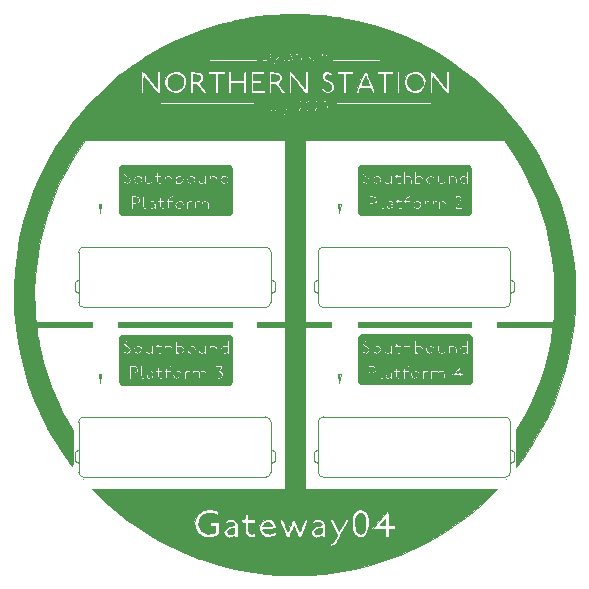
<source format=gbr>
G04 #@! TF.GenerationSoftware,KiCad,Pcbnew,(5.1.6)-1*
G04 #@! TF.CreationDate,2020-07-22T15:01:34-06:00*
G04 #@! TF.ProjectId,Gateway04,47617465-7761-4793-9034-2e6b69636164,rev?*
G04 #@! TF.SameCoordinates,Original*
G04 #@! TF.FileFunction,Legend,Top*
G04 #@! TF.FilePolarity,Positive*
%FSLAX46Y46*%
G04 Gerber Fmt 4.6, Leading zero omitted, Abs format (unit mm)*
G04 Created by KiCad (PCBNEW (5.1.6)-1) date 2020-07-22 15:01:34*
%MOMM*%
%LPD*%
G01*
G04 APERTURE LIST*
%ADD10C,0.120000*%
%ADD11C,0.010000*%
G04 APERTURE END LIST*
D10*
X97758400Y-104023000D02*
X97658400Y-104793000D01*
X77474400Y-104023000D02*
X77374400Y-104793000D01*
X97758400Y-89637000D02*
X97658400Y-90407000D01*
X97558400Y-104023000D02*
X97758400Y-104023000D01*
X77274400Y-104023000D02*
X77474400Y-104023000D01*
X97558400Y-89637000D02*
X97758400Y-89637000D01*
X97658400Y-104793000D02*
X97558400Y-104023000D01*
X77374400Y-104793000D02*
X77274400Y-104023000D01*
X97658400Y-90407000D02*
X97558400Y-89637000D01*
X97658400Y-104793000D02*
X97658400Y-104023000D01*
X77374400Y-104793000D02*
X77374400Y-104023000D01*
X97658400Y-90407000D02*
X97658400Y-89637000D01*
X77374400Y-90407000D02*
X77374400Y-89637000D01*
X77374400Y-90407000D02*
X77274400Y-89637000D01*
X77274400Y-89637000D02*
X77474400Y-89637000D01*
X77474400Y-89637000D02*
X77374400Y-90407000D01*
D11*
G36*
X94267056Y-73547203D02*
G01*
X94857520Y-73559094D01*
X95381688Y-73577286D01*
X95857937Y-73603291D01*
X96304643Y-73638626D01*
X96740183Y-73684804D01*
X97182934Y-73743341D01*
X97651273Y-73815750D01*
X97775370Y-73836342D01*
X99173310Y-74113586D01*
X100544193Y-74470846D01*
X101885713Y-74907021D01*
X103195566Y-75421011D01*
X104471449Y-76011716D01*
X105711056Y-76678036D01*
X106912082Y-77418870D01*
X108072225Y-78233120D01*
X109189178Y-79119684D01*
X109617912Y-79489509D01*
X110169123Y-79997191D01*
X110739686Y-80561585D01*
X111311653Y-81163238D01*
X111867076Y-81782697D01*
X112388010Y-82400508D01*
X112856505Y-82997218D01*
X112867254Y-83011516D01*
X113684129Y-84169327D01*
X114427416Y-85368167D01*
X115095976Y-86604975D01*
X115688667Y-87876688D01*
X116204349Y-89180245D01*
X116641880Y-90512586D01*
X117000121Y-91870648D01*
X117277930Y-93251370D01*
X117474167Y-94651691D01*
X117559815Y-95604680D01*
X117575198Y-95897989D01*
X117585633Y-96254054D01*
X117591341Y-96657768D01*
X117592542Y-97094029D01*
X117589459Y-97547732D01*
X117582312Y-98003772D01*
X117571323Y-98447045D01*
X117556712Y-98862448D01*
X117538700Y-99234875D01*
X117517510Y-99549223D01*
X117499251Y-99741432D01*
X117300584Y-101165502D01*
X117031849Y-102544281D01*
X116691407Y-103882578D01*
X116277618Y-105185203D01*
X115788841Y-106456967D01*
X115223438Y-107702679D01*
X114579767Y-108927148D01*
X114074162Y-109786569D01*
X113903435Y-110057353D01*
X113705362Y-110360010D01*
X113492216Y-110676722D01*
X113276269Y-110989669D01*
X113069792Y-111281032D01*
X112885059Y-111532992D01*
X112755056Y-111701916D01*
X112638915Y-111847776D01*
X112638445Y-110314576D01*
X112637974Y-108781375D01*
X112899291Y-108342789D01*
X113398982Y-107442575D01*
X113866509Y-106477277D01*
X114296262Y-105462355D01*
X114682632Y-104413269D01*
X115020008Y-103345478D01*
X115302782Y-102274441D01*
X115525345Y-101215620D01*
X115562966Y-101001812D01*
X115604445Y-100752047D01*
X115640324Y-100525162D01*
X115668258Y-100336873D01*
X115685904Y-100202897D01*
X115691063Y-100143131D01*
X115691063Y-100038260D01*
X111026622Y-100038260D01*
X111026622Y-99614220D01*
X115775871Y-99614220D01*
X115777299Y-99476407D01*
X115781833Y-99376002D01*
X115792897Y-99216548D01*
X115808620Y-99023390D01*
X115820305Y-98893352D01*
X115835973Y-98666596D01*
X115848022Y-98371885D01*
X115856458Y-98025995D01*
X115861288Y-97645701D01*
X115862518Y-97247779D01*
X115860154Y-96849005D01*
X115854203Y-96466154D01*
X115844671Y-96116001D01*
X115831565Y-95815322D01*
X115819057Y-95628243D01*
X115665181Y-94240244D01*
X115434439Y-92887646D01*
X115126222Y-91568745D01*
X114739920Y-90281835D01*
X114274927Y-89025211D01*
X113730634Y-87797166D01*
X113106432Y-86595996D01*
X112401714Y-85419994D01*
X111921211Y-84698611D01*
X111561614Y-84179161D01*
X94701080Y-84179161D01*
X94701080Y-99614220D01*
X96948492Y-99614220D01*
X96948492Y-100038260D01*
X94701080Y-100038260D01*
X94701080Y-113734754D01*
X111003905Y-113734754D01*
X110559420Y-114183536D01*
X109608348Y-115085222D01*
X108593203Y-115936508D01*
X107520661Y-116733758D01*
X106397400Y-117473336D01*
X105230095Y-118151607D01*
X104025424Y-118764934D01*
X102790063Y-119309682D01*
X101530689Y-119782215D01*
X100253978Y-120178896D01*
X98968189Y-120495752D01*
X98383962Y-120616906D01*
X97851476Y-120717851D01*
X97353914Y-120800348D01*
X96874464Y-120866159D01*
X96396309Y-120917043D01*
X95902634Y-120954764D01*
X95376625Y-120981081D01*
X94801467Y-120997757D01*
X94160345Y-121006552D01*
X94086222Y-121007106D01*
X93712732Y-121009251D01*
X93360001Y-121010416D01*
X93038405Y-121010629D01*
X92758317Y-121009921D01*
X92530114Y-121008322D01*
X92364170Y-121005860D01*
X92270861Y-121002565D01*
X92262849Y-121001912D01*
X92162015Y-120992097D01*
X91995956Y-120976053D01*
X91783869Y-120955630D01*
X91544953Y-120932678D01*
X91414769Y-120920194D01*
X90321332Y-120785224D01*
X89199512Y-120589297D01*
X88073625Y-120337907D01*
X86967984Y-120036544D01*
X85906904Y-119690703D01*
X85796238Y-119651010D01*
X84536840Y-119153592D01*
X83305112Y-118584496D01*
X82107841Y-117948011D01*
X80951814Y-117248428D01*
X80084006Y-116654437D01*
X85382122Y-116654437D01*
X85422774Y-116942197D01*
X85528852Y-117210365D01*
X85694936Y-117446184D01*
X85915607Y-117636899D01*
X86185443Y-117769750D01*
X86248788Y-117789367D01*
X86531106Y-117829248D01*
X86833516Y-117804730D01*
X87125081Y-117719151D01*
X87195570Y-117687174D01*
X87428792Y-117572317D01*
X87433231Y-117370074D01*
X87831631Y-117370074D01*
X87870254Y-117529745D01*
X87971689Y-117675925D01*
X88114287Y-117787480D01*
X88276396Y-117843279D01*
X88319277Y-117846046D01*
X88408693Y-117828965D01*
X88533493Y-117785957D01*
X88584302Y-117764277D01*
X88695272Y-117718408D01*
X88749467Y-117711323D01*
X88764480Y-117741041D01*
X88764519Y-117744006D01*
X88799872Y-117790200D01*
X88909539Y-117805531D01*
X88912933Y-117805539D01*
X89061347Y-117805539D01*
X89061347Y-117239355D01*
X89060191Y-117005687D01*
X89055170Y-116839582D01*
X89043958Y-116723813D01*
X89024225Y-116641148D01*
X88993645Y-116574359D01*
X88965378Y-116529088D01*
X88848301Y-116406207D01*
X89358175Y-116406207D01*
X89362668Y-116514806D01*
X89390410Y-116563068D01*
X89462795Y-116575443D01*
X89506589Y-116575823D01*
X89655003Y-116575823D01*
X89655161Y-117010464D01*
X89658216Y-117223621D01*
X89669204Y-117372793D01*
X89691140Y-117478661D01*
X89727037Y-117561903D01*
X89738354Y-117581287D01*
X89862580Y-117708439D01*
X90035889Y-117781834D01*
X90237672Y-117796032D01*
X90411947Y-117758987D01*
X90507881Y-117709694D01*
X90543066Y-117635552D01*
X90545487Y-117592434D01*
X90545487Y-117472434D01*
X90313058Y-117496423D01*
X90164456Y-117506543D01*
X90063292Y-117492324D01*
X90000512Y-117441186D01*
X89967057Y-117340548D01*
X89953871Y-117177831D01*
X89951831Y-116994670D01*
X89951831Y-116959655D01*
X90846779Y-116959655D01*
X90866228Y-117189661D01*
X90950780Y-117405545D01*
X91092005Y-117589357D01*
X91281472Y-117723149D01*
X91384720Y-117763626D01*
X91550911Y-117796864D01*
X91722177Y-117790283D01*
X91931431Y-117742363D01*
X91947724Y-117737606D01*
X92115811Y-117682436D01*
X92216966Y-117629522D01*
X92267446Y-117564620D01*
X92283507Y-117473486D01*
X92284051Y-117442898D01*
X92284051Y-117302661D01*
X92091122Y-117410491D01*
X91967855Y-117471205D01*
X91855216Y-117500450D01*
X91715871Y-117505348D01*
X91618965Y-117500542D01*
X91458895Y-117485570D01*
X91356184Y-117459382D01*
X91283398Y-117412262D01*
X91239440Y-117366160D01*
X91171615Y-117265466D01*
X91139534Y-117174850D01*
X91139143Y-117167114D01*
X91144183Y-117133963D01*
X91168129Y-117111119D01*
X91224222Y-117096674D01*
X91325701Y-117088722D01*
X91485806Y-117085357D01*
X91711597Y-117084671D01*
X91951382Y-117084464D01*
X92117472Y-117079365D01*
X92220959Y-117062654D01*
X92272935Y-117027611D01*
X92284494Y-116967516D01*
X92266727Y-116875650D01*
X92236598Y-116766641D01*
X92148860Y-116549993D01*
X92017772Y-116397646D01*
X91833601Y-116295954D01*
X91747654Y-116268393D01*
X92538046Y-116268393D01*
X92553086Y-116315913D01*
X92595214Y-116429279D01*
X92659523Y-116595796D01*
X92741106Y-116802769D01*
X92835058Y-117037502D01*
X92841253Y-117052868D01*
X92946657Y-117313302D01*
X93026405Y-117505444D01*
X93086502Y-117639678D01*
X93132954Y-117726387D01*
X93171766Y-117775957D01*
X93208943Y-117798771D01*
X93250492Y-117805212D01*
X93276539Y-117805539D01*
X93349466Y-117799263D01*
X93400824Y-117768546D01*
X93446338Y-117695552D01*
X93501734Y-117562446D01*
X93510205Y-117540514D01*
X93578826Y-117365752D01*
X93650011Y-117189888D01*
X93694037Y-117084671D01*
X93775852Y-116893853D01*
X93946675Y-117349696D01*
X94020958Y-117545485D01*
X94074960Y-117675250D01*
X94117716Y-117752547D01*
X94158260Y-117790931D01*
X94205627Y-117803958D01*
X94250273Y-117805245D01*
X94296103Y-117803303D01*
X94334677Y-117790956D01*
X94371889Y-117758077D01*
X94413631Y-117694542D01*
X94465797Y-117590225D01*
X94534280Y-117435001D01*
X94561508Y-117370074D01*
X95209928Y-117370074D01*
X95248551Y-117529745D01*
X95349987Y-117675925D01*
X95492584Y-117787480D01*
X95654693Y-117843279D01*
X95697574Y-117846046D01*
X95786990Y-117828965D01*
X95911790Y-117785957D01*
X95962599Y-117764277D01*
X96073569Y-117718408D01*
X96127764Y-117711323D01*
X96142777Y-117741041D01*
X96142816Y-117744006D01*
X96178169Y-117790200D01*
X96287837Y-117805531D01*
X96291230Y-117805539D01*
X96439644Y-117805539D01*
X96439644Y-117239355D01*
X96438488Y-117005687D01*
X96433468Y-116839582D01*
X96422255Y-116723813D01*
X96402523Y-116641148D01*
X96371942Y-116574359D01*
X96343675Y-116529088D01*
X96186633Y-116364262D01*
X95987898Y-116270507D01*
X95914272Y-116264862D01*
X96778876Y-116264862D01*
X96797559Y-116309966D01*
X96849344Y-116417306D01*
X96927832Y-116574073D01*
X97026627Y-116767455D01*
X97116210Y-116940351D01*
X97453545Y-117587568D01*
X97325311Y-117844186D01*
X97200617Y-118053552D01*
X97071286Y-118196771D01*
X96944733Y-118266379D01*
X96900369Y-118271983D01*
X96845409Y-118290992D01*
X96823406Y-118362031D01*
X96821280Y-118421205D01*
X96826547Y-118519460D01*
X96855631Y-118553719D01*
X96928462Y-118544703D01*
X96937891Y-118542466D01*
X97069883Y-118500044D01*
X97160512Y-118460879D01*
X97305507Y-118357906D01*
X97438071Y-118196807D01*
X97563890Y-117975155D01*
X97621446Y-117863114D01*
X97711025Y-117693351D01*
X97823765Y-117482446D01*
X97950805Y-117246978D01*
X98077416Y-117014268D01*
X98199902Y-116788891D01*
X98307087Y-116589334D01*
X98316269Y-116571972D01*
X98687505Y-116571972D01*
X98692419Y-116845029D01*
X98724444Y-117092369D01*
X98746572Y-117182886D01*
X98841313Y-117408442D01*
X98978468Y-117604200D01*
X99140600Y-117747666D01*
X99216318Y-117788850D01*
X99340359Y-117833379D01*
X99444390Y-117838134D01*
X99565623Y-117801307D01*
X99641146Y-117768192D01*
X99765292Y-117700131D01*
X99865042Y-117626810D01*
X99883350Y-117608559D01*
X100012443Y-117406939D01*
X100102357Y-117149802D01*
X100106242Y-117127075D01*
X100380893Y-117127075D01*
X101528125Y-117127075D01*
X101528125Y-117805539D01*
X101824953Y-117805539D01*
X101824953Y-117127075D01*
X102333801Y-117127075D01*
X102333801Y-116787843D01*
X101827162Y-116787843D01*
X101815456Y-116145957D01*
X101803751Y-115504071D01*
X100380893Y-117127075D01*
X100106242Y-117127075D01*
X100152375Y-116857214D01*
X100161779Y-116549242D01*
X100129853Y-116245954D01*
X100055879Y-115967415D01*
X99949766Y-115749796D01*
X99820836Y-115607934D01*
X99652965Y-115502558D01*
X99474279Y-115447732D01*
X99347663Y-115448691D01*
X99129897Y-115531302D01*
X98944102Y-115685991D01*
X98820308Y-115868172D01*
X98752962Y-116056577D01*
X98708190Y-116300166D01*
X98687505Y-116571972D01*
X98316269Y-116571972D01*
X98392760Y-116427353D01*
X98450711Y-116314704D01*
X98474729Y-116263144D01*
X98475036Y-116261597D01*
X98437764Y-116244931D01*
X98346355Y-116236759D01*
X98329480Y-116236590D01*
X98269687Y-116239291D01*
X98221054Y-116255261D01*
X98173985Y-116296300D01*
X98118887Y-116374210D01*
X98046164Y-116500790D01*
X97946223Y-116687843D01*
X97916040Y-116745095D01*
X97814968Y-116931321D01*
X97724830Y-117086983D01*
X97654057Y-117198270D01*
X97611077Y-117251371D01*
X97605476Y-117253943D01*
X97572601Y-117217823D01*
X97512648Y-117118686D01*
X97433530Y-116970767D01*
X97343161Y-116788299D01*
X97322794Y-116745439D01*
X97082793Y-116236590D01*
X96930834Y-116236590D01*
X96831296Y-116243544D01*
X96780538Y-116260691D01*
X96778876Y-116264862D01*
X95914272Y-116264862D01*
X95759129Y-116252967D01*
X95726558Y-116256722D01*
X95572434Y-116283099D01*
X95477207Y-116320925D01*
X95415172Y-116387526D01*
X95360622Y-116500226D01*
X95358806Y-116504566D01*
X95292374Y-116663559D01*
X95461482Y-116577287D01*
X95643277Y-116511837D01*
X95818871Y-116495714D01*
X95971388Y-116524890D01*
X96083953Y-116595334D01*
X96139690Y-116703017D01*
X96142816Y-116739976D01*
X96125610Y-116790531D01*
X96061599Y-116823214D01*
X95932199Y-116847250D01*
X95924644Y-116848262D01*
X95689006Y-116903480D01*
X95486136Y-116996768D01*
X95329844Y-117118047D01*
X95233938Y-117257234D01*
X95209928Y-117370074D01*
X94561508Y-117370074D01*
X94624971Y-117218746D01*
X94706832Y-117020771D01*
X95030614Y-116236590D01*
X94713622Y-116236590D01*
X94510671Y-116767761D01*
X94434014Y-116964596D01*
X94366467Y-117130995D01*
X94314387Y-117251802D01*
X94284131Y-117311861D01*
X94280887Y-117315515D01*
X94257192Y-117284500D01*
X94211579Y-117187871D01*
X94150279Y-117040014D01*
X94079526Y-116855314D01*
X94068204Y-116824561D01*
X93990655Y-116615525D01*
X93933857Y-116473912D01*
X93890322Y-116387182D01*
X93852560Y-116342789D01*
X93813083Y-116328191D01*
X93772821Y-116329813D01*
X93723534Y-116342582D01*
X93681261Y-116377014D01*
X93638248Y-116446691D01*
X93586742Y-116565196D01*
X93518989Y-116746112D01*
X93491386Y-116822825D01*
X93421695Y-117008834D01*
X93358484Y-117161779D01*
X93308646Y-117265993D01*
X93279077Y-117305813D01*
X93278813Y-117305840D01*
X93249230Y-117269651D01*
X93196431Y-117168491D01*
X93127217Y-117016707D01*
X93048392Y-116828646D01*
X93026121Y-116772949D01*
X92940667Y-116558543D01*
X92878241Y-116410667D01*
X92830770Y-116316953D01*
X92790182Y-116265032D01*
X92748403Y-116242534D01*
X92697362Y-116237092D01*
X92676288Y-116236928D01*
X92582313Y-116245267D01*
X92538459Y-116266026D01*
X92538046Y-116268393D01*
X91747654Y-116268393D01*
X91696184Y-116251888D01*
X91583856Y-116245015D01*
X91446924Y-116272535D01*
X91441900Y-116273867D01*
X91235236Y-116365839D01*
X91051302Y-116514707D01*
X90918345Y-116696474D01*
X90900865Y-116733476D01*
X90846779Y-116959655D01*
X89951831Y-116959655D01*
X89951831Y-116575823D01*
X90545487Y-116575823D01*
X90545487Y-116236590D01*
X89951831Y-116236590D01*
X89951831Y-116045772D01*
X89948663Y-115928526D01*
X89927190Y-115873005D01*
X89869462Y-115856131D01*
X89803417Y-115854954D01*
X89712225Y-115859028D01*
X89669042Y-115886636D01*
X89655918Y-115960858D01*
X89655003Y-116045772D01*
X89651835Y-116163019D01*
X89630362Y-116218540D01*
X89572634Y-116235413D01*
X89506589Y-116236590D01*
X89411565Y-116241725D01*
X89369335Y-116273431D01*
X89358507Y-116356157D01*
X89358175Y-116406207D01*
X88848301Y-116406207D01*
X88808336Y-116364262D01*
X88609601Y-116270507D01*
X88380832Y-116252967D01*
X88348261Y-116256722D01*
X88194136Y-116283099D01*
X88098910Y-116320925D01*
X88036875Y-116387526D01*
X87982325Y-116500226D01*
X87980508Y-116504566D01*
X87914077Y-116663559D01*
X88083184Y-116577287D01*
X88264980Y-116511837D01*
X88440574Y-116495714D01*
X88593091Y-116524890D01*
X88705656Y-116595334D01*
X88761393Y-116703017D01*
X88764519Y-116739976D01*
X88747312Y-116790531D01*
X88683302Y-116823214D01*
X88553902Y-116847250D01*
X88546347Y-116848262D01*
X88310708Y-116903480D01*
X88107839Y-116996768D01*
X87951547Y-117118047D01*
X87855641Y-117257234D01*
X87831631Y-117370074D01*
X87433231Y-117370074D01*
X87452528Y-116491015D01*
X86686722Y-116491015D01*
X86686722Y-116830247D01*
X87153166Y-116830247D01*
X87153166Y-117108036D01*
X87151405Y-117257582D01*
X87139361Y-117345706D01*
X87106898Y-117395795D01*
X87043878Y-117431234D01*
X87006114Y-117447268D01*
X86792738Y-117500550D01*
X86549682Y-117506192D01*
X86315048Y-117465832D01*
X86177278Y-117411647D01*
X85954422Y-117257160D01*
X85806749Y-117066599D01*
X85730141Y-116833952D01*
X85719488Y-116743325D01*
X85734032Y-116457707D01*
X85817560Y-116209218D01*
X85964559Y-116006918D01*
X86169516Y-115859867D01*
X86286247Y-115811771D01*
X86473593Y-115778547D01*
X86701495Y-115779182D01*
X86934205Y-115810516D01*
X87135977Y-115869393D01*
X87183280Y-115891005D01*
X87293065Y-115944797D01*
X87368437Y-115977534D01*
X87384699Y-115982166D01*
X87398958Y-115944476D01*
X87406961Y-115850184D01*
X87407590Y-115810166D01*
X87402244Y-115706811D01*
X87372973Y-115642322D01*
X87299935Y-115590600D01*
X87206171Y-115545259D01*
X86995402Y-115480645D01*
X86740629Y-115450863D01*
X86474756Y-115455962D01*
X86230685Y-115495990D01*
X86093066Y-115543596D01*
X85918322Y-115649002D01*
X85742029Y-115796105D01*
X85593459Y-115958017D01*
X85518776Y-116071170D01*
X85412316Y-116359843D01*
X85382122Y-116654437D01*
X80084006Y-116654437D01*
X79843819Y-116490036D01*
X78790641Y-115677125D01*
X77799068Y-114813987D01*
X77146579Y-114183536D01*
X76702094Y-113734754D01*
X93004919Y-113734754D01*
X93004919Y-100038260D01*
X90715103Y-100038260D01*
X90715103Y-99614220D01*
X93004919Y-99614220D01*
X93004919Y-84179161D01*
X76144385Y-84179161D01*
X75784788Y-84698611D01*
X75098128Y-85744472D01*
X74487541Y-86791219D01*
X73945501Y-87854004D01*
X73464481Y-88947983D01*
X73036956Y-90088308D01*
X72890228Y-90526845D01*
X72525193Y-91786944D01*
X72235990Y-93078878D01*
X72023500Y-94394793D01*
X71888608Y-95726837D01*
X71832196Y-97067156D01*
X71855148Y-98407897D01*
X71910237Y-99243185D01*
X71941791Y-99614220D01*
X76721781Y-99614220D01*
X76721781Y-100038260D01*
X72014936Y-100038260D01*
X72014936Y-100143131D01*
X72023736Y-100256267D01*
X72048391Y-100438186D01*
X72086281Y-100674899D01*
X72134788Y-100952417D01*
X72191293Y-101256751D01*
X72253177Y-101573912D01*
X72317821Y-101889911D01*
X72382605Y-102190761D01*
X72444912Y-102462470D01*
X72463683Y-102540096D01*
X72581535Y-102988690D01*
X72724877Y-103483119D01*
X72886405Y-104001252D01*
X73058815Y-104520957D01*
X73234804Y-105020102D01*
X73407069Y-105476556D01*
X73541164Y-105805205D01*
X73699991Y-106165345D01*
X73883078Y-106559914D01*
X74080824Y-106969662D01*
X74283628Y-107375340D01*
X74481889Y-107757699D01*
X74666008Y-108097489D01*
X74806792Y-108342789D01*
X75068025Y-108781375D01*
X75068025Y-110313061D01*
X75067670Y-110717044D01*
X75066403Y-111043601D01*
X75063920Y-111300112D01*
X75059920Y-111493957D01*
X75054097Y-111632516D01*
X75046148Y-111723170D01*
X75035771Y-111773296D01*
X75022662Y-111790277D01*
X75007621Y-111782655D01*
X74964245Y-111729121D01*
X74881029Y-111618744D01*
X74767105Y-111463924D01*
X74631604Y-111277058D01*
X74501323Y-111095328D01*
X73713513Y-109918267D01*
X72999774Y-108701362D01*
X72361304Y-107447894D01*
X71799305Y-106161142D01*
X71314975Y-104844388D01*
X70909513Y-103500913D01*
X70584120Y-102133998D01*
X70339995Y-100746922D01*
X70178336Y-99342968D01*
X70170643Y-99250366D01*
X70143177Y-98823927D01*
X70123682Y-98334453D01*
X70112158Y-97803342D01*
X70108604Y-97251991D01*
X70113021Y-96701799D01*
X70125408Y-96174163D01*
X70145766Y-95690481D01*
X70170643Y-95313633D01*
X70326569Y-93908308D01*
X70563861Y-92523896D01*
X70881045Y-91163149D01*
X71276645Y-89828820D01*
X71749189Y-88523658D01*
X72297201Y-87250416D01*
X72919206Y-86011845D01*
X73613731Y-84810696D01*
X74379301Y-83649721D01*
X75214442Y-82531672D01*
X75662004Y-82000301D01*
X92877707Y-82000301D01*
X92890085Y-82050898D01*
X92939837Y-82047963D01*
X93003694Y-82017213D01*
X93047247Y-81969146D01*
X93119017Y-81865232D01*
X93184071Y-81762133D01*
X94061445Y-81762133D01*
X94317656Y-81762133D01*
X94465976Y-81757308D01*
X94545861Y-81740192D01*
X94573273Y-81706822D01*
X94573868Y-81698527D01*
X94542479Y-81651994D01*
X94441544Y-81635152D01*
X94421920Y-81634921D01*
X94326630Y-81626391D01*
X94283829Y-81605306D01*
X94284107Y-81599562D01*
X94310097Y-81545981D01*
X94363812Y-81441420D01*
X94424240Y-81326309D01*
X94700394Y-81326309D01*
X94718130Y-81485062D01*
X94772286Y-81603514D01*
X94858391Y-81703715D01*
X94951157Y-81758570D01*
X94976706Y-81762133D01*
X95418373Y-81762133D01*
X95674584Y-81762133D01*
X95822904Y-81757308D01*
X95902789Y-81740192D01*
X95930202Y-81706822D01*
X95930796Y-81698527D01*
X95899408Y-81651994D01*
X95798472Y-81635152D01*
X95778848Y-81634921D01*
X95683559Y-81626391D01*
X95640757Y-81605306D01*
X95641035Y-81599562D01*
X95667026Y-81545981D01*
X95720741Y-81441420D01*
X95781168Y-81326309D01*
X96099726Y-81326309D01*
X96117462Y-81485062D01*
X96171618Y-81603514D01*
X96257723Y-81703715D01*
X96350490Y-81758570D01*
X96376038Y-81762133D01*
X96451523Y-81734064D01*
X96523373Y-81678404D01*
X96611880Y-81545434D01*
X96647687Y-81368637D01*
X96639895Y-81178228D01*
X96614612Y-81083669D01*
X96948492Y-81083669D01*
X96949571Y-81097304D01*
X96956016Y-81109393D01*
X96972639Y-81120030D01*
X97004253Y-81129306D01*
X97055672Y-81137316D01*
X97131706Y-81144152D01*
X97237170Y-81149907D01*
X97376875Y-81154675D01*
X97555634Y-81158547D01*
X97778259Y-81161618D01*
X98049564Y-81163980D01*
X98374361Y-81165726D01*
X98757462Y-81166949D01*
X99203681Y-81167743D01*
X99717828Y-81168199D01*
X100304718Y-81168412D01*
X100969163Y-81168474D01*
X101337307Y-81168477D01*
X102042922Y-81168456D01*
X102668542Y-81168332D01*
X103218979Y-81168010D01*
X103699045Y-81167399D01*
X104113554Y-81166406D01*
X104467318Y-81164937D01*
X104765150Y-81162899D01*
X105011861Y-81160199D01*
X105212266Y-81156745D01*
X105371175Y-81152443D01*
X105493402Y-81147200D01*
X105583760Y-81140924D01*
X105647061Y-81133521D01*
X105688117Y-81124898D01*
X105711742Y-81114963D01*
X105722747Y-81103622D01*
X105725946Y-81090783D01*
X105726121Y-81083669D01*
X105725043Y-81070034D01*
X105718598Y-81057945D01*
X105701974Y-81047308D01*
X105670360Y-81038031D01*
X105618942Y-81030022D01*
X105542907Y-81023186D01*
X105437444Y-81017430D01*
X105297739Y-81012663D01*
X105118980Y-81008791D01*
X104896354Y-81005720D01*
X104625049Y-81003358D01*
X104300252Y-81001612D01*
X103917151Y-81000389D01*
X103470933Y-80999595D01*
X102956785Y-80999139D01*
X102369895Y-80998926D01*
X101705450Y-80998864D01*
X101337307Y-80998861D01*
X100631691Y-80998882D01*
X100006072Y-80999006D01*
X99455635Y-80999328D01*
X98975568Y-80999938D01*
X98561059Y-81000932D01*
X98207295Y-81002401D01*
X97909464Y-81004439D01*
X97662752Y-81007139D01*
X97462348Y-81010593D01*
X97303438Y-81014895D01*
X97181211Y-81020138D01*
X97090853Y-81026414D01*
X97027553Y-81033817D01*
X96986496Y-81042439D01*
X96962872Y-81052375D01*
X96951866Y-81063716D01*
X96948668Y-81076555D01*
X96948492Y-81083669D01*
X96614612Y-81083669D01*
X96596281Y-81015114D01*
X96514916Y-80893805D01*
X96409889Y-80832935D01*
X96376038Y-80829245D01*
X96305237Y-80854137D01*
X96228119Y-80905125D01*
X96160599Y-81003797D01*
X96115826Y-81154542D01*
X96099726Y-81326309D01*
X95781168Y-81326309D01*
X95782382Y-81323998D01*
X95850217Y-81190630D01*
X95880914Y-81105250D01*
X95878990Y-81041974D01*
X95848962Y-80974917D01*
X95844650Y-80967121D01*
X95754485Y-80874227D01*
X95634585Y-80832978D01*
X95517241Y-80851708D01*
X95482990Y-80873777D01*
X95426017Y-80939918D01*
X95440807Y-80970754D01*
X95519691Y-80952459D01*
X95525254Y-80949973D01*
X95627198Y-80923145D01*
X95694870Y-80928350D01*
X95744887Y-80987601D01*
X95759494Y-81092176D01*
X95737720Y-81209899D01*
X95705341Y-81275653D01*
X95652337Y-81360194D01*
X95578492Y-81483950D01*
X95533937Y-81560714D01*
X95418373Y-81762133D01*
X94976706Y-81762133D01*
X95052191Y-81734064D01*
X95124041Y-81678404D01*
X95212548Y-81545434D01*
X95248355Y-81368637D01*
X95240563Y-81178228D01*
X95196949Y-81015114D01*
X95115584Y-80893805D01*
X95010557Y-80832935D01*
X94976706Y-80829245D01*
X94905905Y-80854137D01*
X94828787Y-80905125D01*
X94761266Y-81003797D01*
X94716494Y-81154542D01*
X94700394Y-81326309D01*
X94424240Y-81326309D01*
X94425454Y-81323998D01*
X94493288Y-81190630D01*
X94523986Y-81105250D01*
X94522062Y-81041974D01*
X94492034Y-80974917D01*
X94487722Y-80967121D01*
X94397557Y-80874227D01*
X94277657Y-80832978D01*
X94160313Y-80851708D01*
X94126061Y-80873777D01*
X94069089Y-80939918D01*
X94083879Y-80970754D01*
X94162763Y-80952459D01*
X94168325Y-80949973D01*
X94270269Y-80923145D01*
X94337941Y-80928350D01*
X94387959Y-80987601D01*
X94402566Y-81092176D01*
X94380791Y-81209899D01*
X94348412Y-81275653D01*
X94295409Y-81360194D01*
X94221564Y-81483950D01*
X94177009Y-81560714D01*
X94061445Y-81762133D01*
X93184071Y-81762133D01*
X93207712Y-81724667D01*
X93302041Y-81566646D01*
X93390714Y-81410365D01*
X93462440Y-81275022D01*
X93505927Y-81179811D01*
X93513767Y-81150028D01*
X93494702Y-81120339D01*
X93450888Y-81147591D01*
X93402396Y-81216732D01*
X93390233Y-81242684D01*
X93325084Y-81367917D01*
X93262491Y-81462399D01*
X93183763Y-81565504D01*
X93072425Y-81345788D01*
X93005879Y-81227395D01*
X92948499Y-81147627D01*
X92919793Y-81126073D01*
X92916782Y-81160493D01*
X92946923Y-81251354D01*
X93003854Y-81380061D01*
X93013488Y-81399816D01*
X93082684Y-81545423D01*
X93116628Y-81639827D01*
X93119827Y-81706739D01*
X93096788Y-81769868D01*
X93087299Y-81788133D01*
X93020253Y-81876772D01*
X92951914Y-81922173D01*
X92888903Y-81966476D01*
X92877707Y-82000301D01*
X75662004Y-82000301D01*
X75977376Y-81625874D01*
X91100316Y-81625874D01*
X91129294Y-81678119D01*
X91157915Y-81701994D01*
X91255941Y-81754774D01*
X91344917Y-81744587D01*
X91426536Y-81696123D01*
X91470833Y-81657890D01*
X91498615Y-81606085D01*
X91513668Y-81521959D01*
X91519780Y-81386763D01*
X91519831Y-81378651D01*
X91734017Y-81378651D01*
X91738983Y-81499633D01*
X91754252Y-81591843D01*
X91765252Y-81617343D01*
X91871505Y-81702719D01*
X92035864Y-81744061D01*
X92120375Y-81746659D01*
X92284051Y-81742367D01*
X92284051Y-81434220D01*
X92277105Y-81263650D01*
X92268076Y-81210881D01*
X92496071Y-81210881D01*
X92498642Y-81400073D01*
X92508885Y-81524916D01*
X92530597Y-81605779D01*
X92567573Y-81663033D01*
X92583486Y-81679932D01*
X92677857Y-81741407D01*
X92766188Y-81748055D01*
X92821253Y-81698154D01*
X92822352Y-81695035D01*
X92799348Y-81661115D01*
X92741058Y-81652631D01*
X92696641Y-81650105D01*
X92667821Y-81628312D01*
X92650488Y-81571745D01*
X92640528Y-81464899D01*
X92633829Y-81292265D01*
X92632349Y-81242684D01*
X92624040Y-81045637D01*
X92611441Y-80920020D01*
X92592155Y-80852474D01*
X92563784Y-80829641D01*
X92558142Y-80829245D01*
X92527717Y-80845275D01*
X92508766Y-80902796D01*
X92498986Y-81015958D01*
X92496078Y-81198909D01*
X92496071Y-81210881D01*
X92268076Y-81210881D01*
X92259663Y-81161715D01*
X92236821Y-81131928D01*
X92213674Y-81177801D01*
X92195317Y-81302848D01*
X92190758Y-81369896D01*
X92180828Y-81507670D01*
X92162095Y-81582227D01*
X92123513Y-81615127D01*
X92058866Y-81627384D01*
X91932927Y-81619191D01*
X91856143Y-81553776D01*
X91821419Y-81422480D01*
X91817607Y-81332901D01*
X91809799Y-81213669D01*
X91789884Y-81138929D01*
X91775203Y-81126073D01*
X91752701Y-81163571D01*
X91738781Y-81257197D01*
X91734017Y-81378651D01*
X91519831Y-81378651D01*
X91520779Y-81229679D01*
X91516526Y-81040467D01*
X91504693Y-80904666D01*
X91486669Y-80835396D01*
X91478375Y-80829245D01*
X91457977Y-80869235D01*
X91443452Y-80979769D01*
X91436394Y-81146690D01*
X91435971Y-81205689D01*
X91432249Y-81401848D01*
X91419385Y-81529849D01*
X91394836Y-81606086D01*
X91368922Y-81637779D01*
X91299733Y-81671925D01*
X91220864Y-81642806D01*
X91216379Y-81640033D01*
X91134457Y-81607759D01*
X91100316Y-81625874D01*
X75977376Y-81625874D01*
X76117679Y-81459299D01*
X76473467Y-81083669D01*
X82022282Y-81083669D01*
X82023360Y-81097304D01*
X82029805Y-81109393D01*
X82046429Y-81120030D01*
X82078043Y-81129306D01*
X82129461Y-81137316D01*
X82205496Y-81144152D01*
X82310959Y-81149907D01*
X82450664Y-81154675D01*
X82629423Y-81158547D01*
X82852049Y-81161618D01*
X83123354Y-81163980D01*
X83448151Y-81165726D01*
X83831252Y-81166949D01*
X84277470Y-81167743D01*
X84791618Y-81168199D01*
X85378508Y-81168412D01*
X86042953Y-81168474D01*
X86411096Y-81168477D01*
X87116712Y-81168456D01*
X87742331Y-81168332D01*
X88292768Y-81168010D01*
X88772835Y-81167399D01*
X89187344Y-81166406D01*
X89541108Y-81164937D01*
X89838939Y-81162899D01*
X90085651Y-81160199D01*
X90286055Y-81156745D01*
X90444965Y-81152443D01*
X90567192Y-81147200D01*
X90657550Y-81140924D01*
X90720850Y-81133521D01*
X90761907Y-81124898D01*
X90785531Y-81114963D01*
X90796537Y-81103622D01*
X90799735Y-81090783D01*
X90799911Y-81083669D01*
X90798832Y-81070034D01*
X90792387Y-81057945D01*
X90775764Y-81047308D01*
X90744150Y-81038031D01*
X90692731Y-81030022D01*
X90616697Y-81023186D01*
X90511233Y-81017430D01*
X90371528Y-81012663D01*
X90192769Y-81008791D01*
X89970144Y-81005720D01*
X89698839Y-81003358D01*
X89374042Y-81001612D01*
X88990941Y-81000389D01*
X88544722Y-80999595D01*
X88030575Y-80999139D01*
X87443685Y-80998926D01*
X86779240Y-80998864D01*
X86411096Y-80998861D01*
X85705481Y-80998882D01*
X85079861Y-80999006D01*
X84529424Y-80999328D01*
X84049358Y-80999938D01*
X83634849Y-81000932D01*
X83281085Y-81002401D01*
X82983253Y-81004439D01*
X82736542Y-81007139D01*
X82536138Y-81010593D01*
X82377228Y-81014895D01*
X82255001Y-81020138D01*
X82164643Y-81026414D01*
X82101342Y-81033817D01*
X82060286Y-81042439D01*
X82036661Y-81052375D01*
X82025656Y-81063716D01*
X82022457Y-81076555D01*
X82022282Y-81083669D01*
X76473467Y-81083669D01*
X77087538Y-80435354D01*
X78122544Y-79462589D01*
X79109737Y-78632172D01*
X79460091Y-78369813D01*
X80834969Y-78369813D01*
X80834969Y-80235589D01*
X81046989Y-80235589D01*
X81046989Y-79514721D01*
X81048759Y-79278226D01*
X81053661Y-79074409D01*
X81061089Y-78917018D01*
X81070437Y-78819802D01*
X81078792Y-78794589D01*
X81112856Y-78826986D01*
X81190147Y-78917170D01*
X81302704Y-79055312D01*
X81442564Y-79231585D01*
X81601765Y-79436160D01*
X81661848Y-79514280D01*
X81848846Y-79756509D01*
X81993171Y-79938624D01*
X82102420Y-80068816D01*
X82184188Y-80155275D01*
X82246071Y-80206192D01*
X82295665Y-80229757D01*
X82329711Y-80234411D01*
X82446322Y-80235589D01*
X82446322Y-79398838D01*
X82841220Y-79398838D01*
X82913082Y-79649343D01*
X83027455Y-79844224D01*
X83220945Y-80038859D01*
X83452396Y-80163477D01*
X83707331Y-80214714D01*
X83971275Y-80189207D01*
X84178435Y-80111668D01*
X84409864Y-79950465D01*
X84573296Y-79740475D01*
X84665680Y-79487445D01*
X84683967Y-79197124D01*
X84681373Y-79163693D01*
X84621767Y-78901199D01*
X84492530Y-78683644D01*
X84290042Y-78505811D01*
X84179048Y-78439991D01*
X84031042Y-78369813D01*
X85032966Y-78369813D01*
X85032966Y-80235589D01*
X85138976Y-80235589D01*
X85188087Y-80232791D01*
X85219060Y-80213809D01*
X85236076Y-80162755D01*
X85243316Y-80063744D01*
X85244959Y-79900891D01*
X85244986Y-79832751D01*
X85244986Y-79429913D01*
X85404001Y-79430775D01*
X85474699Y-79434832D01*
X85533618Y-79453945D01*
X85593878Y-79499847D01*
X85668598Y-79584268D01*
X85770898Y-79718940D01*
X85854505Y-79833613D01*
X85981670Y-80006455D01*
X86073219Y-80121294D01*
X86141825Y-80189842D01*
X86200161Y-80223813D01*
X86260900Y-80234923D01*
X86289394Y-80235589D01*
X86432794Y-80235589D01*
X86165198Y-79864554D01*
X86052687Y-79707836D01*
X85957609Y-79574070D01*
X85891667Y-79479801D01*
X85868195Y-79444681D01*
X85878450Y-79388224D01*
X85939431Y-79299413D01*
X85987129Y-79247502D01*
X86081531Y-79139501D01*
X86124991Y-79039759D01*
X86135470Y-78907356D01*
X86103122Y-78712649D01*
X86004620Y-78562902D01*
X85837775Y-78456764D01*
X85600401Y-78392888D01*
X85290310Y-78369923D01*
X85264101Y-78369813D01*
X86559510Y-78369813D01*
X86559510Y-78624237D01*
X87110762Y-78624237D01*
X87110762Y-80235589D01*
X87365186Y-80235589D01*
X88255671Y-80235589D01*
X88467691Y-80235589D01*
X88467691Y-79345105D01*
X89527791Y-79345105D01*
X89527791Y-80235589D01*
X89739811Y-80235589D01*
X89739811Y-78369813D01*
X90163851Y-78369813D01*
X90163851Y-80235589D01*
X91351163Y-80235589D01*
X91351163Y-79981165D01*
X90375871Y-79981165D01*
X90375871Y-79345105D01*
X91054335Y-79345105D01*
X91054335Y-79090681D01*
X90375871Y-79090681D01*
X90375871Y-78624237D01*
X91308759Y-78624237D01*
X91308759Y-78369813D01*
X91690395Y-78369813D01*
X91690395Y-80235589D01*
X91796405Y-80235589D01*
X91845516Y-80232791D01*
X91876489Y-80213809D01*
X91893505Y-80162755D01*
X91900745Y-80063744D01*
X91902388Y-79900891D01*
X91902415Y-79832751D01*
X91902415Y-79429913D01*
X92061430Y-79430775D01*
X92132128Y-79434832D01*
X92191047Y-79453945D01*
X92251307Y-79499847D01*
X92326027Y-79584268D01*
X92428327Y-79718940D01*
X92511934Y-79833613D01*
X92639099Y-80006455D01*
X92730648Y-80121294D01*
X92799254Y-80189842D01*
X92857590Y-80223813D01*
X92918329Y-80234923D01*
X92946823Y-80235589D01*
X93090223Y-80235589D01*
X92822627Y-79864554D01*
X92710116Y-79707836D01*
X92615038Y-79574070D01*
X92549096Y-79479801D01*
X92525624Y-79444681D01*
X92535879Y-79388224D01*
X92596860Y-79299413D01*
X92644558Y-79247502D01*
X92738960Y-79139501D01*
X92782420Y-79039759D01*
X92792899Y-78907356D01*
X92760551Y-78712649D01*
X92662049Y-78562902D01*
X92495204Y-78456764D01*
X92257830Y-78392888D01*
X91947740Y-78369923D01*
X91921530Y-78369813D01*
X93344151Y-78369813D01*
X93344151Y-80235589D01*
X93556171Y-80235589D01*
X93556171Y-79514721D01*
X93557941Y-79278226D01*
X93562843Y-79074409D01*
X93570271Y-78917018D01*
X93579619Y-78819802D01*
X93587974Y-78794589D01*
X93622038Y-78826986D01*
X93699329Y-78917170D01*
X93811886Y-79055312D01*
X93951746Y-79231585D01*
X94110947Y-79436160D01*
X94171030Y-79514280D01*
X94358028Y-79756509D01*
X94502353Y-79938624D01*
X94611602Y-80068816D01*
X94693370Y-80155275D01*
X94755253Y-80206192D01*
X94804847Y-80229757D01*
X94838893Y-80234411D01*
X94955504Y-80235589D01*
X94955504Y-79908015D01*
X96126094Y-79908015D01*
X96172663Y-79976696D01*
X96191773Y-80001067D01*
X96349794Y-80140036D01*
X96539412Y-80210301D01*
X96740186Y-80208332D01*
X96931674Y-80130599D01*
X96933799Y-80129213D01*
X97056799Y-80013341D01*
X97152738Y-79859330D01*
X97200706Y-79702916D01*
X97202758Y-79669543D01*
X97179183Y-79498171D01*
X97101237Y-79354255D01*
X96958833Y-79225114D01*
X96752568Y-79103495D01*
X96565508Y-78998408D01*
X96453693Y-78911694D01*
X96412383Y-78846307D01*
X96414939Y-78731346D01*
X96480620Y-78656058D01*
X96594429Y-78627110D01*
X96741368Y-78651167D01*
X96799649Y-78674161D01*
X96891282Y-78701919D01*
X96957586Y-78674217D01*
X96978219Y-78655087D01*
X97017512Y-78582553D01*
X96983690Y-78509873D01*
X96872559Y-78431074D01*
X96792027Y-78390036D01*
X96709119Y-78369813D01*
X97414936Y-78369813D01*
X97414936Y-78624237D01*
X97966188Y-78624237D01*
X97966188Y-80235589D01*
X98220612Y-80235589D01*
X98984571Y-80235589D01*
X99108476Y-80235589D01*
X99183304Y-80226809D01*
X99235162Y-80187441D01*
X99282210Y-80097938D01*
X99315340Y-80012968D01*
X99398299Y-79790347D01*
X100277207Y-79766621D01*
X100363253Y-79990504D01*
X100421286Y-80123763D01*
X100475372Y-80195033D01*
X100542623Y-80224477D01*
X100564672Y-80227804D01*
X100648429Y-80230035D01*
X100680045Y-80217305D01*
X100664950Y-80172785D01*
X100622604Y-80060899D01*
X100557417Y-79892955D01*
X100473799Y-79680265D01*
X100376158Y-79434138D01*
X100314348Y-79279292D01*
X100197413Y-78988059D01*
X100106701Y-78766435D01*
X100037333Y-78605129D01*
X99984428Y-78494852D01*
X99943105Y-78426314D01*
X99908483Y-78390225D01*
X99875682Y-78377295D01*
X99840888Y-78378105D01*
X99809858Y-78386653D01*
X99778037Y-78409338D01*
X99742172Y-78453124D01*
X99699013Y-78524972D01*
X99645306Y-78631845D01*
X99577802Y-78780705D01*
X99493247Y-78978515D01*
X99388390Y-79232237D01*
X99259979Y-79548833D01*
X99104763Y-79935266D01*
X99051653Y-80067935D01*
X98984571Y-80235589D01*
X98220612Y-80235589D01*
X98220612Y-78624237D01*
X98814268Y-78624237D01*
X98814268Y-78369813D01*
X100807257Y-78369813D01*
X100807257Y-78624237D01*
X101358509Y-78624237D01*
X101358509Y-80235589D01*
X101612933Y-80235589D01*
X101612933Y-78624237D01*
X102206589Y-78624237D01*
X102206589Y-78369813D01*
X102503417Y-78369813D01*
X102503417Y-80235589D01*
X102715437Y-80235589D01*
X102715437Y-79398838D01*
X103110335Y-79398838D01*
X103182198Y-79649343D01*
X103296571Y-79844224D01*
X103490060Y-80038859D01*
X103721511Y-80163477D01*
X103976446Y-80214714D01*
X104240390Y-80189207D01*
X104447551Y-80111668D01*
X104678980Y-79950465D01*
X104842411Y-79740475D01*
X104934795Y-79487445D01*
X104953083Y-79197124D01*
X104950488Y-79163693D01*
X104890882Y-78901199D01*
X104761645Y-78683644D01*
X104559157Y-78505811D01*
X104448163Y-78439991D01*
X104300158Y-78369813D01*
X105302081Y-78369813D01*
X105302081Y-80235589D01*
X105514101Y-80235589D01*
X105514101Y-79514721D01*
X105515870Y-79278226D01*
X105520773Y-79074409D01*
X105528201Y-78917018D01*
X105537549Y-78819802D01*
X105545904Y-78794589D01*
X105579967Y-78826986D01*
X105657259Y-78917170D01*
X105769816Y-79055312D01*
X105909676Y-79231585D01*
X106068877Y-79436160D01*
X106128959Y-79514280D01*
X106315958Y-79756509D01*
X106460283Y-79938624D01*
X106569532Y-80068816D01*
X106651299Y-80155275D01*
X106713183Y-80206192D01*
X106762777Y-80229757D01*
X106796823Y-80234411D01*
X106913434Y-80235589D01*
X106913434Y-78369813D01*
X106701414Y-78369813D01*
X106701414Y-79095873D01*
X106700577Y-79361188D01*
X106697456Y-79551941D01*
X106691137Y-79678368D01*
X106680705Y-79750703D01*
X106665243Y-79779182D01*
X106643837Y-79774039D01*
X106640981Y-79771779D01*
X106597354Y-79723939D01*
X106511036Y-79619865D01*
X106390928Y-79470634D01*
X106245931Y-79287324D01*
X106084946Y-79081013D01*
X106057926Y-79046126D01*
X105875743Y-78812437D01*
X105736074Y-78638513D01*
X105630975Y-78515955D01*
X105552502Y-78436363D01*
X105492712Y-78391338D01*
X105443661Y-78372480D01*
X105418692Y-78370220D01*
X105302081Y-78369813D01*
X104300158Y-78369813D01*
X104298139Y-78368856D01*
X104175836Y-78337823D01*
X104039970Y-78337695D01*
X104003569Y-78340960D01*
X103724902Y-78405014D01*
X103490720Y-78529776D01*
X103306598Y-78703392D01*
X103178110Y-78914009D01*
X103110831Y-79149776D01*
X103110335Y-79398838D01*
X102715437Y-79398838D01*
X102715437Y-78369813D01*
X102503417Y-78369813D01*
X102206589Y-78369813D01*
X100807257Y-78369813D01*
X98814268Y-78369813D01*
X97414936Y-78369813D01*
X96709119Y-78369813D01*
X96613140Y-78346402D01*
X96441440Y-78375623D01*
X96294330Y-78466362D01*
X96189213Y-78607286D01*
X96143490Y-78787057D01*
X96142816Y-78812927D01*
X96166776Y-78947919D01*
X96245358Y-79066750D01*
X96388613Y-79180426D01*
X96572101Y-79282904D01*
X96749364Y-79377659D01*
X96861476Y-79456832D01*
X96922421Y-79535338D01*
X96946184Y-79628092D01*
X96948492Y-79684337D01*
X96913825Y-79835990D01*
X96823376Y-79943306D01*
X96697472Y-79999358D01*
X96556441Y-79997221D01*
X96420611Y-79929970D01*
X96370521Y-79881246D01*
X96298312Y-79806921D01*
X96245474Y-79791764D01*
X96184747Y-79824069D01*
X96130532Y-79867457D01*
X96126094Y-79908015D01*
X94955504Y-79908015D01*
X94955504Y-78369813D01*
X94743484Y-78369813D01*
X94743484Y-79095873D01*
X94742647Y-79361188D01*
X94739527Y-79551941D01*
X94733208Y-79678368D01*
X94722775Y-79750703D01*
X94707313Y-79779182D01*
X94685907Y-79774039D01*
X94683051Y-79771779D01*
X94639424Y-79723939D01*
X94553106Y-79619865D01*
X94432998Y-79470634D01*
X94288001Y-79287324D01*
X94127016Y-79081013D01*
X94099996Y-79046126D01*
X93917813Y-78812437D01*
X93778144Y-78638513D01*
X93673045Y-78515955D01*
X93594572Y-78436363D01*
X93534782Y-78391338D01*
X93485731Y-78372480D01*
X93460762Y-78370220D01*
X93344151Y-78369813D01*
X91921530Y-78369813D01*
X91690395Y-78369813D01*
X91308759Y-78369813D01*
X90163851Y-78369813D01*
X89739811Y-78369813D01*
X89633801Y-78369813D01*
X89582466Y-78373122D01*
X89551136Y-78394244D01*
X89534872Y-78449969D01*
X89528737Y-78557088D01*
X89527791Y-78730247D01*
X89527791Y-79090681D01*
X88513525Y-79090681D01*
X88501209Y-78740848D01*
X88494097Y-78569331D01*
X88483427Y-78464885D01*
X88462920Y-78409814D01*
X88426295Y-78386424D01*
X88372282Y-78377597D01*
X88255671Y-78364179D01*
X88255671Y-80235589D01*
X87365186Y-80235589D01*
X87365186Y-78624237D01*
X87958843Y-78624237D01*
X87958843Y-78369813D01*
X86559510Y-78369813D01*
X85264101Y-78369813D01*
X85032966Y-78369813D01*
X84031042Y-78369813D01*
X84029023Y-78368856D01*
X83906721Y-78337823D01*
X83770855Y-78337695D01*
X83734454Y-78340960D01*
X83455787Y-78405014D01*
X83221605Y-78529776D01*
X83037483Y-78703392D01*
X82908995Y-78914009D01*
X82841716Y-79149776D01*
X82841220Y-79398838D01*
X82446322Y-79398838D01*
X82446322Y-78369813D01*
X82234302Y-78369813D01*
X82234302Y-79095873D01*
X82233465Y-79361188D01*
X82230345Y-79551941D01*
X82224026Y-79678368D01*
X82213593Y-79750703D01*
X82198131Y-79779182D01*
X82176725Y-79774039D01*
X82173870Y-79771779D01*
X82130242Y-79723939D01*
X82043924Y-79619865D01*
X81923816Y-79470634D01*
X81778819Y-79287324D01*
X81617834Y-79081013D01*
X81590814Y-79046126D01*
X81408631Y-78812437D01*
X81268962Y-78638513D01*
X81163863Y-78515955D01*
X81085390Y-78436363D01*
X81025600Y-78391338D01*
X80976549Y-78372480D01*
X80951580Y-78370220D01*
X80834969Y-78369813D01*
X79460091Y-78369813D01*
X80167475Y-77840096D01*
X80353119Y-77717496D01*
X91987223Y-77717496D01*
X91999601Y-77768094D01*
X92049353Y-77765159D01*
X92113210Y-77734408D01*
X92156763Y-77686342D01*
X92228532Y-77582428D01*
X92317228Y-77441862D01*
X92411557Y-77283841D01*
X92500230Y-77127561D01*
X92571956Y-76992217D01*
X92601251Y-76928076D01*
X92750495Y-76928076D01*
X92753066Y-77117269D01*
X92763309Y-77242111D01*
X92785021Y-77322975D01*
X92821997Y-77380228D01*
X92837910Y-77397128D01*
X92932281Y-77458603D01*
X93020612Y-77465250D01*
X93075677Y-77415349D01*
X93076777Y-77412230D01*
X93053772Y-77378310D01*
X92995482Y-77369826D01*
X92951065Y-77367300D01*
X92922245Y-77345507D01*
X92904912Y-77288941D01*
X92901953Y-77257193D01*
X93207076Y-77257193D01*
X93226643Y-77362453D01*
X93242563Y-77387964D01*
X93314325Y-77463771D01*
X93393214Y-77470600D01*
X93474151Y-77435432D01*
X93541659Y-77413195D01*
X93556171Y-77435432D01*
X93590493Y-77474368D01*
X93619777Y-77479328D01*
X93661977Y-77454010D01*
X93680990Y-77368165D01*
X93683383Y-77291271D01*
X93671116Y-77165418D01*
X93853000Y-77165418D01*
X93856404Y-77331925D01*
X93868698Y-77429210D01*
X93892999Y-77472662D01*
X93916606Y-77479328D01*
X93953379Y-77459939D01*
X93973212Y-77391130D01*
X93980054Y-77256944D01*
X93980212Y-77222345D01*
X93980212Y-76965361D01*
X94139227Y-76978522D01*
X94298242Y-76991682D01*
X94310959Y-77235505D01*
X94325310Y-77384022D01*
X94351280Y-77460851D01*
X94385166Y-77479328D01*
X94424660Y-77453813D01*
X94443505Y-77367891D01*
X94446656Y-77272006D01*
X94426470Y-77080816D01*
X94368553Y-76972257D01*
X94998177Y-76972257D01*
X95012907Y-77134597D01*
X95089031Y-77282952D01*
X95227549Y-77398450D01*
X95268373Y-77418397D01*
X95377264Y-77462380D01*
X95452606Y-77472554D01*
X95537625Y-77449149D01*
X95608586Y-77420202D01*
X95767049Y-77314327D01*
X95862930Y-77166791D01*
X95888728Y-77012884D01*
X96100412Y-77012884D01*
X96104956Y-77212945D01*
X96116883Y-77362236D01*
X96133635Y-77454656D01*
X96152656Y-77484101D01*
X96171388Y-77444471D01*
X96187275Y-77329662D01*
X96193705Y-77235505D01*
X96203452Y-77097894D01*
X96221994Y-77023425D01*
X96260878Y-76990478D01*
X96331543Y-76977444D01*
X96453865Y-76993287D01*
X96530748Y-77076258D01*
X96564668Y-77229717D01*
X96566856Y-77296615D01*
X96575628Y-77407571D01*
X96597722Y-77472411D01*
X96609260Y-77479328D01*
X96633356Y-77441172D01*
X96640695Y-77394520D01*
X96948492Y-77394520D01*
X96950227Y-77413646D01*
X96960046Y-77429656D01*
X96984872Y-77442828D01*
X97031627Y-77453438D01*
X97107235Y-77461763D01*
X97218618Y-77468080D01*
X97372698Y-77472667D01*
X97576398Y-77475800D01*
X97836640Y-77477755D01*
X98160348Y-77478810D01*
X98554444Y-77479243D01*
X99025851Y-77479328D01*
X99068692Y-77479328D01*
X99546830Y-77479259D01*
X99947083Y-77478866D01*
X100276373Y-77477873D01*
X100541623Y-77476003D01*
X100749755Y-77472979D01*
X100907692Y-77468523D01*
X101022357Y-77462360D01*
X101100672Y-77454212D01*
X101149560Y-77443802D01*
X101175944Y-77430854D01*
X101186746Y-77415090D01*
X101188888Y-77396234D01*
X101188893Y-77394520D01*
X101187158Y-77375395D01*
X101177339Y-77359385D01*
X101152513Y-77346213D01*
X101105757Y-77335603D01*
X101030150Y-77327278D01*
X100918767Y-77320960D01*
X100764687Y-77316374D01*
X100560987Y-77313241D01*
X100300744Y-77311286D01*
X99977036Y-77310230D01*
X99582940Y-77309798D01*
X99111534Y-77309713D01*
X99068692Y-77309712D01*
X98590554Y-77309782D01*
X98190302Y-77310175D01*
X97861012Y-77311168D01*
X97595762Y-77313038D01*
X97387630Y-77316062D01*
X97229693Y-77320517D01*
X97115028Y-77326681D01*
X97036713Y-77334829D01*
X96987824Y-77345238D01*
X96961441Y-77358187D01*
X96950639Y-77373950D01*
X96948497Y-77392807D01*
X96948492Y-77394520D01*
X96640695Y-77394520D01*
X96648718Y-77343526D01*
X96651664Y-77265381D01*
X96641741Y-77117198D01*
X96603947Y-77016274D01*
X96544472Y-76944241D01*
X96449602Y-76870681D01*
X96354199Y-76857373D01*
X96311250Y-76864730D01*
X96231193Y-76877482D01*
X96195159Y-76854827D01*
X96185580Y-76776509D01*
X96185220Y-76719425D01*
X96175987Y-76611973D01*
X96152870Y-76551385D01*
X96142816Y-76546440D01*
X96123683Y-76586987D01*
X96109682Y-76701405D01*
X96101797Y-76878855D01*
X96100412Y-77012884D01*
X95888728Y-77012884D01*
X95891411Y-76996882D01*
X95847674Y-76823888D01*
X95782507Y-76723938D01*
X95636261Y-76602152D01*
X95469066Y-76562275D01*
X95312331Y-76590034D01*
X95148890Y-76681104D01*
X95043839Y-76814802D01*
X94998177Y-76972257D01*
X94368553Y-76972257D01*
X94359578Y-76955435D01*
X94236472Y-76885457D01*
X94071466Y-76861323D01*
X93853000Y-76851507D01*
X93853000Y-77165418D01*
X93671116Y-77165418D01*
X93662441Y-77076429D01*
X93600950Y-76931509D01*
X93500919Y-76858924D01*
X93364353Y-76861088D01*
X93333550Y-76870455D01*
X93278896Y-76893534D01*
X93292676Y-76909183D01*
X93382750Y-76926248D01*
X93383185Y-76926317D01*
X93501800Y-76960528D01*
X93539263Y-77007724D01*
X93494375Y-77060164D01*
X93409628Y-77097075D01*
X93268838Y-77167398D01*
X93207076Y-77257193D01*
X92901953Y-77257193D01*
X92894952Y-77182094D01*
X92888253Y-77009460D01*
X92886773Y-76959879D01*
X92878464Y-76762833D01*
X92865865Y-76637215D01*
X92846579Y-76569669D01*
X92818208Y-76546837D01*
X92812566Y-76546440D01*
X92782141Y-76562470D01*
X92763190Y-76619991D01*
X92753410Y-76733153D01*
X92750502Y-76916104D01*
X92750495Y-76928076D01*
X92601251Y-76928076D01*
X92615443Y-76897006D01*
X92623283Y-76867224D01*
X92604218Y-76837534D01*
X92560404Y-76864787D01*
X92511912Y-76933927D01*
X92499749Y-76959879D01*
X92434600Y-77085112D01*
X92372006Y-77179595D01*
X92293279Y-77282699D01*
X92181941Y-77062984D01*
X92115395Y-76944591D01*
X92058015Y-76864822D01*
X92029309Y-76843268D01*
X92026297Y-76877688D01*
X92056439Y-76968549D01*
X92113370Y-77097256D01*
X92123004Y-77117012D01*
X92192199Y-77262618D01*
X92226143Y-77357023D01*
X92229343Y-77423935D01*
X92206304Y-77487064D01*
X92196815Y-77505328D01*
X92129769Y-77593967D01*
X92061430Y-77639368D01*
X91998419Y-77683671D01*
X91987223Y-77717496D01*
X80353119Y-77717496D01*
X80842181Y-77394520D01*
X86559510Y-77394520D01*
X86561245Y-77413646D01*
X86571064Y-77429656D01*
X86595890Y-77442828D01*
X86642646Y-77453438D01*
X86718253Y-77461763D01*
X86829636Y-77468080D01*
X86983716Y-77472667D01*
X87187416Y-77475800D01*
X87447659Y-77477755D01*
X87771367Y-77478810D01*
X88165463Y-77479243D01*
X88636869Y-77479328D01*
X88679711Y-77479328D01*
X89157849Y-77479259D01*
X89558101Y-77478866D01*
X89887391Y-77477873D01*
X90152641Y-77476003D01*
X90360773Y-77472979D01*
X90518710Y-77468523D01*
X90633375Y-77462360D01*
X90711691Y-77454212D01*
X90760579Y-77443802D01*
X90786962Y-77430854D01*
X90797764Y-77415090D01*
X90799906Y-77396234D01*
X90799911Y-77394520D01*
X90798176Y-77375395D01*
X90788357Y-77359385D01*
X90763531Y-77346213D01*
X90716776Y-77335603D01*
X90641168Y-77327278D01*
X90529785Y-77320960D01*
X90375705Y-77316374D01*
X90172005Y-77313241D01*
X89911763Y-77311286D01*
X89588055Y-77310230D01*
X89193959Y-77309798D01*
X88722552Y-77309713D01*
X88679711Y-77309712D01*
X88201573Y-77309782D01*
X87801320Y-77310175D01*
X87472030Y-77311168D01*
X87206780Y-77313038D01*
X86998648Y-77316062D01*
X86840711Y-77320517D01*
X86726046Y-77326681D01*
X86647731Y-77334829D01*
X86598843Y-77345238D01*
X86572459Y-77358187D01*
X86561657Y-77373950D01*
X86559515Y-77392807D01*
X86559510Y-77394520D01*
X80842181Y-77394520D01*
X81283300Y-77103206D01*
X82240725Y-76546440D01*
X91096739Y-76546440D01*
X91096739Y-77479328D01*
X91267717Y-77479328D01*
X91422050Y-77463270D01*
X91570267Y-77424105D01*
X91582931Y-77419063D01*
X91718954Y-77322982D01*
X91818782Y-77179264D01*
X91859900Y-77020910D01*
X91860011Y-77012884D01*
X91820784Y-76844610D01*
X91712765Y-76703796D01*
X91550454Y-76601911D01*
X91348345Y-76550429D01*
X91270548Y-76546440D01*
X91096739Y-76546440D01*
X82240725Y-76546440D01*
X82448351Y-76425701D01*
X83653768Y-75811783D01*
X84890690Y-75265651D01*
X86150257Y-74791506D01*
X87423609Y-74393546D01*
X88701884Y-74075974D01*
X88737810Y-74068247D01*
X89483209Y-73917300D01*
X90184688Y-73794620D01*
X90861256Y-73698417D01*
X91531919Y-73626900D01*
X92215686Y-73578277D01*
X92931562Y-73550757D01*
X93698556Y-73542550D01*
X94267056Y-73547203D01*
G37*
X94267056Y-73547203D02*
X94857520Y-73559094D01*
X95381688Y-73577286D01*
X95857937Y-73603291D01*
X96304643Y-73638626D01*
X96740183Y-73684804D01*
X97182934Y-73743341D01*
X97651273Y-73815750D01*
X97775370Y-73836342D01*
X99173310Y-74113586D01*
X100544193Y-74470846D01*
X101885713Y-74907021D01*
X103195566Y-75421011D01*
X104471449Y-76011716D01*
X105711056Y-76678036D01*
X106912082Y-77418870D01*
X108072225Y-78233120D01*
X109189178Y-79119684D01*
X109617912Y-79489509D01*
X110169123Y-79997191D01*
X110739686Y-80561585D01*
X111311653Y-81163238D01*
X111867076Y-81782697D01*
X112388010Y-82400508D01*
X112856505Y-82997218D01*
X112867254Y-83011516D01*
X113684129Y-84169327D01*
X114427416Y-85368167D01*
X115095976Y-86604975D01*
X115688667Y-87876688D01*
X116204349Y-89180245D01*
X116641880Y-90512586D01*
X117000121Y-91870648D01*
X117277930Y-93251370D01*
X117474167Y-94651691D01*
X117559815Y-95604680D01*
X117575198Y-95897989D01*
X117585633Y-96254054D01*
X117591341Y-96657768D01*
X117592542Y-97094029D01*
X117589459Y-97547732D01*
X117582312Y-98003772D01*
X117571323Y-98447045D01*
X117556712Y-98862448D01*
X117538700Y-99234875D01*
X117517510Y-99549223D01*
X117499251Y-99741432D01*
X117300584Y-101165502D01*
X117031849Y-102544281D01*
X116691407Y-103882578D01*
X116277618Y-105185203D01*
X115788841Y-106456967D01*
X115223438Y-107702679D01*
X114579767Y-108927148D01*
X114074162Y-109786569D01*
X113903435Y-110057353D01*
X113705362Y-110360010D01*
X113492216Y-110676722D01*
X113276269Y-110989669D01*
X113069792Y-111281032D01*
X112885059Y-111532992D01*
X112755056Y-111701916D01*
X112638915Y-111847776D01*
X112638445Y-110314576D01*
X112637974Y-108781375D01*
X112899291Y-108342789D01*
X113398982Y-107442575D01*
X113866509Y-106477277D01*
X114296262Y-105462355D01*
X114682632Y-104413269D01*
X115020008Y-103345478D01*
X115302782Y-102274441D01*
X115525345Y-101215620D01*
X115562966Y-101001812D01*
X115604445Y-100752047D01*
X115640324Y-100525162D01*
X115668258Y-100336873D01*
X115685904Y-100202897D01*
X115691063Y-100143131D01*
X115691063Y-100038260D01*
X111026622Y-100038260D01*
X111026622Y-99614220D01*
X115775871Y-99614220D01*
X115777299Y-99476407D01*
X115781833Y-99376002D01*
X115792897Y-99216548D01*
X115808620Y-99023390D01*
X115820305Y-98893352D01*
X115835973Y-98666596D01*
X115848022Y-98371885D01*
X115856458Y-98025995D01*
X115861288Y-97645701D01*
X115862518Y-97247779D01*
X115860154Y-96849005D01*
X115854203Y-96466154D01*
X115844671Y-96116001D01*
X115831565Y-95815322D01*
X115819057Y-95628243D01*
X115665181Y-94240244D01*
X115434439Y-92887646D01*
X115126222Y-91568745D01*
X114739920Y-90281835D01*
X114274927Y-89025211D01*
X113730634Y-87797166D01*
X113106432Y-86595996D01*
X112401714Y-85419994D01*
X111921211Y-84698611D01*
X111561614Y-84179161D01*
X94701080Y-84179161D01*
X94701080Y-99614220D01*
X96948492Y-99614220D01*
X96948492Y-100038260D01*
X94701080Y-100038260D01*
X94701080Y-113734754D01*
X111003905Y-113734754D01*
X110559420Y-114183536D01*
X109608348Y-115085222D01*
X108593203Y-115936508D01*
X107520661Y-116733758D01*
X106397400Y-117473336D01*
X105230095Y-118151607D01*
X104025424Y-118764934D01*
X102790063Y-119309682D01*
X101530689Y-119782215D01*
X100253978Y-120178896D01*
X98968189Y-120495752D01*
X98383962Y-120616906D01*
X97851476Y-120717851D01*
X97353914Y-120800348D01*
X96874464Y-120866159D01*
X96396309Y-120917043D01*
X95902634Y-120954764D01*
X95376625Y-120981081D01*
X94801467Y-120997757D01*
X94160345Y-121006552D01*
X94086222Y-121007106D01*
X93712732Y-121009251D01*
X93360001Y-121010416D01*
X93038405Y-121010629D01*
X92758317Y-121009921D01*
X92530114Y-121008322D01*
X92364170Y-121005860D01*
X92270861Y-121002565D01*
X92262849Y-121001912D01*
X92162015Y-120992097D01*
X91995956Y-120976053D01*
X91783869Y-120955630D01*
X91544953Y-120932678D01*
X91414769Y-120920194D01*
X90321332Y-120785224D01*
X89199512Y-120589297D01*
X88073625Y-120337907D01*
X86967984Y-120036544D01*
X85906904Y-119690703D01*
X85796238Y-119651010D01*
X84536840Y-119153592D01*
X83305112Y-118584496D01*
X82107841Y-117948011D01*
X80951814Y-117248428D01*
X80084006Y-116654437D01*
X85382122Y-116654437D01*
X85422774Y-116942197D01*
X85528852Y-117210365D01*
X85694936Y-117446184D01*
X85915607Y-117636899D01*
X86185443Y-117769750D01*
X86248788Y-117789367D01*
X86531106Y-117829248D01*
X86833516Y-117804730D01*
X87125081Y-117719151D01*
X87195570Y-117687174D01*
X87428792Y-117572317D01*
X87433231Y-117370074D01*
X87831631Y-117370074D01*
X87870254Y-117529745D01*
X87971689Y-117675925D01*
X88114287Y-117787480D01*
X88276396Y-117843279D01*
X88319277Y-117846046D01*
X88408693Y-117828965D01*
X88533493Y-117785957D01*
X88584302Y-117764277D01*
X88695272Y-117718408D01*
X88749467Y-117711323D01*
X88764480Y-117741041D01*
X88764519Y-117744006D01*
X88799872Y-117790200D01*
X88909539Y-117805531D01*
X88912933Y-117805539D01*
X89061347Y-117805539D01*
X89061347Y-117239355D01*
X89060191Y-117005687D01*
X89055170Y-116839582D01*
X89043958Y-116723813D01*
X89024225Y-116641148D01*
X88993645Y-116574359D01*
X88965378Y-116529088D01*
X88848301Y-116406207D01*
X89358175Y-116406207D01*
X89362668Y-116514806D01*
X89390410Y-116563068D01*
X89462795Y-116575443D01*
X89506589Y-116575823D01*
X89655003Y-116575823D01*
X89655161Y-117010464D01*
X89658216Y-117223621D01*
X89669204Y-117372793D01*
X89691140Y-117478661D01*
X89727037Y-117561903D01*
X89738354Y-117581287D01*
X89862580Y-117708439D01*
X90035889Y-117781834D01*
X90237672Y-117796032D01*
X90411947Y-117758987D01*
X90507881Y-117709694D01*
X90543066Y-117635552D01*
X90545487Y-117592434D01*
X90545487Y-117472434D01*
X90313058Y-117496423D01*
X90164456Y-117506543D01*
X90063292Y-117492324D01*
X90000512Y-117441186D01*
X89967057Y-117340548D01*
X89953871Y-117177831D01*
X89951831Y-116994670D01*
X89951831Y-116959655D01*
X90846779Y-116959655D01*
X90866228Y-117189661D01*
X90950780Y-117405545D01*
X91092005Y-117589357D01*
X91281472Y-117723149D01*
X91384720Y-117763626D01*
X91550911Y-117796864D01*
X91722177Y-117790283D01*
X91931431Y-117742363D01*
X91947724Y-117737606D01*
X92115811Y-117682436D01*
X92216966Y-117629522D01*
X92267446Y-117564620D01*
X92283507Y-117473486D01*
X92284051Y-117442898D01*
X92284051Y-117302661D01*
X92091122Y-117410491D01*
X91967855Y-117471205D01*
X91855216Y-117500450D01*
X91715871Y-117505348D01*
X91618965Y-117500542D01*
X91458895Y-117485570D01*
X91356184Y-117459382D01*
X91283398Y-117412262D01*
X91239440Y-117366160D01*
X91171615Y-117265466D01*
X91139534Y-117174850D01*
X91139143Y-117167114D01*
X91144183Y-117133963D01*
X91168129Y-117111119D01*
X91224222Y-117096674D01*
X91325701Y-117088722D01*
X91485806Y-117085357D01*
X91711597Y-117084671D01*
X91951382Y-117084464D01*
X92117472Y-117079365D01*
X92220959Y-117062654D01*
X92272935Y-117027611D01*
X92284494Y-116967516D01*
X92266727Y-116875650D01*
X92236598Y-116766641D01*
X92148860Y-116549993D01*
X92017772Y-116397646D01*
X91833601Y-116295954D01*
X91747654Y-116268393D01*
X92538046Y-116268393D01*
X92553086Y-116315913D01*
X92595214Y-116429279D01*
X92659523Y-116595796D01*
X92741106Y-116802769D01*
X92835058Y-117037502D01*
X92841253Y-117052868D01*
X92946657Y-117313302D01*
X93026405Y-117505444D01*
X93086502Y-117639678D01*
X93132954Y-117726387D01*
X93171766Y-117775957D01*
X93208943Y-117798771D01*
X93250492Y-117805212D01*
X93276539Y-117805539D01*
X93349466Y-117799263D01*
X93400824Y-117768546D01*
X93446338Y-117695552D01*
X93501734Y-117562446D01*
X93510205Y-117540514D01*
X93578826Y-117365752D01*
X93650011Y-117189888D01*
X93694037Y-117084671D01*
X93775852Y-116893853D01*
X93946675Y-117349696D01*
X94020958Y-117545485D01*
X94074960Y-117675250D01*
X94117716Y-117752547D01*
X94158260Y-117790931D01*
X94205627Y-117803958D01*
X94250273Y-117805245D01*
X94296103Y-117803303D01*
X94334677Y-117790956D01*
X94371889Y-117758077D01*
X94413631Y-117694542D01*
X94465797Y-117590225D01*
X94534280Y-117435001D01*
X94561508Y-117370074D01*
X95209928Y-117370074D01*
X95248551Y-117529745D01*
X95349987Y-117675925D01*
X95492584Y-117787480D01*
X95654693Y-117843279D01*
X95697574Y-117846046D01*
X95786990Y-117828965D01*
X95911790Y-117785957D01*
X95962599Y-117764277D01*
X96073569Y-117718408D01*
X96127764Y-117711323D01*
X96142777Y-117741041D01*
X96142816Y-117744006D01*
X96178169Y-117790200D01*
X96287837Y-117805531D01*
X96291230Y-117805539D01*
X96439644Y-117805539D01*
X96439644Y-117239355D01*
X96438488Y-117005687D01*
X96433468Y-116839582D01*
X96422255Y-116723813D01*
X96402523Y-116641148D01*
X96371942Y-116574359D01*
X96343675Y-116529088D01*
X96186633Y-116364262D01*
X95987898Y-116270507D01*
X95914272Y-116264862D01*
X96778876Y-116264862D01*
X96797559Y-116309966D01*
X96849344Y-116417306D01*
X96927832Y-116574073D01*
X97026627Y-116767455D01*
X97116210Y-116940351D01*
X97453545Y-117587568D01*
X97325311Y-117844186D01*
X97200617Y-118053552D01*
X97071286Y-118196771D01*
X96944733Y-118266379D01*
X96900369Y-118271983D01*
X96845409Y-118290992D01*
X96823406Y-118362031D01*
X96821280Y-118421205D01*
X96826547Y-118519460D01*
X96855631Y-118553719D01*
X96928462Y-118544703D01*
X96937891Y-118542466D01*
X97069883Y-118500044D01*
X97160512Y-118460879D01*
X97305507Y-118357906D01*
X97438071Y-118196807D01*
X97563890Y-117975155D01*
X97621446Y-117863114D01*
X97711025Y-117693351D01*
X97823765Y-117482446D01*
X97950805Y-117246978D01*
X98077416Y-117014268D01*
X98199902Y-116788891D01*
X98307087Y-116589334D01*
X98316269Y-116571972D01*
X98687505Y-116571972D01*
X98692419Y-116845029D01*
X98724444Y-117092369D01*
X98746572Y-117182886D01*
X98841313Y-117408442D01*
X98978468Y-117604200D01*
X99140600Y-117747666D01*
X99216318Y-117788850D01*
X99340359Y-117833379D01*
X99444390Y-117838134D01*
X99565623Y-117801307D01*
X99641146Y-117768192D01*
X99765292Y-117700131D01*
X99865042Y-117626810D01*
X99883350Y-117608559D01*
X100012443Y-117406939D01*
X100102357Y-117149802D01*
X100106242Y-117127075D01*
X100380893Y-117127075D01*
X101528125Y-117127075D01*
X101528125Y-117805539D01*
X101824953Y-117805539D01*
X101824953Y-117127075D01*
X102333801Y-117127075D01*
X102333801Y-116787843D01*
X101827162Y-116787843D01*
X101815456Y-116145957D01*
X101803751Y-115504071D01*
X100380893Y-117127075D01*
X100106242Y-117127075D01*
X100152375Y-116857214D01*
X100161779Y-116549242D01*
X100129853Y-116245954D01*
X100055879Y-115967415D01*
X99949766Y-115749796D01*
X99820836Y-115607934D01*
X99652965Y-115502558D01*
X99474279Y-115447732D01*
X99347663Y-115448691D01*
X99129897Y-115531302D01*
X98944102Y-115685991D01*
X98820308Y-115868172D01*
X98752962Y-116056577D01*
X98708190Y-116300166D01*
X98687505Y-116571972D01*
X98316269Y-116571972D01*
X98392760Y-116427353D01*
X98450711Y-116314704D01*
X98474729Y-116263144D01*
X98475036Y-116261597D01*
X98437764Y-116244931D01*
X98346355Y-116236759D01*
X98329480Y-116236590D01*
X98269687Y-116239291D01*
X98221054Y-116255261D01*
X98173985Y-116296300D01*
X98118887Y-116374210D01*
X98046164Y-116500790D01*
X97946223Y-116687843D01*
X97916040Y-116745095D01*
X97814968Y-116931321D01*
X97724830Y-117086983D01*
X97654057Y-117198270D01*
X97611077Y-117251371D01*
X97605476Y-117253943D01*
X97572601Y-117217823D01*
X97512648Y-117118686D01*
X97433530Y-116970767D01*
X97343161Y-116788299D01*
X97322794Y-116745439D01*
X97082793Y-116236590D01*
X96930834Y-116236590D01*
X96831296Y-116243544D01*
X96780538Y-116260691D01*
X96778876Y-116264862D01*
X95914272Y-116264862D01*
X95759129Y-116252967D01*
X95726558Y-116256722D01*
X95572434Y-116283099D01*
X95477207Y-116320925D01*
X95415172Y-116387526D01*
X95360622Y-116500226D01*
X95358806Y-116504566D01*
X95292374Y-116663559D01*
X95461482Y-116577287D01*
X95643277Y-116511837D01*
X95818871Y-116495714D01*
X95971388Y-116524890D01*
X96083953Y-116595334D01*
X96139690Y-116703017D01*
X96142816Y-116739976D01*
X96125610Y-116790531D01*
X96061599Y-116823214D01*
X95932199Y-116847250D01*
X95924644Y-116848262D01*
X95689006Y-116903480D01*
X95486136Y-116996768D01*
X95329844Y-117118047D01*
X95233938Y-117257234D01*
X95209928Y-117370074D01*
X94561508Y-117370074D01*
X94624971Y-117218746D01*
X94706832Y-117020771D01*
X95030614Y-116236590D01*
X94713622Y-116236590D01*
X94510671Y-116767761D01*
X94434014Y-116964596D01*
X94366467Y-117130995D01*
X94314387Y-117251802D01*
X94284131Y-117311861D01*
X94280887Y-117315515D01*
X94257192Y-117284500D01*
X94211579Y-117187871D01*
X94150279Y-117040014D01*
X94079526Y-116855314D01*
X94068204Y-116824561D01*
X93990655Y-116615525D01*
X93933857Y-116473912D01*
X93890322Y-116387182D01*
X93852560Y-116342789D01*
X93813083Y-116328191D01*
X93772821Y-116329813D01*
X93723534Y-116342582D01*
X93681261Y-116377014D01*
X93638248Y-116446691D01*
X93586742Y-116565196D01*
X93518989Y-116746112D01*
X93491386Y-116822825D01*
X93421695Y-117008834D01*
X93358484Y-117161779D01*
X93308646Y-117265993D01*
X93279077Y-117305813D01*
X93278813Y-117305840D01*
X93249230Y-117269651D01*
X93196431Y-117168491D01*
X93127217Y-117016707D01*
X93048392Y-116828646D01*
X93026121Y-116772949D01*
X92940667Y-116558543D01*
X92878241Y-116410667D01*
X92830770Y-116316953D01*
X92790182Y-116265032D01*
X92748403Y-116242534D01*
X92697362Y-116237092D01*
X92676288Y-116236928D01*
X92582313Y-116245267D01*
X92538459Y-116266026D01*
X92538046Y-116268393D01*
X91747654Y-116268393D01*
X91696184Y-116251888D01*
X91583856Y-116245015D01*
X91446924Y-116272535D01*
X91441900Y-116273867D01*
X91235236Y-116365839D01*
X91051302Y-116514707D01*
X90918345Y-116696474D01*
X90900865Y-116733476D01*
X90846779Y-116959655D01*
X89951831Y-116959655D01*
X89951831Y-116575823D01*
X90545487Y-116575823D01*
X90545487Y-116236590D01*
X89951831Y-116236590D01*
X89951831Y-116045772D01*
X89948663Y-115928526D01*
X89927190Y-115873005D01*
X89869462Y-115856131D01*
X89803417Y-115854954D01*
X89712225Y-115859028D01*
X89669042Y-115886636D01*
X89655918Y-115960858D01*
X89655003Y-116045772D01*
X89651835Y-116163019D01*
X89630362Y-116218540D01*
X89572634Y-116235413D01*
X89506589Y-116236590D01*
X89411565Y-116241725D01*
X89369335Y-116273431D01*
X89358507Y-116356157D01*
X89358175Y-116406207D01*
X88848301Y-116406207D01*
X88808336Y-116364262D01*
X88609601Y-116270507D01*
X88380832Y-116252967D01*
X88348261Y-116256722D01*
X88194136Y-116283099D01*
X88098910Y-116320925D01*
X88036875Y-116387526D01*
X87982325Y-116500226D01*
X87980508Y-116504566D01*
X87914077Y-116663559D01*
X88083184Y-116577287D01*
X88264980Y-116511837D01*
X88440574Y-116495714D01*
X88593091Y-116524890D01*
X88705656Y-116595334D01*
X88761393Y-116703017D01*
X88764519Y-116739976D01*
X88747312Y-116790531D01*
X88683302Y-116823214D01*
X88553902Y-116847250D01*
X88546347Y-116848262D01*
X88310708Y-116903480D01*
X88107839Y-116996768D01*
X87951547Y-117118047D01*
X87855641Y-117257234D01*
X87831631Y-117370074D01*
X87433231Y-117370074D01*
X87452528Y-116491015D01*
X86686722Y-116491015D01*
X86686722Y-116830247D01*
X87153166Y-116830247D01*
X87153166Y-117108036D01*
X87151405Y-117257582D01*
X87139361Y-117345706D01*
X87106898Y-117395795D01*
X87043878Y-117431234D01*
X87006114Y-117447268D01*
X86792738Y-117500550D01*
X86549682Y-117506192D01*
X86315048Y-117465832D01*
X86177278Y-117411647D01*
X85954422Y-117257160D01*
X85806749Y-117066599D01*
X85730141Y-116833952D01*
X85719488Y-116743325D01*
X85734032Y-116457707D01*
X85817560Y-116209218D01*
X85964559Y-116006918D01*
X86169516Y-115859867D01*
X86286247Y-115811771D01*
X86473593Y-115778547D01*
X86701495Y-115779182D01*
X86934205Y-115810516D01*
X87135977Y-115869393D01*
X87183280Y-115891005D01*
X87293065Y-115944797D01*
X87368437Y-115977534D01*
X87384699Y-115982166D01*
X87398958Y-115944476D01*
X87406961Y-115850184D01*
X87407590Y-115810166D01*
X87402244Y-115706811D01*
X87372973Y-115642322D01*
X87299935Y-115590600D01*
X87206171Y-115545259D01*
X86995402Y-115480645D01*
X86740629Y-115450863D01*
X86474756Y-115455962D01*
X86230685Y-115495990D01*
X86093066Y-115543596D01*
X85918322Y-115649002D01*
X85742029Y-115796105D01*
X85593459Y-115958017D01*
X85518776Y-116071170D01*
X85412316Y-116359843D01*
X85382122Y-116654437D01*
X80084006Y-116654437D01*
X79843819Y-116490036D01*
X78790641Y-115677125D01*
X77799068Y-114813987D01*
X77146579Y-114183536D01*
X76702094Y-113734754D01*
X93004919Y-113734754D01*
X93004919Y-100038260D01*
X90715103Y-100038260D01*
X90715103Y-99614220D01*
X93004919Y-99614220D01*
X93004919Y-84179161D01*
X76144385Y-84179161D01*
X75784788Y-84698611D01*
X75098128Y-85744472D01*
X74487541Y-86791219D01*
X73945501Y-87854004D01*
X73464481Y-88947983D01*
X73036956Y-90088308D01*
X72890228Y-90526845D01*
X72525193Y-91786944D01*
X72235990Y-93078878D01*
X72023500Y-94394793D01*
X71888608Y-95726837D01*
X71832196Y-97067156D01*
X71855148Y-98407897D01*
X71910237Y-99243185D01*
X71941791Y-99614220D01*
X76721781Y-99614220D01*
X76721781Y-100038260D01*
X72014936Y-100038260D01*
X72014936Y-100143131D01*
X72023736Y-100256267D01*
X72048391Y-100438186D01*
X72086281Y-100674899D01*
X72134788Y-100952417D01*
X72191293Y-101256751D01*
X72253177Y-101573912D01*
X72317821Y-101889911D01*
X72382605Y-102190761D01*
X72444912Y-102462470D01*
X72463683Y-102540096D01*
X72581535Y-102988690D01*
X72724877Y-103483119D01*
X72886405Y-104001252D01*
X73058815Y-104520957D01*
X73234804Y-105020102D01*
X73407069Y-105476556D01*
X73541164Y-105805205D01*
X73699991Y-106165345D01*
X73883078Y-106559914D01*
X74080824Y-106969662D01*
X74283628Y-107375340D01*
X74481889Y-107757699D01*
X74666008Y-108097489D01*
X74806792Y-108342789D01*
X75068025Y-108781375D01*
X75068025Y-110313061D01*
X75067670Y-110717044D01*
X75066403Y-111043601D01*
X75063920Y-111300112D01*
X75059920Y-111493957D01*
X75054097Y-111632516D01*
X75046148Y-111723170D01*
X75035771Y-111773296D01*
X75022662Y-111790277D01*
X75007621Y-111782655D01*
X74964245Y-111729121D01*
X74881029Y-111618744D01*
X74767105Y-111463924D01*
X74631604Y-111277058D01*
X74501323Y-111095328D01*
X73713513Y-109918267D01*
X72999774Y-108701362D01*
X72361304Y-107447894D01*
X71799305Y-106161142D01*
X71314975Y-104844388D01*
X70909513Y-103500913D01*
X70584120Y-102133998D01*
X70339995Y-100746922D01*
X70178336Y-99342968D01*
X70170643Y-99250366D01*
X70143177Y-98823927D01*
X70123682Y-98334453D01*
X70112158Y-97803342D01*
X70108604Y-97251991D01*
X70113021Y-96701799D01*
X70125408Y-96174163D01*
X70145766Y-95690481D01*
X70170643Y-95313633D01*
X70326569Y-93908308D01*
X70563861Y-92523896D01*
X70881045Y-91163149D01*
X71276645Y-89828820D01*
X71749189Y-88523658D01*
X72297201Y-87250416D01*
X72919206Y-86011845D01*
X73613731Y-84810696D01*
X74379301Y-83649721D01*
X75214442Y-82531672D01*
X75662004Y-82000301D01*
X92877707Y-82000301D01*
X92890085Y-82050898D01*
X92939837Y-82047963D01*
X93003694Y-82017213D01*
X93047247Y-81969146D01*
X93119017Y-81865232D01*
X93184071Y-81762133D01*
X94061445Y-81762133D01*
X94317656Y-81762133D01*
X94465976Y-81757308D01*
X94545861Y-81740192D01*
X94573273Y-81706822D01*
X94573868Y-81698527D01*
X94542479Y-81651994D01*
X94441544Y-81635152D01*
X94421920Y-81634921D01*
X94326630Y-81626391D01*
X94283829Y-81605306D01*
X94284107Y-81599562D01*
X94310097Y-81545981D01*
X94363812Y-81441420D01*
X94424240Y-81326309D01*
X94700394Y-81326309D01*
X94718130Y-81485062D01*
X94772286Y-81603514D01*
X94858391Y-81703715D01*
X94951157Y-81758570D01*
X94976706Y-81762133D01*
X95418373Y-81762133D01*
X95674584Y-81762133D01*
X95822904Y-81757308D01*
X95902789Y-81740192D01*
X95930202Y-81706822D01*
X95930796Y-81698527D01*
X95899408Y-81651994D01*
X95798472Y-81635152D01*
X95778848Y-81634921D01*
X95683559Y-81626391D01*
X95640757Y-81605306D01*
X95641035Y-81599562D01*
X95667026Y-81545981D01*
X95720741Y-81441420D01*
X95781168Y-81326309D01*
X96099726Y-81326309D01*
X96117462Y-81485062D01*
X96171618Y-81603514D01*
X96257723Y-81703715D01*
X96350490Y-81758570D01*
X96376038Y-81762133D01*
X96451523Y-81734064D01*
X96523373Y-81678404D01*
X96611880Y-81545434D01*
X96647687Y-81368637D01*
X96639895Y-81178228D01*
X96614612Y-81083669D01*
X96948492Y-81083669D01*
X96949571Y-81097304D01*
X96956016Y-81109393D01*
X96972639Y-81120030D01*
X97004253Y-81129306D01*
X97055672Y-81137316D01*
X97131706Y-81144152D01*
X97237170Y-81149907D01*
X97376875Y-81154675D01*
X97555634Y-81158547D01*
X97778259Y-81161618D01*
X98049564Y-81163980D01*
X98374361Y-81165726D01*
X98757462Y-81166949D01*
X99203681Y-81167743D01*
X99717828Y-81168199D01*
X100304718Y-81168412D01*
X100969163Y-81168474D01*
X101337307Y-81168477D01*
X102042922Y-81168456D01*
X102668542Y-81168332D01*
X103218979Y-81168010D01*
X103699045Y-81167399D01*
X104113554Y-81166406D01*
X104467318Y-81164937D01*
X104765150Y-81162899D01*
X105011861Y-81160199D01*
X105212266Y-81156745D01*
X105371175Y-81152443D01*
X105493402Y-81147200D01*
X105583760Y-81140924D01*
X105647061Y-81133521D01*
X105688117Y-81124898D01*
X105711742Y-81114963D01*
X105722747Y-81103622D01*
X105725946Y-81090783D01*
X105726121Y-81083669D01*
X105725043Y-81070034D01*
X105718598Y-81057945D01*
X105701974Y-81047308D01*
X105670360Y-81038031D01*
X105618942Y-81030022D01*
X105542907Y-81023186D01*
X105437444Y-81017430D01*
X105297739Y-81012663D01*
X105118980Y-81008791D01*
X104896354Y-81005720D01*
X104625049Y-81003358D01*
X104300252Y-81001612D01*
X103917151Y-81000389D01*
X103470933Y-80999595D01*
X102956785Y-80999139D01*
X102369895Y-80998926D01*
X101705450Y-80998864D01*
X101337307Y-80998861D01*
X100631691Y-80998882D01*
X100006072Y-80999006D01*
X99455635Y-80999328D01*
X98975568Y-80999938D01*
X98561059Y-81000932D01*
X98207295Y-81002401D01*
X97909464Y-81004439D01*
X97662752Y-81007139D01*
X97462348Y-81010593D01*
X97303438Y-81014895D01*
X97181211Y-81020138D01*
X97090853Y-81026414D01*
X97027553Y-81033817D01*
X96986496Y-81042439D01*
X96962872Y-81052375D01*
X96951866Y-81063716D01*
X96948668Y-81076555D01*
X96948492Y-81083669D01*
X96614612Y-81083669D01*
X96596281Y-81015114D01*
X96514916Y-80893805D01*
X96409889Y-80832935D01*
X96376038Y-80829245D01*
X96305237Y-80854137D01*
X96228119Y-80905125D01*
X96160599Y-81003797D01*
X96115826Y-81154542D01*
X96099726Y-81326309D01*
X95781168Y-81326309D01*
X95782382Y-81323998D01*
X95850217Y-81190630D01*
X95880914Y-81105250D01*
X95878990Y-81041974D01*
X95848962Y-80974917D01*
X95844650Y-80967121D01*
X95754485Y-80874227D01*
X95634585Y-80832978D01*
X95517241Y-80851708D01*
X95482990Y-80873777D01*
X95426017Y-80939918D01*
X95440807Y-80970754D01*
X95519691Y-80952459D01*
X95525254Y-80949973D01*
X95627198Y-80923145D01*
X95694870Y-80928350D01*
X95744887Y-80987601D01*
X95759494Y-81092176D01*
X95737720Y-81209899D01*
X95705341Y-81275653D01*
X95652337Y-81360194D01*
X95578492Y-81483950D01*
X95533937Y-81560714D01*
X95418373Y-81762133D01*
X94976706Y-81762133D01*
X95052191Y-81734064D01*
X95124041Y-81678404D01*
X95212548Y-81545434D01*
X95248355Y-81368637D01*
X95240563Y-81178228D01*
X95196949Y-81015114D01*
X95115584Y-80893805D01*
X95010557Y-80832935D01*
X94976706Y-80829245D01*
X94905905Y-80854137D01*
X94828787Y-80905125D01*
X94761266Y-81003797D01*
X94716494Y-81154542D01*
X94700394Y-81326309D01*
X94424240Y-81326309D01*
X94425454Y-81323998D01*
X94493288Y-81190630D01*
X94523986Y-81105250D01*
X94522062Y-81041974D01*
X94492034Y-80974917D01*
X94487722Y-80967121D01*
X94397557Y-80874227D01*
X94277657Y-80832978D01*
X94160313Y-80851708D01*
X94126061Y-80873777D01*
X94069089Y-80939918D01*
X94083879Y-80970754D01*
X94162763Y-80952459D01*
X94168325Y-80949973D01*
X94270269Y-80923145D01*
X94337941Y-80928350D01*
X94387959Y-80987601D01*
X94402566Y-81092176D01*
X94380791Y-81209899D01*
X94348412Y-81275653D01*
X94295409Y-81360194D01*
X94221564Y-81483950D01*
X94177009Y-81560714D01*
X94061445Y-81762133D01*
X93184071Y-81762133D01*
X93207712Y-81724667D01*
X93302041Y-81566646D01*
X93390714Y-81410365D01*
X93462440Y-81275022D01*
X93505927Y-81179811D01*
X93513767Y-81150028D01*
X93494702Y-81120339D01*
X93450888Y-81147591D01*
X93402396Y-81216732D01*
X93390233Y-81242684D01*
X93325084Y-81367917D01*
X93262491Y-81462399D01*
X93183763Y-81565504D01*
X93072425Y-81345788D01*
X93005879Y-81227395D01*
X92948499Y-81147627D01*
X92919793Y-81126073D01*
X92916782Y-81160493D01*
X92946923Y-81251354D01*
X93003854Y-81380061D01*
X93013488Y-81399816D01*
X93082684Y-81545423D01*
X93116628Y-81639827D01*
X93119827Y-81706739D01*
X93096788Y-81769868D01*
X93087299Y-81788133D01*
X93020253Y-81876772D01*
X92951914Y-81922173D01*
X92888903Y-81966476D01*
X92877707Y-82000301D01*
X75662004Y-82000301D01*
X75977376Y-81625874D01*
X91100316Y-81625874D01*
X91129294Y-81678119D01*
X91157915Y-81701994D01*
X91255941Y-81754774D01*
X91344917Y-81744587D01*
X91426536Y-81696123D01*
X91470833Y-81657890D01*
X91498615Y-81606085D01*
X91513668Y-81521959D01*
X91519780Y-81386763D01*
X91519831Y-81378651D01*
X91734017Y-81378651D01*
X91738983Y-81499633D01*
X91754252Y-81591843D01*
X91765252Y-81617343D01*
X91871505Y-81702719D01*
X92035864Y-81744061D01*
X92120375Y-81746659D01*
X92284051Y-81742367D01*
X92284051Y-81434220D01*
X92277105Y-81263650D01*
X92268076Y-81210881D01*
X92496071Y-81210881D01*
X92498642Y-81400073D01*
X92508885Y-81524916D01*
X92530597Y-81605779D01*
X92567573Y-81663033D01*
X92583486Y-81679932D01*
X92677857Y-81741407D01*
X92766188Y-81748055D01*
X92821253Y-81698154D01*
X92822352Y-81695035D01*
X92799348Y-81661115D01*
X92741058Y-81652631D01*
X92696641Y-81650105D01*
X92667821Y-81628312D01*
X92650488Y-81571745D01*
X92640528Y-81464899D01*
X92633829Y-81292265D01*
X92632349Y-81242684D01*
X92624040Y-81045637D01*
X92611441Y-80920020D01*
X92592155Y-80852474D01*
X92563784Y-80829641D01*
X92558142Y-80829245D01*
X92527717Y-80845275D01*
X92508766Y-80902796D01*
X92498986Y-81015958D01*
X92496078Y-81198909D01*
X92496071Y-81210881D01*
X92268076Y-81210881D01*
X92259663Y-81161715D01*
X92236821Y-81131928D01*
X92213674Y-81177801D01*
X92195317Y-81302848D01*
X92190758Y-81369896D01*
X92180828Y-81507670D01*
X92162095Y-81582227D01*
X92123513Y-81615127D01*
X92058866Y-81627384D01*
X91932927Y-81619191D01*
X91856143Y-81553776D01*
X91821419Y-81422480D01*
X91817607Y-81332901D01*
X91809799Y-81213669D01*
X91789884Y-81138929D01*
X91775203Y-81126073D01*
X91752701Y-81163571D01*
X91738781Y-81257197D01*
X91734017Y-81378651D01*
X91519831Y-81378651D01*
X91520779Y-81229679D01*
X91516526Y-81040467D01*
X91504693Y-80904666D01*
X91486669Y-80835396D01*
X91478375Y-80829245D01*
X91457977Y-80869235D01*
X91443452Y-80979769D01*
X91436394Y-81146690D01*
X91435971Y-81205689D01*
X91432249Y-81401848D01*
X91419385Y-81529849D01*
X91394836Y-81606086D01*
X91368922Y-81637779D01*
X91299733Y-81671925D01*
X91220864Y-81642806D01*
X91216379Y-81640033D01*
X91134457Y-81607759D01*
X91100316Y-81625874D01*
X75977376Y-81625874D01*
X76117679Y-81459299D01*
X76473467Y-81083669D01*
X82022282Y-81083669D01*
X82023360Y-81097304D01*
X82029805Y-81109393D01*
X82046429Y-81120030D01*
X82078043Y-81129306D01*
X82129461Y-81137316D01*
X82205496Y-81144152D01*
X82310959Y-81149907D01*
X82450664Y-81154675D01*
X82629423Y-81158547D01*
X82852049Y-81161618D01*
X83123354Y-81163980D01*
X83448151Y-81165726D01*
X83831252Y-81166949D01*
X84277470Y-81167743D01*
X84791618Y-81168199D01*
X85378508Y-81168412D01*
X86042953Y-81168474D01*
X86411096Y-81168477D01*
X87116712Y-81168456D01*
X87742331Y-81168332D01*
X88292768Y-81168010D01*
X88772835Y-81167399D01*
X89187344Y-81166406D01*
X89541108Y-81164937D01*
X89838939Y-81162899D01*
X90085651Y-81160199D01*
X90286055Y-81156745D01*
X90444965Y-81152443D01*
X90567192Y-81147200D01*
X90657550Y-81140924D01*
X90720850Y-81133521D01*
X90761907Y-81124898D01*
X90785531Y-81114963D01*
X90796537Y-81103622D01*
X90799735Y-81090783D01*
X90799911Y-81083669D01*
X90798832Y-81070034D01*
X90792387Y-81057945D01*
X90775764Y-81047308D01*
X90744150Y-81038031D01*
X90692731Y-81030022D01*
X90616697Y-81023186D01*
X90511233Y-81017430D01*
X90371528Y-81012663D01*
X90192769Y-81008791D01*
X89970144Y-81005720D01*
X89698839Y-81003358D01*
X89374042Y-81001612D01*
X88990941Y-81000389D01*
X88544722Y-80999595D01*
X88030575Y-80999139D01*
X87443685Y-80998926D01*
X86779240Y-80998864D01*
X86411096Y-80998861D01*
X85705481Y-80998882D01*
X85079861Y-80999006D01*
X84529424Y-80999328D01*
X84049358Y-80999938D01*
X83634849Y-81000932D01*
X83281085Y-81002401D01*
X82983253Y-81004439D01*
X82736542Y-81007139D01*
X82536138Y-81010593D01*
X82377228Y-81014895D01*
X82255001Y-81020138D01*
X82164643Y-81026414D01*
X82101342Y-81033817D01*
X82060286Y-81042439D01*
X82036661Y-81052375D01*
X82025656Y-81063716D01*
X82022457Y-81076555D01*
X82022282Y-81083669D01*
X76473467Y-81083669D01*
X77087538Y-80435354D01*
X78122544Y-79462589D01*
X79109737Y-78632172D01*
X79460091Y-78369813D01*
X80834969Y-78369813D01*
X80834969Y-80235589D01*
X81046989Y-80235589D01*
X81046989Y-79514721D01*
X81048759Y-79278226D01*
X81053661Y-79074409D01*
X81061089Y-78917018D01*
X81070437Y-78819802D01*
X81078792Y-78794589D01*
X81112856Y-78826986D01*
X81190147Y-78917170D01*
X81302704Y-79055312D01*
X81442564Y-79231585D01*
X81601765Y-79436160D01*
X81661848Y-79514280D01*
X81848846Y-79756509D01*
X81993171Y-79938624D01*
X82102420Y-80068816D01*
X82184188Y-80155275D01*
X82246071Y-80206192D01*
X82295665Y-80229757D01*
X82329711Y-80234411D01*
X82446322Y-80235589D01*
X82446322Y-79398838D01*
X82841220Y-79398838D01*
X82913082Y-79649343D01*
X83027455Y-79844224D01*
X83220945Y-80038859D01*
X83452396Y-80163477D01*
X83707331Y-80214714D01*
X83971275Y-80189207D01*
X84178435Y-80111668D01*
X84409864Y-79950465D01*
X84573296Y-79740475D01*
X84665680Y-79487445D01*
X84683967Y-79197124D01*
X84681373Y-79163693D01*
X84621767Y-78901199D01*
X84492530Y-78683644D01*
X84290042Y-78505811D01*
X84179048Y-78439991D01*
X84031042Y-78369813D01*
X85032966Y-78369813D01*
X85032966Y-80235589D01*
X85138976Y-80235589D01*
X85188087Y-80232791D01*
X85219060Y-80213809D01*
X85236076Y-80162755D01*
X85243316Y-80063744D01*
X85244959Y-79900891D01*
X85244986Y-79832751D01*
X85244986Y-79429913D01*
X85404001Y-79430775D01*
X85474699Y-79434832D01*
X85533618Y-79453945D01*
X85593878Y-79499847D01*
X85668598Y-79584268D01*
X85770898Y-79718940D01*
X85854505Y-79833613D01*
X85981670Y-80006455D01*
X86073219Y-80121294D01*
X86141825Y-80189842D01*
X86200161Y-80223813D01*
X86260900Y-80234923D01*
X86289394Y-80235589D01*
X86432794Y-80235589D01*
X86165198Y-79864554D01*
X86052687Y-79707836D01*
X85957609Y-79574070D01*
X85891667Y-79479801D01*
X85868195Y-79444681D01*
X85878450Y-79388224D01*
X85939431Y-79299413D01*
X85987129Y-79247502D01*
X86081531Y-79139501D01*
X86124991Y-79039759D01*
X86135470Y-78907356D01*
X86103122Y-78712649D01*
X86004620Y-78562902D01*
X85837775Y-78456764D01*
X85600401Y-78392888D01*
X85290310Y-78369923D01*
X85264101Y-78369813D01*
X86559510Y-78369813D01*
X86559510Y-78624237D01*
X87110762Y-78624237D01*
X87110762Y-80235589D01*
X87365186Y-80235589D01*
X88255671Y-80235589D01*
X88467691Y-80235589D01*
X88467691Y-79345105D01*
X89527791Y-79345105D01*
X89527791Y-80235589D01*
X89739811Y-80235589D01*
X89739811Y-78369813D01*
X90163851Y-78369813D01*
X90163851Y-80235589D01*
X91351163Y-80235589D01*
X91351163Y-79981165D01*
X90375871Y-79981165D01*
X90375871Y-79345105D01*
X91054335Y-79345105D01*
X91054335Y-79090681D01*
X90375871Y-79090681D01*
X90375871Y-78624237D01*
X91308759Y-78624237D01*
X91308759Y-78369813D01*
X91690395Y-78369813D01*
X91690395Y-80235589D01*
X91796405Y-80235589D01*
X91845516Y-80232791D01*
X91876489Y-80213809D01*
X91893505Y-80162755D01*
X91900745Y-80063744D01*
X91902388Y-79900891D01*
X91902415Y-79832751D01*
X91902415Y-79429913D01*
X92061430Y-79430775D01*
X92132128Y-79434832D01*
X92191047Y-79453945D01*
X92251307Y-79499847D01*
X92326027Y-79584268D01*
X92428327Y-79718940D01*
X92511934Y-79833613D01*
X92639099Y-80006455D01*
X92730648Y-80121294D01*
X92799254Y-80189842D01*
X92857590Y-80223813D01*
X92918329Y-80234923D01*
X92946823Y-80235589D01*
X93090223Y-80235589D01*
X92822627Y-79864554D01*
X92710116Y-79707836D01*
X92615038Y-79574070D01*
X92549096Y-79479801D01*
X92525624Y-79444681D01*
X92535879Y-79388224D01*
X92596860Y-79299413D01*
X92644558Y-79247502D01*
X92738960Y-79139501D01*
X92782420Y-79039759D01*
X92792899Y-78907356D01*
X92760551Y-78712649D01*
X92662049Y-78562902D01*
X92495204Y-78456764D01*
X92257830Y-78392888D01*
X91947740Y-78369923D01*
X91921530Y-78369813D01*
X93344151Y-78369813D01*
X93344151Y-80235589D01*
X93556171Y-80235589D01*
X93556171Y-79514721D01*
X93557941Y-79278226D01*
X93562843Y-79074409D01*
X93570271Y-78917018D01*
X93579619Y-78819802D01*
X93587974Y-78794589D01*
X93622038Y-78826986D01*
X93699329Y-78917170D01*
X93811886Y-79055312D01*
X93951746Y-79231585D01*
X94110947Y-79436160D01*
X94171030Y-79514280D01*
X94358028Y-79756509D01*
X94502353Y-79938624D01*
X94611602Y-80068816D01*
X94693370Y-80155275D01*
X94755253Y-80206192D01*
X94804847Y-80229757D01*
X94838893Y-80234411D01*
X94955504Y-80235589D01*
X94955504Y-79908015D01*
X96126094Y-79908015D01*
X96172663Y-79976696D01*
X96191773Y-80001067D01*
X96349794Y-80140036D01*
X96539412Y-80210301D01*
X96740186Y-80208332D01*
X96931674Y-80130599D01*
X96933799Y-80129213D01*
X97056799Y-80013341D01*
X97152738Y-79859330D01*
X97200706Y-79702916D01*
X97202758Y-79669543D01*
X97179183Y-79498171D01*
X97101237Y-79354255D01*
X96958833Y-79225114D01*
X96752568Y-79103495D01*
X96565508Y-78998408D01*
X96453693Y-78911694D01*
X96412383Y-78846307D01*
X96414939Y-78731346D01*
X96480620Y-78656058D01*
X96594429Y-78627110D01*
X96741368Y-78651167D01*
X96799649Y-78674161D01*
X96891282Y-78701919D01*
X96957586Y-78674217D01*
X96978219Y-78655087D01*
X97017512Y-78582553D01*
X96983690Y-78509873D01*
X96872559Y-78431074D01*
X96792027Y-78390036D01*
X96709119Y-78369813D01*
X97414936Y-78369813D01*
X97414936Y-78624237D01*
X97966188Y-78624237D01*
X97966188Y-80235589D01*
X98220612Y-80235589D01*
X98984571Y-80235589D01*
X99108476Y-80235589D01*
X99183304Y-80226809D01*
X99235162Y-80187441D01*
X99282210Y-80097938D01*
X99315340Y-80012968D01*
X99398299Y-79790347D01*
X100277207Y-79766621D01*
X100363253Y-79990504D01*
X100421286Y-80123763D01*
X100475372Y-80195033D01*
X100542623Y-80224477D01*
X100564672Y-80227804D01*
X100648429Y-80230035D01*
X100680045Y-80217305D01*
X100664950Y-80172785D01*
X100622604Y-80060899D01*
X100557417Y-79892955D01*
X100473799Y-79680265D01*
X100376158Y-79434138D01*
X100314348Y-79279292D01*
X100197413Y-78988059D01*
X100106701Y-78766435D01*
X100037333Y-78605129D01*
X99984428Y-78494852D01*
X99943105Y-78426314D01*
X99908483Y-78390225D01*
X99875682Y-78377295D01*
X99840888Y-78378105D01*
X99809858Y-78386653D01*
X99778037Y-78409338D01*
X99742172Y-78453124D01*
X99699013Y-78524972D01*
X99645306Y-78631845D01*
X99577802Y-78780705D01*
X99493247Y-78978515D01*
X99388390Y-79232237D01*
X99259979Y-79548833D01*
X99104763Y-79935266D01*
X99051653Y-80067935D01*
X98984571Y-80235589D01*
X98220612Y-80235589D01*
X98220612Y-78624237D01*
X98814268Y-78624237D01*
X98814268Y-78369813D01*
X100807257Y-78369813D01*
X100807257Y-78624237D01*
X101358509Y-78624237D01*
X101358509Y-80235589D01*
X101612933Y-80235589D01*
X101612933Y-78624237D01*
X102206589Y-78624237D01*
X102206589Y-78369813D01*
X102503417Y-78369813D01*
X102503417Y-80235589D01*
X102715437Y-80235589D01*
X102715437Y-79398838D01*
X103110335Y-79398838D01*
X103182198Y-79649343D01*
X103296571Y-79844224D01*
X103490060Y-80038859D01*
X103721511Y-80163477D01*
X103976446Y-80214714D01*
X104240390Y-80189207D01*
X104447551Y-80111668D01*
X104678980Y-79950465D01*
X104842411Y-79740475D01*
X104934795Y-79487445D01*
X104953083Y-79197124D01*
X104950488Y-79163693D01*
X104890882Y-78901199D01*
X104761645Y-78683644D01*
X104559157Y-78505811D01*
X104448163Y-78439991D01*
X104300158Y-78369813D01*
X105302081Y-78369813D01*
X105302081Y-80235589D01*
X105514101Y-80235589D01*
X105514101Y-79514721D01*
X105515870Y-79278226D01*
X105520773Y-79074409D01*
X105528201Y-78917018D01*
X105537549Y-78819802D01*
X105545904Y-78794589D01*
X105579967Y-78826986D01*
X105657259Y-78917170D01*
X105769816Y-79055312D01*
X105909676Y-79231585D01*
X106068877Y-79436160D01*
X106128959Y-79514280D01*
X106315958Y-79756509D01*
X106460283Y-79938624D01*
X106569532Y-80068816D01*
X106651299Y-80155275D01*
X106713183Y-80206192D01*
X106762777Y-80229757D01*
X106796823Y-80234411D01*
X106913434Y-80235589D01*
X106913434Y-78369813D01*
X106701414Y-78369813D01*
X106701414Y-79095873D01*
X106700577Y-79361188D01*
X106697456Y-79551941D01*
X106691137Y-79678368D01*
X106680705Y-79750703D01*
X106665243Y-79779182D01*
X106643837Y-79774039D01*
X106640981Y-79771779D01*
X106597354Y-79723939D01*
X106511036Y-79619865D01*
X106390928Y-79470634D01*
X106245931Y-79287324D01*
X106084946Y-79081013D01*
X106057926Y-79046126D01*
X105875743Y-78812437D01*
X105736074Y-78638513D01*
X105630975Y-78515955D01*
X105552502Y-78436363D01*
X105492712Y-78391338D01*
X105443661Y-78372480D01*
X105418692Y-78370220D01*
X105302081Y-78369813D01*
X104300158Y-78369813D01*
X104298139Y-78368856D01*
X104175836Y-78337823D01*
X104039970Y-78337695D01*
X104003569Y-78340960D01*
X103724902Y-78405014D01*
X103490720Y-78529776D01*
X103306598Y-78703392D01*
X103178110Y-78914009D01*
X103110831Y-79149776D01*
X103110335Y-79398838D01*
X102715437Y-79398838D01*
X102715437Y-78369813D01*
X102503417Y-78369813D01*
X102206589Y-78369813D01*
X100807257Y-78369813D01*
X98814268Y-78369813D01*
X97414936Y-78369813D01*
X96709119Y-78369813D01*
X96613140Y-78346402D01*
X96441440Y-78375623D01*
X96294330Y-78466362D01*
X96189213Y-78607286D01*
X96143490Y-78787057D01*
X96142816Y-78812927D01*
X96166776Y-78947919D01*
X96245358Y-79066750D01*
X96388613Y-79180426D01*
X96572101Y-79282904D01*
X96749364Y-79377659D01*
X96861476Y-79456832D01*
X96922421Y-79535338D01*
X96946184Y-79628092D01*
X96948492Y-79684337D01*
X96913825Y-79835990D01*
X96823376Y-79943306D01*
X96697472Y-79999358D01*
X96556441Y-79997221D01*
X96420611Y-79929970D01*
X96370521Y-79881246D01*
X96298312Y-79806921D01*
X96245474Y-79791764D01*
X96184747Y-79824069D01*
X96130532Y-79867457D01*
X96126094Y-79908015D01*
X94955504Y-79908015D01*
X94955504Y-78369813D01*
X94743484Y-78369813D01*
X94743484Y-79095873D01*
X94742647Y-79361188D01*
X94739527Y-79551941D01*
X94733208Y-79678368D01*
X94722775Y-79750703D01*
X94707313Y-79779182D01*
X94685907Y-79774039D01*
X94683051Y-79771779D01*
X94639424Y-79723939D01*
X94553106Y-79619865D01*
X94432998Y-79470634D01*
X94288001Y-79287324D01*
X94127016Y-79081013D01*
X94099996Y-79046126D01*
X93917813Y-78812437D01*
X93778144Y-78638513D01*
X93673045Y-78515955D01*
X93594572Y-78436363D01*
X93534782Y-78391338D01*
X93485731Y-78372480D01*
X93460762Y-78370220D01*
X93344151Y-78369813D01*
X91921530Y-78369813D01*
X91690395Y-78369813D01*
X91308759Y-78369813D01*
X90163851Y-78369813D01*
X89739811Y-78369813D01*
X89633801Y-78369813D01*
X89582466Y-78373122D01*
X89551136Y-78394244D01*
X89534872Y-78449969D01*
X89528737Y-78557088D01*
X89527791Y-78730247D01*
X89527791Y-79090681D01*
X88513525Y-79090681D01*
X88501209Y-78740848D01*
X88494097Y-78569331D01*
X88483427Y-78464885D01*
X88462920Y-78409814D01*
X88426295Y-78386424D01*
X88372282Y-78377597D01*
X88255671Y-78364179D01*
X88255671Y-80235589D01*
X87365186Y-80235589D01*
X87365186Y-78624237D01*
X87958843Y-78624237D01*
X87958843Y-78369813D01*
X86559510Y-78369813D01*
X85264101Y-78369813D01*
X85032966Y-78369813D01*
X84031042Y-78369813D01*
X84029023Y-78368856D01*
X83906721Y-78337823D01*
X83770855Y-78337695D01*
X83734454Y-78340960D01*
X83455787Y-78405014D01*
X83221605Y-78529776D01*
X83037483Y-78703392D01*
X82908995Y-78914009D01*
X82841716Y-79149776D01*
X82841220Y-79398838D01*
X82446322Y-79398838D01*
X82446322Y-78369813D01*
X82234302Y-78369813D01*
X82234302Y-79095873D01*
X82233465Y-79361188D01*
X82230345Y-79551941D01*
X82224026Y-79678368D01*
X82213593Y-79750703D01*
X82198131Y-79779182D01*
X82176725Y-79774039D01*
X82173870Y-79771779D01*
X82130242Y-79723939D01*
X82043924Y-79619865D01*
X81923816Y-79470634D01*
X81778819Y-79287324D01*
X81617834Y-79081013D01*
X81590814Y-79046126D01*
X81408631Y-78812437D01*
X81268962Y-78638513D01*
X81163863Y-78515955D01*
X81085390Y-78436363D01*
X81025600Y-78391338D01*
X80976549Y-78372480D01*
X80951580Y-78370220D01*
X80834969Y-78369813D01*
X79460091Y-78369813D01*
X80167475Y-77840096D01*
X80353119Y-77717496D01*
X91987223Y-77717496D01*
X91999601Y-77768094D01*
X92049353Y-77765159D01*
X92113210Y-77734408D01*
X92156763Y-77686342D01*
X92228532Y-77582428D01*
X92317228Y-77441862D01*
X92411557Y-77283841D01*
X92500230Y-77127561D01*
X92571956Y-76992217D01*
X92601251Y-76928076D01*
X92750495Y-76928076D01*
X92753066Y-77117269D01*
X92763309Y-77242111D01*
X92785021Y-77322975D01*
X92821997Y-77380228D01*
X92837910Y-77397128D01*
X92932281Y-77458603D01*
X93020612Y-77465250D01*
X93075677Y-77415349D01*
X93076777Y-77412230D01*
X93053772Y-77378310D01*
X92995482Y-77369826D01*
X92951065Y-77367300D01*
X92922245Y-77345507D01*
X92904912Y-77288941D01*
X92901953Y-77257193D01*
X93207076Y-77257193D01*
X93226643Y-77362453D01*
X93242563Y-77387964D01*
X93314325Y-77463771D01*
X93393214Y-77470600D01*
X93474151Y-77435432D01*
X93541659Y-77413195D01*
X93556171Y-77435432D01*
X93590493Y-77474368D01*
X93619777Y-77479328D01*
X93661977Y-77454010D01*
X93680990Y-77368165D01*
X93683383Y-77291271D01*
X93671116Y-77165418D01*
X93853000Y-77165418D01*
X93856404Y-77331925D01*
X93868698Y-77429210D01*
X93892999Y-77472662D01*
X93916606Y-77479328D01*
X93953379Y-77459939D01*
X93973212Y-77391130D01*
X93980054Y-77256944D01*
X93980212Y-77222345D01*
X93980212Y-76965361D01*
X94139227Y-76978522D01*
X94298242Y-76991682D01*
X94310959Y-77235505D01*
X94325310Y-77384022D01*
X94351280Y-77460851D01*
X94385166Y-77479328D01*
X94424660Y-77453813D01*
X94443505Y-77367891D01*
X94446656Y-77272006D01*
X94426470Y-77080816D01*
X94368553Y-76972257D01*
X94998177Y-76972257D01*
X95012907Y-77134597D01*
X95089031Y-77282952D01*
X95227549Y-77398450D01*
X95268373Y-77418397D01*
X95377264Y-77462380D01*
X95452606Y-77472554D01*
X95537625Y-77449149D01*
X95608586Y-77420202D01*
X95767049Y-77314327D01*
X95862930Y-77166791D01*
X95888728Y-77012884D01*
X96100412Y-77012884D01*
X96104956Y-77212945D01*
X96116883Y-77362236D01*
X96133635Y-77454656D01*
X96152656Y-77484101D01*
X96171388Y-77444471D01*
X96187275Y-77329662D01*
X96193705Y-77235505D01*
X96203452Y-77097894D01*
X96221994Y-77023425D01*
X96260878Y-76990478D01*
X96331543Y-76977444D01*
X96453865Y-76993287D01*
X96530748Y-77076258D01*
X96564668Y-77229717D01*
X96566856Y-77296615D01*
X96575628Y-77407571D01*
X96597722Y-77472411D01*
X96609260Y-77479328D01*
X96633356Y-77441172D01*
X96640695Y-77394520D01*
X96948492Y-77394520D01*
X96950227Y-77413646D01*
X96960046Y-77429656D01*
X96984872Y-77442828D01*
X97031627Y-77453438D01*
X97107235Y-77461763D01*
X97218618Y-77468080D01*
X97372698Y-77472667D01*
X97576398Y-77475800D01*
X97836640Y-77477755D01*
X98160348Y-77478810D01*
X98554444Y-77479243D01*
X99025851Y-77479328D01*
X99068692Y-77479328D01*
X99546830Y-77479259D01*
X99947083Y-77478866D01*
X100276373Y-77477873D01*
X100541623Y-77476003D01*
X100749755Y-77472979D01*
X100907692Y-77468523D01*
X101022357Y-77462360D01*
X101100672Y-77454212D01*
X101149560Y-77443802D01*
X101175944Y-77430854D01*
X101186746Y-77415090D01*
X101188888Y-77396234D01*
X101188893Y-77394520D01*
X101187158Y-77375395D01*
X101177339Y-77359385D01*
X101152513Y-77346213D01*
X101105757Y-77335603D01*
X101030150Y-77327278D01*
X100918767Y-77320960D01*
X100764687Y-77316374D01*
X100560987Y-77313241D01*
X100300744Y-77311286D01*
X99977036Y-77310230D01*
X99582940Y-77309798D01*
X99111534Y-77309713D01*
X99068692Y-77309712D01*
X98590554Y-77309782D01*
X98190302Y-77310175D01*
X97861012Y-77311168D01*
X97595762Y-77313038D01*
X97387630Y-77316062D01*
X97229693Y-77320517D01*
X97115028Y-77326681D01*
X97036713Y-77334829D01*
X96987824Y-77345238D01*
X96961441Y-77358187D01*
X96950639Y-77373950D01*
X96948497Y-77392807D01*
X96948492Y-77394520D01*
X96640695Y-77394520D01*
X96648718Y-77343526D01*
X96651664Y-77265381D01*
X96641741Y-77117198D01*
X96603947Y-77016274D01*
X96544472Y-76944241D01*
X96449602Y-76870681D01*
X96354199Y-76857373D01*
X96311250Y-76864730D01*
X96231193Y-76877482D01*
X96195159Y-76854827D01*
X96185580Y-76776509D01*
X96185220Y-76719425D01*
X96175987Y-76611973D01*
X96152870Y-76551385D01*
X96142816Y-76546440D01*
X96123683Y-76586987D01*
X96109682Y-76701405D01*
X96101797Y-76878855D01*
X96100412Y-77012884D01*
X95888728Y-77012884D01*
X95891411Y-76996882D01*
X95847674Y-76823888D01*
X95782507Y-76723938D01*
X95636261Y-76602152D01*
X95469066Y-76562275D01*
X95312331Y-76590034D01*
X95148890Y-76681104D01*
X95043839Y-76814802D01*
X94998177Y-76972257D01*
X94368553Y-76972257D01*
X94359578Y-76955435D01*
X94236472Y-76885457D01*
X94071466Y-76861323D01*
X93853000Y-76851507D01*
X93853000Y-77165418D01*
X93671116Y-77165418D01*
X93662441Y-77076429D01*
X93600950Y-76931509D01*
X93500919Y-76858924D01*
X93364353Y-76861088D01*
X93333550Y-76870455D01*
X93278896Y-76893534D01*
X93292676Y-76909183D01*
X93382750Y-76926248D01*
X93383185Y-76926317D01*
X93501800Y-76960528D01*
X93539263Y-77007724D01*
X93494375Y-77060164D01*
X93409628Y-77097075D01*
X93268838Y-77167398D01*
X93207076Y-77257193D01*
X92901953Y-77257193D01*
X92894952Y-77182094D01*
X92888253Y-77009460D01*
X92886773Y-76959879D01*
X92878464Y-76762833D01*
X92865865Y-76637215D01*
X92846579Y-76569669D01*
X92818208Y-76546837D01*
X92812566Y-76546440D01*
X92782141Y-76562470D01*
X92763190Y-76619991D01*
X92753410Y-76733153D01*
X92750502Y-76916104D01*
X92750495Y-76928076D01*
X92601251Y-76928076D01*
X92615443Y-76897006D01*
X92623283Y-76867224D01*
X92604218Y-76837534D01*
X92560404Y-76864787D01*
X92511912Y-76933927D01*
X92499749Y-76959879D01*
X92434600Y-77085112D01*
X92372006Y-77179595D01*
X92293279Y-77282699D01*
X92181941Y-77062984D01*
X92115395Y-76944591D01*
X92058015Y-76864822D01*
X92029309Y-76843268D01*
X92026297Y-76877688D01*
X92056439Y-76968549D01*
X92113370Y-77097256D01*
X92123004Y-77117012D01*
X92192199Y-77262618D01*
X92226143Y-77357023D01*
X92229343Y-77423935D01*
X92206304Y-77487064D01*
X92196815Y-77505328D01*
X92129769Y-77593967D01*
X92061430Y-77639368D01*
X91998419Y-77683671D01*
X91987223Y-77717496D01*
X80353119Y-77717496D01*
X80842181Y-77394520D01*
X86559510Y-77394520D01*
X86561245Y-77413646D01*
X86571064Y-77429656D01*
X86595890Y-77442828D01*
X86642646Y-77453438D01*
X86718253Y-77461763D01*
X86829636Y-77468080D01*
X86983716Y-77472667D01*
X87187416Y-77475800D01*
X87447659Y-77477755D01*
X87771367Y-77478810D01*
X88165463Y-77479243D01*
X88636869Y-77479328D01*
X88679711Y-77479328D01*
X89157849Y-77479259D01*
X89558101Y-77478866D01*
X89887391Y-77477873D01*
X90152641Y-77476003D01*
X90360773Y-77472979D01*
X90518710Y-77468523D01*
X90633375Y-77462360D01*
X90711691Y-77454212D01*
X90760579Y-77443802D01*
X90786962Y-77430854D01*
X90797764Y-77415090D01*
X90799906Y-77396234D01*
X90799911Y-77394520D01*
X90798176Y-77375395D01*
X90788357Y-77359385D01*
X90763531Y-77346213D01*
X90716776Y-77335603D01*
X90641168Y-77327278D01*
X90529785Y-77320960D01*
X90375705Y-77316374D01*
X90172005Y-77313241D01*
X89911763Y-77311286D01*
X89588055Y-77310230D01*
X89193959Y-77309798D01*
X88722552Y-77309713D01*
X88679711Y-77309712D01*
X88201573Y-77309782D01*
X87801320Y-77310175D01*
X87472030Y-77311168D01*
X87206780Y-77313038D01*
X86998648Y-77316062D01*
X86840711Y-77320517D01*
X86726046Y-77326681D01*
X86647731Y-77334829D01*
X86598843Y-77345238D01*
X86572459Y-77358187D01*
X86561657Y-77373950D01*
X86559515Y-77392807D01*
X86559510Y-77394520D01*
X80842181Y-77394520D01*
X81283300Y-77103206D01*
X82240725Y-76546440D01*
X91096739Y-76546440D01*
X91096739Y-77479328D01*
X91267717Y-77479328D01*
X91422050Y-77463270D01*
X91570267Y-77424105D01*
X91582931Y-77419063D01*
X91718954Y-77322982D01*
X91818782Y-77179264D01*
X91859900Y-77020910D01*
X91860011Y-77012884D01*
X91820784Y-76844610D01*
X91712765Y-76703796D01*
X91550454Y-76601911D01*
X91348345Y-76550429D01*
X91270548Y-76546440D01*
X91096739Y-76546440D01*
X82240725Y-76546440D01*
X82448351Y-76425701D01*
X83653768Y-75811783D01*
X84890690Y-75265651D01*
X86150257Y-74791506D01*
X87423609Y-74393546D01*
X88701884Y-74075974D01*
X88737810Y-74068247D01*
X89483209Y-73917300D01*
X90184688Y-73794620D01*
X90861256Y-73698417D01*
X91531919Y-73626900D01*
X92215686Y-73578277D01*
X92931562Y-73550757D01*
X93698556Y-73542550D01*
X94267056Y-73547203D01*
G36*
X75958509Y-112907876D02*
G01*
X75937307Y-112929078D01*
X75916105Y-112907876D01*
X75937307Y-112886674D01*
X75958509Y-112907876D01*
G37*
X75958509Y-112907876D02*
X75937307Y-112929078D01*
X75916105Y-112907876D01*
X75937307Y-112886674D01*
X75958509Y-112907876D01*
G36*
X111789894Y-112907876D02*
G01*
X111768692Y-112929078D01*
X111747490Y-112907876D01*
X111768692Y-112886674D01*
X111789894Y-112907876D01*
G37*
X111789894Y-112907876D02*
X111768692Y-112929078D01*
X111747490Y-112907876D01*
X111768692Y-112886674D01*
X111789894Y-112907876D01*
G36*
X88594903Y-100897905D02*
G01*
X88594903Y-104691136D01*
X88483110Y-104802928D01*
X88371318Y-104914721D01*
X79192778Y-104914721D01*
X79080986Y-104802928D01*
X78969193Y-104691136D01*
X78969193Y-103260964D01*
X79859677Y-103260964D01*
X79859677Y-103833419D01*
X79861019Y-104067967D01*
X79865959Y-104230081D01*
X79875868Y-104332102D01*
X79892119Y-104386374D01*
X79916081Y-104405241D01*
X79923283Y-104405873D01*
X79961642Y-104384934D01*
X79981390Y-104311464D01*
X79986889Y-104172651D01*
X79986889Y-103939429D01*
X80159293Y-103939429D01*
X80340941Y-103917150D01*
X80483870Y-103856539D01*
X80548093Y-103795267D01*
X80561761Y-103748611D01*
X80792565Y-103748611D01*
X80794049Y-103962966D01*
X80800244Y-104109751D01*
X80813766Y-104206179D01*
X80837233Y-104269461D01*
X80873261Y-104316809D01*
X80879981Y-104323672D01*
X80973718Y-104381811D01*
X81073351Y-104394845D01*
X81147351Y-104361542D01*
X81162793Y-104334725D01*
X81138892Y-104294151D01*
X81060104Y-104271119D01*
X80940979Y-104257459D01*
X80937652Y-104118656D01*
X81309718Y-104118656D01*
X81311696Y-104236364D01*
X81368048Y-104339238D01*
X81470058Y-104399574D01*
X81591317Y-104385337D01*
X81652007Y-104357388D01*
X81726998Y-104330110D01*
X81758763Y-104357388D01*
X81809353Y-104401719D01*
X81834997Y-104405873D01*
X81870290Y-104382921D01*
X81889209Y-104304631D01*
X81895061Y-104156847D01*
X81895070Y-104148661D01*
X81883781Y-103945826D01*
X81845578Y-103807803D01*
X81782101Y-103727409D01*
X82064686Y-103727409D01*
X82094670Y-103798279D01*
X82149494Y-103812217D01*
X82198703Y-103822446D01*
X82224222Y-103866589D01*
X82233466Y-103964825D01*
X82234302Y-104043034D01*
X82240756Y-104187336D01*
X82265896Y-104274722D01*
X82318391Y-104332494D01*
X82328545Y-104339862D01*
X82441704Y-104398199D01*
X82548522Y-104394443D01*
X82591268Y-104380134D01*
X82657413Y-104332204D01*
X82651145Y-104281111D01*
X82582319Y-104244286D01*
X82509928Y-104236257D01*
X82361514Y-104236257D01*
X82361514Y-103812217D01*
X82509928Y-103812217D01*
X82612218Y-103802730D01*
X82653490Y-103765695D01*
X82658342Y-103727409D01*
X82785554Y-103727409D01*
X82812068Y-103796476D01*
X82849160Y-103812217D01*
X82883718Y-103829673D01*
X82903497Y-103892440D01*
X82911838Y-104016117D01*
X82912766Y-104109045D01*
X82916506Y-104270316D01*
X82929957Y-104362617D01*
X82956459Y-104401545D01*
X82976372Y-104405873D01*
X83010930Y-104388416D01*
X83030709Y-104325649D01*
X83039050Y-104201972D01*
X83039978Y-104109045D01*
X83039978Y-104101348D01*
X83519140Y-104101348D01*
X83588054Y-104238295D01*
X83687777Y-104324026D01*
X83856668Y-104385781D01*
X84023699Y-104364412D01*
X84179088Y-104261231D01*
X84182766Y-104257588D01*
X84266698Y-104125321D01*
X84281951Y-104024237D01*
X84524118Y-104024237D01*
X84526597Y-104210422D01*
X84535643Y-104326394D01*
X84553673Y-104386646D01*
X84583102Y-104405671D01*
X84587724Y-104405873D01*
X84623658Y-104387246D01*
X84643493Y-104320793D01*
X84650950Y-104190652D01*
X84651330Y-104134783D01*
X84655513Y-104024237D01*
X85160178Y-104024237D01*
X85162821Y-104211555D01*
X85172263Y-104328234D01*
X85190774Y-104388319D01*
X85220623Y-104405857D01*
X85221847Y-104405873D01*
X85257601Y-104383419D01*
X85280448Y-104306888D01*
X85293954Y-104162523D01*
X85296054Y-104119646D01*
X85308592Y-103833419D01*
X85690228Y-103833419D01*
X85702767Y-104119646D01*
X85715113Y-104282910D01*
X85736424Y-104374040D01*
X85769849Y-104405512D01*
X85775036Y-104405873D01*
X85810197Y-104380981D01*
X85832850Y-104297990D01*
X85846145Y-104144425D01*
X85847306Y-104119646D01*
X85859844Y-103833419D01*
X86000427Y-103819924D01*
X86129530Y-103823521D01*
X86209882Y-103872594D01*
X86251070Y-103979456D01*
X86262682Y-104156416D01*
X86262682Y-104156641D01*
X86267749Y-104302658D01*
X86285671Y-104380314D01*
X86320529Y-104405598D01*
X86326288Y-104405873D01*
X86363568Y-104368200D01*
X86385842Y-104271428D01*
X86393114Y-104139929D01*
X86385385Y-103998074D01*
X86362657Y-103870234D01*
X86326236Y-103782605D01*
X86219341Y-103695600D01*
X86076780Y-103657799D01*
X85937673Y-103678409D01*
X85919817Y-103686949D01*
X85826372Y-103715350D01*
X85710903Y-103698198D01*
X85673507Y-103686635D01*
X85518857Y-103658104D01*
X85404001Y-103680818D01*
X85314943Y-103702739D01*
X85287390Y-103683955D01*
X85253029Y-103647261D01*
X85223784Y-103642601D01*
X85192753Y-103657473D01*
X85173425Y-103711752D01*
X85163383Y-103819931D01*
X85160212Y-103996503D01*
X85160178Y-104024237D01*
X84655513Y-104024237D01*
X84657543Y-103970628D01*
X84684596Y-103873683D01*
X84745108Y-103826751D01*
X84851698Y-103812634D01*
X84888020Y-103812217D01*
X84971176Y-103789067D01*
X84990562Y-103747280D01*
X84957939Y-103676025D01*
X84868788Y-103656986D01*
X84764653Y-103682224D01*
X84676697Y-103703288D01*
X84651330Y-103683955D01*
X84616969Y-103647261D01*
X84587724Y-103642601D01*
X84556693Y-103657473D01*
X84537364Y-103711752D01*
X84527322Y-103819931D01*
X84524152Y-103996503D01*
X84524118Y-104024237D01*
X84281951Y-104024237D01*
X84289226Y-103976027D01*
X84250055Y-103837570D01*
X84188005Y-103763811D01*
X84031634Y-103673106D01*
X83874754Y-103662870D01*
X83732868Y-103712591D01*
X83592950Y-103819475D01*
X83521240Y-103955401D01*
X83519140Y-104101348D01*
X83039978Y-104101348D01*
X83039978Y-103812217D01*
X83209594Y-103812217D01*
X83320563Y-103805105D01*
X83369607Y-103776359D01*
X83379210Y-103727409D01*
X83364986Y-103671924D01*
X83307496Y-103647402D01*
X83209594Y-103642601D01*
X83093563Y-103638385D01*
X83048176Y-103616027D01*
X83059345Y-103560957D01*
X83083874Y-103512601D01*
X83166061Y-103444581D01*
X83253490Y-103430580D01*
X83345936Y-103416900D01*
X83378081Y-103366207D01*
X83379210Y-103345772D01*
X87110762Y-103345772D01*
X87121925Y-103396641D01*
X87169306Y-103422011D01*
X87273743Y-103430218D01*
X87322782Y-103430580D01*
X87443772Y-103433436D01*
X87520534Y-103440736D01*
X87534803Y-103446442D01*
X87515875Y-103489188D01*
X87467281Y-103581889D01*
X87425167Y-103658462D01*
X87315532Y-103854621D01*
X87437888Y-103854621D01*
X87574371Y-103883531D01*
X87648700Y-103968210D01*
X87662015Y-104048727D01*
X87632398Y-104160395D01*
X87542129Y-104217435D01*
X87389083Y-104220553D01*
X87237974Y-104189581D01*
X87183014Y-104195647D01*
X87177690Y-104241412D01*
X87215688Y-104302842D01*
X87280378Y-104350990D01*
X87397780Y-104397073D01*
X87499092Y-104393355D01*
X87621102Y-104341495D01*
X87739291Y-104238882D01*
X87794605Y-104101092D01*
X87784822Y-103952220D01*
X87707721Y-103816365D01*
X87672581Y-103782948D01*
X87560969Y-103690074D01*
X87677744Y-103475519D01*
X87794520Y-103260964D01*
X87452641Y-103260964D01*
X87282833Y-103262709D01*
X87180810Y-103270754D01*
X87129574Y-103289315D01*
X87112127Y-103322610D01*
X87110762Y-103345772D01*
X83379210Y-103345772D01*
X83351846Y-103277184D01*
X83283801Y-103261590D01*
X83119871Y-103298039D01*
X82998536Y-103395943D01*
X82946020Y-103504787D01*
X82904761Y-103599383D01*
X82852319Y-103642289D01*
X82847947Y-103642601D01*
X82797374Y-103677889D01*
X82785554Y-103727409D01*
X82658342Y-103727409D01*
X82641740Y-103668957D01*
X82576928Y-103645373D01*
X82509928Y-103642601D01*
X82409561Y-103634680D01*
X82368473Y-103599038D01*
X82361514Y-103536590D01*
X82339397Y-103451329D01*
X82297908Y-103430580D01*
X82246751Y-103467442D01*
X82234302Y-103536590D01*
X82214425Y-103619720D01*
X82149494Y-103642601D01*
X82078624Y-103672585D01*
X82064686Y-103727409D01*
X81782101Y-103727409D01*
X81773952Y-103717089D01*
X81721995Y-103683153D01*
X81617776Y-103657839D01*
X81499736Y-103668611D01*
X81404195Y-103708743D01*
X81371072Y-103748128D01*
X81374938Y-103784798D01*
X81437669Y-103790074D01*
X81494383Y-103782451D01*
X81620507Y-103783668D01*
X81720390Y-103822098D01*
X81767095Y-103886495D01*
X81767858Y-103896633D01*
X81730314Y-103921373D01*
X81636392Y-103945027D01*
X81596579Y-103951235D01*
X81471374Y-103978263D01*
X81376784Y-104016300D01*
X81363357Y-104025617D01*
X81309718Y-104118656D01*
X80937652Y-104118656D01*
X80929033Y-103759212D01*
X80921929Y-103540695D01*
X80911777Y-103394355D01*
X80896696Y-103307567D01*
X80874807Y-103267707D01*
X80854826Y-103260964D01*
X80827390Y-103274913D01*
X80809117Y-103325420D01*
X80798347Y-103425475D01*
X80793423Y-103588070D01*
X80792565Y-103748611D01*
X80561761Y-103748611D01*
X80582542Y-103677677D01*
X80567044Y-103534297D01*
X80507875Y-103402830D01*
X80476463Y-103365047D01*
X80401292Y-103304266D01*
X80312324Y-103272662D01*
X80179619Y-103261590D01*
X80116029Y-103260964D01*
X79859677Y-103260964D01*
X78969193Y-103260964D01*
X78969193Y-101438746D01*
X79351688Y-101438746D01*
X79357996Y-101507098D01*
X79400797Y-101566810D01*
X79497311Y-101645358D01*
X79605253Y-101713218D01*
X79762168Y-101815679D01*
X79840492Y-101907709D01*
X79844401Y-101997380D01*
X79793216Y-102076807D01*
X79684049Y-102149091D01*
X79567416Y-102137819D01*
X79477079Y-102072690D01*
X79412551Y-102018507D01*
X79378430Y-102026761D01*
X79367312Y-102049458D01*
X79368307Y-102146237D01*
X79450789Y-102224339D01*
X79492981Y-102244465D01*
X79647672Y-102265648D01*
X79800313Y-102210830D01*
X79891480Y-102133297D01*
X79958423Y-102030060D01*
X79972328Y-101981148D01*
X80169224Y-101981148D01*
X80238137Y-102118095D01*
X80337860Y-102203825D01*
X80506752Y-102265581D01*
X80673783Y-102244212D01*
X80829171Y-102141031D01*
X80832849Y-102137388D01*
X80916781Y-102005121D01*
X80939310Y-101855827D01*
X80927097Y-101812656D01*
X81174202Y-101812656D01*
X81183891Y-102001876D01*
X81219061Y-102126989D01*
X81288860Y-102207110D01*
X81386222Y-102255589D01*
X81466066Y-102278784D01*
X81535728Y-102272326D01*
X81616683Y-102244318D01*
X81702875Y-102224372D01*
X81725454Y-102244318D01*
X81759815Y-102281012D01*
X81789060Y-102285672D01*
X81820090Y-102270800D01*
X81839419Y-102216521D01*
X81849461Y-102108342D01*
X81852632Y-101931770D01*
X81852666Y-101904036D01*
X81850187Y-101717851D01*
X81841556Y-101607208D01*
X82022282Y-101607208D01*
X82052266Y-101678078D01*
X82107090Y-101692016D01*
X82156299Y-101702246D01*
X82181818Y-101746388D01*
X82191062Y-101844624D01*
X82191898Y-101922834D01*
X82198352Y-102067135D01*
X82223492Y-102154522D01*
X82275987Y-102212293D01*
X82286141Y-102219662D01*
X82399300Y-102277999D01*
X82506118Y-102274242D01*
X82548864Y-102259934D01*
X82615009Y-102212004D01*
X82608741Y-102160910D01*
X82539915Y-102124085D01*
X82467524Y-102116056D01*
X82319110Y-102116056D01*
X82319110Y-101713218D01*
X82785554Y-101713218D01*
X82786994Y-101948881D01*
X82792183Y-102111853D01*
X82802422Y-102214218D01*
X82819013Y-102268059D01*
X82843258Y-102285457D01*
X82847222Y-102285672D01*
X82882977Y-102263219D01*
X82905824Y-102186688D01*
X82919329Y-102042323D01*
X82921429Y-101999445D01*
X82933968Y-101713218D01*
X83095942Y-101699881D01*
X83234955Y-101702500D01*
X83321096Y-101746993D01*
X83365450Y-101846534D01*
X83379106Y-102014294D01*
X83379210Y-102036440D01*
X83384277Y-102182458D01*
X83402199Y-102260114D01*
X83437056Y-102285398D01*
X83442816Y-102285672D01*
X83481318Y-102264586D01*
X83501054Y-102190677D01*
X83506422Y-102054445D01*
X83483218Y-101819336D01*
X83436527Y-101709354D01*
X83760846Y-101709354D01*
X83760846Y-102277945D01*
X84016124Y-102267196D01*
X84183225Y-102251637D01*
X84295515Y-102216252D01*
X84375829Y-102158343D01*
X84482108Y-102027181D01*
X84492315Y-101981148D01*
X84706452Y-101981148D01*
X84775366Y-102118095D01*
X84875089Y-102203825D01*
X85043980Y-102265581D01*
X85211011Y-102244212D01*
X85366400Y-102141031D01*
X85370078Y-102137388D01*
X85454010Y-102005121D01*
X85476538Y-101855827D01*
X85464325Y-101812656D01*
X85669026Y-101812656D01*
X85678716Y-102001876D01*
X85713886Y-102126989D01*
X85783684Y-102207110D01*
X85881046Y-102255589D01*
X85960891Y-102278784D01*
X86030553Y-102272326D01*
X86111508Y-102244318D01*
X86197700Y-102224372D01*
X86220278Y-102244318D01*
X86254640Y-102281012D01*
X86283884Y-102285672D01*
X86314915Y-102270800D01*
X86334244Y-102216521D01*
X86344286Y-102108342D01*
X86347457Y-101931770D01*
X86347490Y-101904036D01*
X86601914Y-101904036D01*
X86604557Y-102091355D01*
X86613999Y-102208033D01*
X86632510Y-102268118D01*
X86662360Y-102285656D01*
X86663583Y-102285672D01*
X86699338Y-102263219D01*
X86722184Y-102186688D01*
X86735690Y-102042323D01*
X86737790Y-101999445D01*
X86750328Y-101713218D01*
X86904069Y-101700372D01*
X87046359Y-101709397D01*
X87137183Y-101771233D01*
X87184238Y-101895256D01*
X87195570Y-102055479D01*
X87201419Y-102195095D01*
X87221905Y-102266491D01*
X87259176Y-102285672D01*
X87295866Y-102247979D01*
X87317940Y-102151440D01*
X87324711Y-102020865D01*
X87319749Y-101945600D01*
X87546851Y-101945600D01*
X87602293Y-102093192D01*
X87729907Y-102213828D01*
X87751490Y-102226497D01*
X87863188Y-102275329D01*
X87962989Y-102275602D01*
X88062092Y-102244318D01*
X88148284Y-102224372D01*
X88170863Y-102244318D01*
X88205224Y-102281012D01*
X88234469Y-102285672D01*
X88260530Y-102273596D01*
X88278542Y-102229137D01*
X88289878Y-102139953D01*
X88295908Y-101993701D01*
X88298004Y-101778037D01*
X88298075Y-101713218D01*
X88296733Y-101478669D01*
X88291793Y-101316556D01*
X88281884Y-101214535D01*
X88265633Y-101160262D01*
X88241671Y-101141396D01*
X88234469Y-101140764D01*
X88194684Y-101163222D01*
X88175112Y-101241122D01*
X88170863Y-101355382D01*
X88170863Y-101570001D01*
X87981395Y-101541588D01*
X87856008Y-101529711D01*
X87771982Y-101550624D01*
X87688227Y-101617266D01*
X87663365Y-101641738D01*
X87566302Y-101789099D01*
X87546851Y-101945600D01*
X87319749Y-101945600D01*
X87315494Y-101881065D01*
X87289601Y-101756849D01*
X87274878Y-101718079D01*
X87180167Y-101603498D01*
X87040401Y-101544151D01*
X86882457Y-101550353D01*
X86857644Y-101557995D01*
X86764570Y-101579565D01*
X86729130Y-101562962D01*
X86729126Y-101562598D01*
X86694748Y-101526924D01*
X86665520Y-101522400D01*
X86634489Y-101537273D01*
X86615161Y-101591552D01*
X86605119Y-101699731D01*
X86601948Y-101876303D01*
X86601914Y-101904036D01*
X86347490Y-101904036D01*
X86345012Y-101717851D01*
X86335965Y-101601879D01*
X86317935Y-101541627D01*
X86288507Y-101522601D01*
X86283884Y-101522400D01*
X86248162Y-101540841D01*
X86228331Y-101606714D01*
X86220728Y-101735850D01*
X86220278Y-101797218D01*
X86217873Y-101946352D01*
X86205698Y-102031858D01*
X86176317Y-102074887D01*
X86122289Y-102096587D01*
X86114268Y-102098643D01*
X85986348Y-102109220D01*
X85902248Y-102098643D01*
X85844954Y-102078028D01*
X85813148Y-102038484D01*
X85799395Y-101958863D01*
X85796255Y-101818016D01*
X85796238Y-101797218D01*
X85791970Y-101642874D01*
X85776724Y-101557192D01*
X85746836Y-101524345D01*
X85732632Y-101522400D01*
X85697740Y-101540132D01*
X85677941Y-101603774D01*
X85669801Y-101729001D01*
X85669026Y-101812656D01*
X85464325Y-101812656D01*
X85437368Y-101717370D01*
X85375317Y-101643611D01*
X85218947Y-101552906D01*
X85062066Y-101542670D01*
X84920180Y-101592391D01*
X84780262Y-101699275D01*
X84708552Y-101835201D01*
X84706452Y-101981148D01*
X84492315Y-101981148D01*
X84511154Y-101896188D01*
X84479591Y-101771699D01*
X84380794Y-101635376D01*
X84232327Y-101555491D01*
X84056233Y-101543210D01*
X84035291Y-101546622D01*
X83888058Y-101574243D01*
X83888058Y-101357503D01*
X83881523Y-101222523D01*
X83858822Y-101155739D01*
X83824452Y-101140764D01*
X83798314Y-101152877D01*
X83780276Y-101197470D01*
X83768951Y-101286922D01*
X83762956Y-101433613D01*
X83760905Y-101649921D01*
X83760846Y-101709354D01*
X83436527Y-101709354D01*
X83413447Y-101654991D01*
X83296865Y-101561137D01*
X83133232Y-101537502D01*
X83056779Y-101547225D01*
X82912766Y-101574243D01*
X82912766Y-101357503D01*
X82906231Y-101222523D01*
X82883530Y-101155739D01*
X82849160Y-101140764D01*
X82823099Y-101152841D01*
X82805086Y-101197299D01*
X82793751Y-101286483D01*
X82787720Y-101432735D01*
X82785624Y-101648400D01*
X82785554Y-101713218D01*
X82319110Y-101713218D01*
X82319110Y-101692016D01*
X82467524Y-101692016D01*
X82569814Y-101682529D01*
X82611086Y-101645494D01*
X82615938Y-101607208D01*
X82599336Y-101548757D01*
X82534524Y-101525172D01*
X82467524Y-101522400D01*
X82367157Y-101514480D01*
X82326069Y-101478838D01*
X82319110Y-101416390D01*
X82296993Y-101331129D01*
X82255504Y-101310380D01*
X82204347Y-101347242D01*
X82191898Y-101416390D01*
X82172021Y-101499519D01*
X82107090Y-101522400D01*
X82036220Y-101552384D01*
X82022282Y-101607208D01*
X81841556Y-101607208D01*
X81841140Y-101601879D01*
X81823111Y-101541627D01*
X81793682Y-101522601D01*
X81789060Y-101522400D01*
X81753337Y-101540841D01*
X81733506Y-101606714D01*
X81725904Y-101735850D01*
X81725454Y-101797218D01*
X81723048Y-101946352D01*
X81710874Y-102031858D01*
X81681492Y-102074887D01*
X81627465Y-102096587D01*
X81619444Y-102098643D01*
X81491524Y-102109220D01*
X81407424Y-102098643D01*
X81350129Y-102078028D01*
X81318324Y-102038484D01*
X81304570Y-101958863D01*
X81301430Y-101818016D01*
X81301414Y-101797218D01*
X81297146Y-101642874D01*
X81281899Y-101557192D01*
X81252011Y-101524345D01*
X81237808Y-101522400D01*
X81202915Y-101540132D01*
X81183116Y-101603774D01*
X81174977Y-101729001D01*
X81174202Y-101812656D01*
X80927097Y-101812656D01*
X80900139Y-101717370D01*
X80838088Y-101643611D01*
X80681718Y-101552906D01*
X80524837Y-101542670D01*
X80382952Y-101592391D01*
X80243033Y-101699275D01*
X80171323Y-101835201D01*
X80169224Y-101981148D01*
X79972328Y-101981148D01*
X79986880Y-101929965D01*
X79986889Y-101928592D01*
X79948903Y-101796413D01*
X79848820Y-101670521D01*
X79707455Y-101575046D01*
X79667749Y-101558629D01*
X79549484Y-101490920D01*
X79488333Y-101403293D01*
X79496914Y-101314285D01*
X79499009Y-101310760D01*
X79561447Y-101276067D01*
X79656445Y-101270586D01*
X79736963Y-101294258D01*
X79754095Y-101311072D01*
X79803264Y-101333280D01*
X79851207Y-101302523D01*
X79859677Y-101272280D01*
X79825390Y-101232966D01*
X79746708Y-101187713D01*
X79602113Y-101160278D01*
X79476065Y-101202844D01*
X79386583Y-101300602D01*
X79351688Y-101438746D01*
X78969193Y-101438746D01*
X78969193Y-100897905D01*
X79192778Y-100674320D01*
X88371318Y-100674320D01*
X88594903Y-100897905D01*
G37*
X88594903Y-100897905D02*
X88594903Y-104691136D01*
X88483110Y-104802928D01*
X88371318Y-104914721D01*
X79192778Y-104914721D01*
X79080986Y-104802928D01*
X78969193Y-104691136D01*
X78969193Y-103260964D01*
X79859677Y-103260964D01*
X79859677Y-103833419D01*
X79861019Y-104067967D01*
X79865959Y-104230081D01*
X79875868Y-104332102D01*
X79892119Y-104386374D01*
X79916081Y-104405241D01*
X79923283Y-104405873D01*
X79961642Y-104384934D01*
X79981390Y-104311464D01*
X79986889Y-104172651D01*
X79986889Y-103939429D01*
X80159293Y-103939429D01*
X80340941Y-103917150D01*
X80483870Y-103856539D01*
X80548093Y-103795267D01*
X80561761Y-103748611D01*
X80792565Y-103748611D01*
X80794049Y-103962966D01*
X80800244Y-104109751D01*
X80813766Y-104206179D01*
X80837233Y-104269461D01*
X80873261Y-104316809D01*
X80879981Y-104323672D01*
X80973718Y-104381811D01*
X81073351Y-104394845D01*
X81147351Y-104361542D01*
X81162793Y-104334725D01*
X81138892Y-104294151D01*
X81060104Y-104271119D01*
X80940979Y-104257459D01*
X80937652Y-104118656D01*
X81309718Y-104118656D01*
X81311696Y-104236364D01*
X81368048Y-104339238D01*
X81470058Y-104399574D01*
X81591317Y-104385337D01*
X81652007Y-104357388D01*
X81726998Y-104330110D01*
X81758763Y-104357388D01*
X81809353Y-104401719D01*
X81834997Y-104405873D01*
X81870290Y-104382921D01*
X81889209Y-104304631D01*
X81895061Y-104156847D01*
X81895070Y-104148661D01*
X81883781Y-103945826D01*
X81845578Y-103807803D01*
X81782101Y-103727409D01*
X82064686Y-103727409D01*
X82094670Y-103798279D01*
X82149494Y-103812217D01*
X82198703Y-103822446D01*
X82224222Y-103866589D01*
X82233466Y-103964825D01*
X82234302Y-104043034D01*
X82240756Y-104187336D01*
X82265896Y-104274722D01*
X82318391Y-104332494D01*
X82328545Y-104339862D01*
X82441704Y-104398199D01*
X82548522Y-104394443D01*
X82591268Y-104380134D01*
X82657413Y-104332204D01*
X82651145Y-104281111D01*
X82582319Y-104244286D01*
X82509928Y-104236257D01*
X82361514Y-104236257D01*
X82361514Y-103812217D01*
X82509928Y-103812217D01*
X82612218Y-103802730D01*
X82653490Y-103765695D01*
X82658342Y-103727409D01*
X82785554Y-103727409D01*
X82812068Y-103796476D01*
X82849160Y-103812217D01*
X82883718Y-103829673D01*
X82903497Y-103892440D01*
X82911838Y-104016117D01*
X82912766Y-104109045D01*
X82916506Y-104270316D01*
X82929957Y-104362617D01*
X82956459Y-104401545D01*
X82976372Y-104405873D01*
X83010930Y-104388416D01*
X83030709Y-104325649D01*
X83039050Y-104201972D01*
X83039978Y-104109045D01*
X83039978Y-104101348D01*
X83519140Y-104101348D01*
X83588054Y-104238295D01*
X83687777Y-104324026D01*
X83856668Y-104385781D01*
X84023699Y-104364412D01*
X84179088Y-104261231D01*
X84182766Y-104257588D01*
X84266698Y-104125321D01*
X84281951Y-104024237D01*
X84524118Y-104024237D01*
X84526597Y-104210422D01*
X84535643Y-104326394D01*
X84553673Y-104386646D01*
X84583102Y-104405671D01*
X84587724Y-104405873D01*
X84623658Y-104387246D01*
X84643493Y-104320793D01*
X84650950Y-104190652D01*
X84651330Y-104134783D01*
X84655513Y-104024237D01*
X85160178Y-104024237D01*
X85162821Y-104211555D01*
X85172263Y-104328234D01*
X85190774Y-104388319D01*
X85220623Y-104405857D01*
X85221847Y-104405873D01*
X85257601Y-104383419D01*
X85280448Y-104306888D01*
X85293954Y-104162523D01*
X85296054Y-104119646D01*
X85308592Y-103833419D01*
X85690228Y-103833419D01*
X85702767Y-104119646D01*
X85715113Y-104282910D01*
X85736424Y-104374040D01*
X85769849Y-104405512D01*
X85775036Y-104405873D01*
X85810197Y-104380981D01*
X85832850Y-104297990D01*
X85846145Y-104144425D01*
X85847306Y-104119646D01*
X85859844Y-103833419D01*
X86000427Y-103819924D01*
X86129530Y-103823521D01*
X86209882Y-103872594D01*
X86251070Y-103979456D01*
X86262682Y-104156416D01*
X86262682Y-104156641D01*
X86267749Y-104302658D01*
X86285671Y-104380314D01*
X86320529Y-104405598D01*
X86326288Y-104405873D01*
X86363568Y-104368200D01*
X86385842Y-104271428D01*
X86393114Y-104139929D01*
X86385385Y-103998074D01*
X86362657Y-103870234D01*
X86326236Y-103782605D01*
X86219341Y-103695600D01*
X86076780Y-103657799D01*
X85937673Y-103678409D01*
X85919817Y-103686949D01*
X85826372Y-103715350D01*
X85710903Y-103698198D01*
X85673507Y-103686635D01*
X85518857Y-103658104D01*
X85404001Y-103680818D01*
X85314943Y-103702739D01*
X85287390Y-103683955D01*
X85253029Y-103647261D01*
X85223784Y-103642601D01*
X85192753Y-103657473D01*
X85173425Y-103711752D01*
X85163383Y-103819931D01*
X85160212Y-103996503D01*
X85160178Y-104024237D01*
X84655513Y-104024237D01*
X84657543Y-103970628D01*
X84684596Y-103873683D01*
X84745108Y-103826751D01*
X84851698Y-103812634D01*
X84888020Y-103812217D01*
X84971176Y-103789067D01*
X84990562Y-103747280D01*
X84957939Y-103676025D01*
X84868788Y-103656986D01*
X84764653Y-103682224D01*
X84676697Y-103703288D01*
X84651330Y-103683955D01*
X84616969Y-103647261D01*
X84587724Y-103642601D01*
X84556693Y-103657473D01*
X84537364Y-103711752D01*
X84527322Y-103819931D01*
X84524152Y-103996503D01*
X84524118Y-104024237D01*
X84281951Y-104024237D01*
X84289226Y-103976027D01*
X84250055Y-103837570D01*
X84188005Y-103763811D01*
X84031634Y-103673106D01*
X83874754Y-103662870D01*
X83732868Y-103712591D01*
X83592950Y-103819475D01*
X83521240Y-103955401D01*
X83519140Y-104101348D01*
X83039978Y-104101348D01*
X83039978Y-103812217D01*
X83209594Y-103812217D01*
X83320563Y-103805105D01*
X83369607Y-103776359D01*
X83379210Y-103727409D01*
X83364986Y-103671924D01*
X83307496Y-103647402D01*
X83209594Y-103642601D01*
X83093563Y-103638385D01*
X83048176Y-103616027D01*
X83059345Y-103560957D01*
X83083874Y-103512601D01*
X83166061Y-103444581D01*
X83253490Y-103430580D01*
X83345936Y-103416900D01*
X83378081Y-103366207D01*
X83379210Y-103345772D01*
X87110762Y-103345772D01*
X87121925Y-103396641D01*
X87169306Y-103422011D01*
X87273743Y-103430218D01*
X87322782Y-103430580D01*
X87443772Y-103433436D01*
X87520534Y-103440736D01*
X87534803Y-103446442D01*
X87515875Y-103489188D01*
X87467281Y-103581889D01*
X87425167Y-103658462D01*
X87315532Y-103854621D01*
X87437888Y-103854621D01*
X87574371Y-103883531D01*
X87648700Y-103968210D01*
X87662015Y-104048727D01*
X87632398Y-104160395D01*
X87542129Y-104217435D01*
X87389083Y-104220553D01*
X87237974Y-104189581D01*
X87183014Y-104195647D01*
X87177690Y-104241412D01*
X87215688Y-104302842D01*
X87280378Y-104350990D01*
X87397780Y-104397073D01*
X87499092Y-104393355D01*
X87621102Y-104341495D01*
X87739291Y-104238882D01*
X87794605Y-104101092D01*
X87784822Y-103952220D01*
X87707721Y-103816365D01*
X87672581Y-103782948D01*
X87560969Y-103690074D01*
X87677744Y-103475519D01*
X87794520Y-103260964D01*
X87452641Y-103260964D01*
X87282833Y-103262709D01*
X87180810Y-103270754D01*
X87129574Y-103289315D01*
X87112127Y-103322610D01*
X87110762Y-103345772D01*
X83379210Y-103345772D01*
X83351846Y-103277184D01*
X83283801Y-103261590D01*
X83119871Y-103298039D01*
X82998536Y-103395943D01*
X82946020Y-103504787D01*
X82904761Y-103599383D01*
X82852319Y-103642289D01*
X82847947Y-103642601D01*
X82797374Y-103677889D01*
X82785554Y-103727409D01*
X82658342Y-103727409D01*
X82641740Y-103668957D01*
X82576928Y-103645373D01*
X82509928Y-103642601D01*
X82409561Y-103634680D01*
X82368473Y-103599038D01*
X82361514Y-103536590D01*
X82339397Y-103451329D01*
X82297908Y-103430580D01*
X82246751Y-103467442D01*
X82234302Y-103536590D01*
X82214425Y-103619720D01*
X82149494Y-103642601D01*
X82078624Y-103672585D01*
X82064686Y-103727409D01*
X81782101Y-103727409D01*
X81773952Y-103717089D01*
X81721995Y-103683153D01*
X81617776Y-103657839D01*
X81499736Y-103668611D01*
X81404195Y-103708743D01*
X81371072Y-103748128D01*
X81374938Y-103784798D01*
X81437669Y-103790074D01*
X81494383Y-103782451D01*
X81620507Y-103783668D01*
X81720390Y-103822098D01*
X81767095Y-103886495D01*
X81767858Y-103896633D01*
X81730314Y-103921373D01*
X81636392Y-103945027D01*
X81596579Y-103951235D01*
X81471374Y-103978263D01*
X81376784Y-104016300D01*
X81363357Y-104025617D01*
X81309718Y-104118656D01*
X80937652Y-104118656D01*
X80929033Y-103759212D01*
X80921929Y-103540695D01*
X80911777Y-103394355D01*
X80896696Y-103307567D01*
X80874807Y-103267707D01*
X80854826Y-103260964D01*
X80827390Y-103274913D01*
X80809117Y-103325420D01*
X80798347Y-103425475D01*
X80793423Y-103588070D01*
X80792565Y-103748611D01*
X80561761Y-103748611D01*
X80582542Y-103677677D01*
X80567044Y-103534297D01*
X80507875Y-103402830D01*
X80476463Y-103365047D01*
X80401292Y-103304266D01*
X80312324Y-103272662D01*
X80179619Y-103261590D01*
X80116029Y-103260964D01*
X79859677Y-103260964D01*
X78969193Y-103260964D01*
X78969193Y-101438746D01*
X79351688Y-101438746D01*
X79357996Y-101507098D01*
X79400797Y-101566810D01*
X79497311Y-101645358D01*
X79605253Y-101713218D01*
X79762168Y-101815679D01*
X79840492Y-101907709D01*
X79844401Y-101997380D01*
X79793216Y-102076807D01*
X79684049Y-102149091D01*
X79567416Y-102137819D01*
X79477079Y-102072690D01*
X79412551Y-102018507D01*
X79378430Y-102026761D01*
X79367312Y-102049458D01*
X79368307Y-102146237D01*
X79450789Y-102224339D01*
X79492981Y-102244465D01*
X79647672Y-102265648D01*
X79800313Y-102210830D01*
X79891480Y-102133297D01*
X79958423Y-102030060D01*
X79972328Y-101981148D01*
X80169224Y-101981148D01*
X80238137Y-102118095D01*
X80337860Y-102203825D01*
X80506752Y-102265581D01*
X80673783Y-102244212D01*
X80829171Y-102141031D01*
X80832849Y-102137388D01*
X80916781Y-102005121D01*
X80939310Y-101855827D01*
X80927097Y-101812656D01*
X81174202Y-101812656D01*
X81183891Y-102001876D01*
X81219061Y-102126989D01*
X81288860Y-102207110D01*
X81386222Y-102255589D01*
X81466066Y-102278784D01*
X81535728Y-102272326D01*
X81616683Y-102244318D01*
X81702875Y-102224372D01*
X81725454Y-102244318D01*
X81759815Y-102281012D01*
X81789060Y-102285672D01*
X81820090Y-102270800D01*
X81839419Y-102216521D01*
X81849461Y-102108342D01*
X81852632Y-101931770D01*
X81852666Y-101904036D01*
X81850187Y-101717851D01*
X81841556Y-101607208D01*
X82022282Y-101607208D01*
X82052266Y-101678078D01*
X82107090Y-101692016D01*
X82156299Y-101702246D01*
X82181818Y-101746388D01*
X82191062Y-101844624D01*
X82191898Y-101922834D01*
X82198352Y-102067135D01*
X82223492Y-102154522D01*
X82275987Y-102212293D01*
X82286141Y-102219662D01*
X82399300Y-102277999D01*
X82506118Y-102274242D01*
X82548864Y-102259934D01*
X82615009Y-102212004D01*
X82608741Y-102160910D01*
X82539915Y-102124085D01*
X82467524Y-102116056D01*
X82319110Y-102116056D01*
X82319110Y-101713218D01*
X82785554Y-101713218D01*
X82786994Y-101948881D01*
X82792183Y-102111853D01*
X82802422Y-102214218D01*
X82819013Y-102268059D01*
X82843258Y-102285457D01*
X82847222Y-102285672D01*
X82882977Y-102263219D01*
X82905824Y-102186688D01*
X82919329Y-102042323D01*
X82921429Y-101999445D01*
X82933968Y-101713218D01*
X83095942Y-101699881D01*
X83234955Y-101702500D01*
X83321096Y-101746993D01*
X83365450Y-101846534D01*
X83379106Y-102014294D01*
X83379210Y-102036440D01*
X83384277Y-102182458D01*
X83402199Y-102260114D01*
X83437056Y-102285398D01*
X83442816Y-102285672D01*
X83481318Y-102264586D01*
X83501054Y-102190677D01*
X83506422Y-102054445D01*
X83483218Y-101819336D01*
X83436527Y-101709354D01*
X83760846Y-101709354D01*
X83760846Y-102277945D01*
X84016124Y-102267196D01*
X84183225Y-102251637D01*
X84295515Y-102216252D01*
X84375829Y-102158343D01*
X84482108Y-102027181D01*
X84492315Y-101981148D01*
X84706452Y-101981148D01*
X84775366Y-102118095D01*
X84875089Y-102203825D01*
X85043980Y-102265581D01*
X85211011Y-102244212D01*
X85366400Y-102141031D01*
X85370078Y-102137388D01*
X85454010Y-102005121D01*
X85476538Y-101855827D01*
X85464325Y-101812656D01*
X85669026Y-101812656D01*
X85678716Y-102001876D01*
X85713886Y-102126989D01*
X85783684Y-102207110D01*
X85881046Y-102255589D01*
X85960891Y-102278784D01*
X86030553Y-102272326D01*
X86111508Y-102244318D01*
X86197700Y-102224372D01*
X86220278Y-102244318D01*
X86254640Y-102281012D01*
X86283884Y-102285672D01*
X86314915Y-102270800D01*
X86334244Y-102216521D01*
X86344286Y-102108342D01*
X86347457Y-101931770D01*
X86347490Y-101904036D01*
X86601914Y-101904036D01*
X86604557Y-102091355D01*
X86613999Y-102208033D01*
X86632510Y-102268118D01*
X86662360Y-102285656D01*
X86663583Y-102285672D01*
X86699338Y-102263219D01*
X86722184Y-102186688D01*
X86735690Y-102042323D01*
X86737790Y-101999445D01*
X86750328Y-101713218D01*
X86904069Y-101700372D01*
X87046359Y-101709397D01*
X87137183Y-101771233D01*
X87184238Y-101895256D01*
X87195570Y-102055479D01*
X87201419Y-102195095D01*
X87221905Y-102266491D01*
X87259176Y-102285672D01*
X87295866Y-102247979D01*
X87317940Y-102151440D01*
X87324711Y-102020865D01*
X87319749Y-101945600D01*
X87546851Y-101945600D01*
X87602293Y-102093192D01*
X87729907Y-102213828D01*
X87751490Y-102226497D01*
X87863188Y-102275329D01*
X87962989Y-102275602D01*
X88062092Y-102244318D01*
X88148284Y-102224372D01*
X88170863Y-102244318D01*
X88205224Y-102281012D01*
X88234469Y-102285672D01*
X88260530Y-102273596D01*
X88278542Y-102229137D01*
X88289878Y-102139953D01*
X88295908Y-101993701D01*
X88298004Y-101778037D01*
X88298075Y-101713218D01*
X88296733Y-101478669D01*
X88291793Y-101316556D01*
X88281884Y-101214535D01*
X88265633Y-101160262D01*
X88241671Y-101141396D01*
X88234469Y-101140764D01*
X88194684Y-101163222D01*
X88175112Y-101241122D01*
X88170863Y-101355382D01*
X88170863Y-101570001D01*
X87981395Y-101541588D01*
X87856008Y-101529711D01*
X87771982Y-101550624D01*
X87688227Y-101617266D01*
X87663365Y-101641738D01*
X87566302Y-101789099D01*
X87546851Y-101945600D01*
X87319749Y-101945600D01*
X87315494Y-101881065D01*
X87289601Y-101756849D01*
X87274878Y-101718079D01*
X87180167Y-101603498D01*
X87040401Y-101544151D01*
X86882457Y-101550353D01*
X86857644Y-101557995D01*
X86764570Y-101579565D01*
X86729130Y-101562962D01*
X86729126Y-101562598D01*
X86694748Y-101526924D01*
X86665520Y-101522400D01*
X86634489Y-101537273D01*
X86615161Y-101591552D01*
X86605119Y-101699731D01*
X86601948Y-101876303D01*
X86601914Y-101904036D01*
X86347490Y-101904036D01*
X86345012Y-101717851D01*
X86335965Y-101601879D01*
X86317935Y-101541627D01*
X86288507Y-101522601D01*
X86283884Y-101522400D01*
X86248162Y-101540841D01*
X86228331Y-101606714D01*
X86220728Y-101735850D01*
X86220278Y-101797218D01*
X86217873Y-101946352D01*
X86205698Y-102031858D01*
X86176317Y-102074887D01*
X86122289Y-102096587D01*
X86114268Y-102098643D01*
X85986348Y-102109220D01*
X85902248Y-102098643D01*
X85844954Y-102078028D01*
X85813148Y-102038484D01*
X85799395Y-101958863D01*
X85796255Y-101818016D01*
X85796238Y-101797218D01*
X85791970Y-101642874D01*
X85776724Y-101557192D01*
X85746836Y-101524345D01*
X85732632Y-101522400D01*
X85697740Y-101540132D01*
X85677941Y-101603774D01*
X85669801Y-101729001D01*
X85669026Y-101812656D01*
X85464325Y-101812656D01*
X85437368Y-101717370D01*
X85375317Y-101643611D01*
X85218947Y-101552906D01*
X85062066Y-101542670D01*
X84920180Y-101592391D01*
X84780262Y-101699275D01*
X84708552Y-101835201D01*
X84706452Y-101981148D01*
X84492315Y-101981148D01*
X84511154Y-101896188D01*
X84479591Y-101771699D01*
X84380794Y-101635376D01*
X84232327Y-101555491D01*
X84056233Y-101543210D01*
X84035291Y-101546622D01*
X83888058Y-101574243D01*
X83888058Y-101357503D01*
X83881523Y-101222523D01*
X83858822Y-101155739D01*
X83824452Y-101140764D01*
X83798314Y-101152877D01*
X83780276Y-101197470D01*
X83768951Y-101286922D01*
X83762956Y-101433613D01*
X83760905Y-101649921D01*
X83760846Y-101709354D01*
X83436527Y-101709354D01*
X83413447Y-101654991D01*
X83296865Y-101561137D01*
X83133232Y-101537502D01*
X83056779Y-101547225D01*
X82912766Y-101574243D01*
X82912766Y-101357503D01*
X82906231Y-101222523D01*
X82883530Y-101155739D01*
X82849160Y-101140764D01*
X82823099Y-101152841D01*
X82805086Y-101197299D01*
X82793751Y-101286483D01*
X82787720Y-101432735D01*
X82785624Y-101648400D01*
X82785554Y-101713218D01*
X82319110Y-101713218D01*
X82319110Y-101692016D01*
X82467524Y-101692016D01*
X82569814Y-101682529D01*
X82611086Y-101645494D01*
X82615938Y-101607208D01*
X82599336Y-101548757D01*
X82534524Y-101525172D01*
X82467524Y-101522400D01*
X82367157Y-101514480D01*
X82326069Y-101478838D01*
X82319110Y-101416390D01*
X82296993Y-101331129D01*
X82255504Y-101310380D01*
X82204347Y-101347242D01*
X82191898Y-101416390D01*
X82172021Y-101499519D01*
X82107090Y-101522400D01*
X82036220Y-101552384D01*
X82022282Y-101607208D01*
X81841556Y-101607208D01*
X81841140Y-101601879D01*
X81823111Y-101541627D01*
X81793682Y-101522601D01*
X81789060Y-101522400D01*
X81753337Y-101540841D01*
X81733506Y-101606714D01*
X81725904Y-101735850D01*
X81725454Y-101797218D01*
X81723048Y-101946352D01*
X81710874Y-102031858D01*
X81681492Y-102074887D01*
X81627465Y-102096587D01*
X81619444Y-102098643D01*
X81491524Y-102109220D01*
X81407424Y-102098643D01*
X81350129Y-102078028D01*
X81318324Y-102038484D01*
X81304570Y-101958863D01*
X81301430Y-101818016D01*
X81301414Y-101797218D01*
X81297146Y-101642874D01*
X81281899Y-101557192D01*
X81252011Y-101524345D01*
X81237808Y-101522400D01*
X81202915Y-101540132D01*
X81183116Y-101603774D01*
X81174977Y-101729001D01*
X81174202Y-101812656D01*
X80927097Y-101812656D01*
X80900139Y-101717370D01*
X80838088Y-101643611D01*
X80681718Y-101552906D01*
X80524837Y-101542670D01*
X80382952Y-101592391D01*
X80243033Y-101699275D01*
X80171323Y-101835201D01*
X80169224Y-101981148D01*
X79972328Y-101981148D01*
X79986880Y-101929965D01*
X79986889Y-101928592D01*
X79948903Y-101796413D01*
X79848820Y-101670521D01*
X79707455Y-101575046D01*
X79667749Y-101558629D01*
X79549484Y-101490920D01*
X79488333Y-101403293D01*
X79496914Y-101314285D01*
X79499009Y-101310760D01*
X79561447Y-101276067D01*
X79656445Y-101270586D01*
X79736963Y-101294258D01*
X79754095Y-101311072D01*
X79803264Y-101333280D01*
X79851207Y-101302523D01*
X79859677Y-101272280D01*
X79825390Y-101232966D01*
X79746708Y-101187713D01*
X79602113Y-101160278D01*
X79476065Y-101202844D01*
X79386583Y-101300602D01*
X79351688Y-101438746D01*
X78969193Y-101438746D01*
X78969193Y-100897905D01*
X79192778Y-100674320D01*
X88371318Y-100674320D01*
X88594903Y-100897905D01*
G36*
X108864018Y-100855501D02*
G01*
X108864018Y-104648732D01*
X108752225Y-104760524D01*
X108640433Y-104872317D01*
X99461893Y-104872317D01*
X99350101Y-104760524D01*
X99238308Y-104648732D01*
X99238308Y-103260964D01*
X100043984Y-103260964D01*
X100043984Y-103833419D01*
X100045326Y-104067967D01*
X100050266Y-104230081D01*
X100060175Y-104332102D01*
X100076426Y-104386374D01*
X100100388Y-104405241D01*
X100107590Y-104405873D01*
X100145949Y-104384934D01*
X100165697Y-104311464D01*
X100171197Y-104172651D01*
X100171197Y-103939429D01*
X100343600Y-103939429D01*
X100525248Y-103917150D01*
X100668177Y-103856539D01*
X100732400Y-103795267D01*
X100746068Y-103748611D01*
X100976873Y-103748611D01*
X100978356Y-103962966D01*
X100984551Y-104109751D01*
X100998074Y-104206179D01*
X101021540Y-104269461D01*
X101057568Y-104316809D01*
X101064288Y-104323672D01*
X101158025Y-104381811D01*
X101257658Y-104394845D01*
X101331658Y-104361542D01*
X101347100Y-104334725D01*
X101323199Y-104294151D01*
X101244412Y-104271119D01*
X101125287Y-104257459D01*
X101121959Y-104118656D01*
X101494025Y-104118656D01*
X101496003Y-104236364D01*
X101552356Y-104339238D01*
X101654365Y-104399574D01*
X101775624Y-104385337D01*
X101836315Y-104357388D01*
X101911305Y-104330110D01*
X101943071Y-104357388D01*
X101993660Y-104401719D01*
X102019304Y-104405873D01*
X102054597Y-104382921D01*
X102073516Y-104304631D01*
X102079368Y-104156847D01*
X102079377Y-104148661D01*
X102068089Y-103945826D01*
X102029886Y-103807803D01*
X101966409Y-103727409D01*
X102206589Y-103727409D01*
X102236573Y-103798279D01*
X102291397Y-103812217D01*
X102340606Y-103822446D01*
X102366125Y-103866589D01*
X102375369Y-103964825D01*
X102376205Y-104043034D01*
X102382659Y-104187336D01*
X102407800Y-104274722D01*
X102460294Y-104332494D01*
X102470448Y-104339862D01*
X102583608Y-104398199D01*
X102690425Y-104394443D01*
X102733171Y-104380134D01*
X102799316Y-104332204D01*
X102793048Y-104281111D01*
X102724222Y-104244286D01*
X102651831Y-104236257D01*
X102503417Y-104236257D01*
X102503417Y-103812217D01*
X102651831Y-103812217D01*
X102754121Y-103802730D01*
X102795394Y-103765695D01*
X102800245Y-103727409D01*
X102927457Y-103727409D01*
X102953971Y-103796476D01*
X102991063Y-103812217D01*
X103025621Y-103829673D01*
X103045400Y-103892440D01*
X103053742Y-104016117D01*
X103054669Y-104109045D01*
X103058410Y-104270316D01*
X103071860Y-104362617D01*
X103098362Y-104401545D01*
X103118275Y-104405873D01*
X103152833Y-104388416D01*
X103172612Y-104325649D01*
X103180954Y-104201972D01*
X103181881Y-104109045D01*
X103181881Y-104101348D01*
X103661043Y-104101348D01*
X103729957Y-104238295D01*
X103829680Y-104324026D01*
X103998571Y-104385781D01*
X104165602Y-104364412D01*
X104320991Y-104261231D01*
X104324669Y-104257588D01*
X104408601Y-104125321D01*
X104423854Y-104024237D01*
X104666021Y-104024237D01*
X104668500Y-104210422D01*
X104677546Y-104326394D01*
X104695576Y-104386646D01*
X104725005Y-104405671D01*
X104729627Y-104405873D01*
X104765561Y-104387246D01*
X104785396Y-104320793D01*
X104792853Y-104190652D01*
X104793233Y-104134783D01*
X104797417Y-104024237D01*
X105344485Y-104024237D01*
X105347128Y-104211555D01*
X105356570Y-104328234D01*
X105375081Y-104388319D01*
X105404931Y-104405857D01*
X105406154Y-104405873D01*
X105441908Y-104383419D01*
X105464755Y-104306888D01*
X105478261Y-104162523D01*
X105480361Y-104119646D01*
X105492899Y-103833419D01*
X105874535Y-103833419D01*
X105887074Y-104119646D01*
X105899420Y-104282910D01*
X105920731Y-104374040D01*
X105954157Y-104405512D01*
X105959343Y-104405873D01*
X105994505Y-104380981D01*
X106017158Y-104297990D01*
X106030452Y-104144425D01*
X106031613Y-104119646D01*
X106044151Y-103833419D01*
X106184734Y-103819924D01*
X106313838Y-103823521D01*
X106394189Y-103872594D01*
X106435377Y-103979456D01*
X106446989Y-104156416D01*
X106446989Y-104156641D01*
X106452057Y-104302658D01*
X106469978Y-104380314D01*
X106504836Y-104405598D01*
X106510596Y-104405873D01*
X106547875Y-104368200D01*
X106570150Y-104271428D01*
X106577421Y-104139929D01*
X106573428Y-104066641D01*
X107203867Y-104066641D01*
X107761514Y-104066641D01*
X107761514Y-104236257D01*
X107772017Y-104354196D01*
X107806833Y-104402794D01*
X107825120Y-104405873D01*
X107869347Y-104377864D01*
X107887571Y-104285020D01*
X107888726Y-104236257D01*
X107893749Y-104127498D01*
X107920972Y-104079149D01*
X107988622Y-104066908D01*
X108015938Y-104066641D01*
X108109053Y-104053313D01*
X108141837Y-104003725D01*
X108143150Y-103981833D01*
X108122781Y-103919385D01*
X108047403Y-103897753D01*
X108017875Y-103897025D01*
X107950863Y-103893709D01*
X107912380Y-103871078D01*
X107893060Y-103810105D01*
X107883541Y-103691763D01*
X107880062Y-103617001D01*
X107867524Y-103336977D01*
X107535695Y-103701809D01*
X107203867Y-104066641D01*
X106573428Y-104066641D01*
X106569692Y-103998074D01*
X106546964Y-103870234D01*
X106510543Y-103782605D01*
X106403648Y-103695600D01*
X106261087Y-103657799D01*
X106121980Y-103678409D01*
X106104124Y-103686949D01*
X106010679Y-103715350D01*
X105895210Y-103698198D01*
X105857814Y-103686635D01*
X105703164Y-103658104D01*
X105588308Y-103680818D01*
X105499250Y-103702739D01*
X105471697Y-103683955D01*
X105437336Y-103647261D01*
X105408091Y-103642601D01*
X105377060Y-103657473D01*
X105357732Y-103711752D01*
X105347690Y-103819931D01*
X105344519Y-103996503D01*
X105344485Y-104024237D01*
X104797417Y-104024237D01*
X104799447Y-103970628D01*
X104826499Y-103873683D01*
X104887011Y-103826751D01*
X104993601Y-103812634D01*
X105029923Y-103812217D01*
X105113079Y-103789067D01*
X105132465Y-103747280D01*
X105099842Y-103676025D01*
X105010691Y-103656986D01*
X104906556Y-103682224D01*
X104818600Y-103703288D01*
X104793233Y-103683955D01*
X104758872Y-103647261D01*
X104729627Y-103642601D01*
X104698596Y-103657473D01*
X104679268Y-103711752D01*
X104669226Y-103819931D01*
X104666055Y-103996503D01*
X104666021Y-104024237D01*
X104423854Y-104024237D01*
X104431129Y-103976027D01*
X104391959Y-103837570D01*
X104329908Y-103763811D01*
X104173538Y-103673106D01*
X104016657Y-103662870D01*
X103874771Y-103712591D01*
X103734853Y-103819475D01*
X103663143Y-103955401D01*
X103661043Y-104101348D01*
X103181881Y-104101348D01*
X103181881Y-103812217D01*
X103351497Y-103812217D01*
X103462466Y-103805105D01*
X103511510Y-103776359D01*
X103521113Y-103727409D01*
X103506889Y-103671924D01*
X103449399Y-103647402D01*
X103351497Y-103642601D01*
X103235466Y-103638385D01*
X103190079Y-103616027D01*
X103201248Y-103560957D01*
X103225777Y-103512601D01*
X103307964Y-103444581D01*
X103395393Y-103430580D01*
X103487839Y-103416900D01*
X103519984Y-103366207D01*
X103521113Y-103345772D01*
X103493749Y-103277184D01*
X103425704Y-103261590D01*
X103261774Y-103298039D01*
X103140439Y-103395943D01*
X103087923Y-103504787D01*
X103046664Y-103599383D01*
X102994222Y-103642289D01*
X102989851Y-103642601D01*
X102939277Y-103677889D01*
X102927457Y-103727409D01*
X102800245Y-103727409D01*
X102783643Y-103668957D01*
X102718831Y-103645373D01*
X102651831Y-103642601D01*
X102551465Y-103634680D01*
X102510376Y-103599038D01*
X102503417Y-103536590D01*
X102481300Y-103451329D01*
X102439811Y-103430580D01*
X102388654Y-103467442D01*
X102376205Y-103536590D01*
X102356328Y-103619720D01*
X102291397Y-103642601D01*
X102220527Y-103672585D01*
X102206589Y-103727409D01*
X101966409Y-103727409D01*
X101958260Y-103717089D01*
X101906302Y-103683153D01*
X101802083Y-103657839D01*
X101684043Y-103668611D01*
X101588502Y-103708743D01*
X101555379Y-103748128D01*
X101559245Y-103784798D01*
X101621976Y-103790074D01*
X101678690Y-103782451D01*
X101804814Y-103783668D01*
X101904697Y-103822098D01*
X101951402Y-103886495D01*
X101952165Y-103896633D01*
X101914621Y-103921373D01*
X101820699Y-103945027D01*
X101780886Y-103951235D01*
X101655681Y-103978263D01*
X101561091Y-104016300D01*
X101547664Y-104025617D01*
X101494025Y-104118656D01*
X101121959Y-104118656D01*
X101113340Y-103759212D01*
X101106237Y-103540695D01*
X101096085Y-103394355D01*
X101081004Y-103307567D01*
X101059114Y-103267707D01*
X101039133Y-103260964D01*
X101011697Y-103274913D01*
X100993424Y-103325420D01*
X100982654Y-103425475D01*
X100977730Y-103588070D01*
X100976873Y-103748611D01*
X100746068Y-103748611D01*
X100766850Y-103677677D01*
X100751351Y-103534297D01*
X100692182Y-103402830D01*
X100660770Y-103365047D01*
X100585600Y-103304266D01*
X100496631Y-103272662D01*
X100363926Y-103261590D01*
X100300336Y-103260964D01*
X100043984Y-103260964D01*
X99238308Y-103260964D01*
X99238308Y-101438746D01*
X99578399Y-101438746D01*
X99584708Y-101507098D01*
X99627508Y-101566810D01*
X99724022Y-101645358D01*
X99831964Y-101713218D01*
X99988879Y-101815679D01*
X100067203Y-101907709D01*
X100071113Y-101997380D01*
X100019927Y-102076807D01*
X99910760Y-102149091D01*
X99794127Y-102137819D01*
X99703791Y-102072690D01*
X99639262Y-102018507D01*
X99605142Y-102026761D01*
X99594023Y-102049458D01*
X99595018Y-102146237D01*
X99677501Y-102224339D01*
X99719693Y-102244465D01*
X99874383Y-102265648D01*
X100027024Y-102210830D01*
X100118191Y-102133297D01*
X100185134Y-102030060D01*
X100199039Y-101981148D01*
X100395935Y-101981148D01*
X100464849Y-102118095D01*
X100564572Y-102203825D01*
X100733463Y-102265581D01*
X100900494Y-102244212D01*
X101055883Y-102141031D01*
X101059560Y-102137388D01*
X101143492Y-102005121D01*
X101166021Y-101855827D01*
X101153808Y-101812656D01*
X101400913Y-101812656D01*
X101410603Y-102001876D01*
X101445772Y-102126989D01*
X101515571Y-102207110D01*
X101612933Y-102255589D01*
X101692777Y-102278784D01*
X101762440Y-102272326D01*
X101843394Y-102244318D01*
X101929586Y-102224372D01*
X101952165Y-102244318D01*
X101986526Y-102281012D01*
X102015771Y-102285672D01*
X102046802Y-102270800D01*
X102066130Y-102216521D01*
X102076172Y-102108342D01*
X102079343Y-101931770D01*
X102079377Y-101904036D01*
X102076898Y-101717851D01*
X102068268Y-101607208D01*
X102248993Y-101607208D01*
X102278977Y-101678078D01*
X102333801Y-101692016D01*
X102383010Y-101702246D01*
X102408529Y-101746388D01*
X102417773Y-101844624D01*
X102418609Y-101922834D01*
X102425063Y-102067135D01*
X102450204Y-102154522D01*
X102502698Y-102212293D01*
X102512852Y-102219662D01*
X102626012Y-102277999D01*
X102732829Y-102274242D01*
X102775575Y-102259934D01*
X102841720Y-102212004D01*
X102835452Y-102160910D01*
X102766626Y-102124085D01*
X102694235Y-102116056D01*
X102545821Y-102116056D01*
X102545821Y-101713218D01*
X103012265Y-101713218D01*
X103013705Y-101948881D01*
X103018894Y-102111853D01*
X103029134Y-102214218D01*
X103045725Y-102268059D01*
X103069969Y-102285457D01*
X103073934Y-102285672D01*
X103109688Y-102263219D01*
X103132535Y-102186688D01*
X103146040Y-102042323D01*
X103148141Y-101999445D01*
X103160679Y-101713218D01*
X103322653Y-101699881D01*
X103461666Y-101702500D01*
X103547807Y-101746993D01*
X103592161Y-101846534D01*
X103605817Y-102014294D01*
X103605921Y-102036440D01*
X103610988Y-102182458D01*
X103628910Y-102260114D01*
X103663768Y-102285398D01*
X103669527Y-102285672D01*
X103708030Y-102264586D01*
X103727765Y-102190677D01*
X103733133Y-102054445D01*
X103709930Y-101819336D01*
X103663238Y-101709354D01*
X103987557Y-101709354D01*
X103987557Y-102277945D01*
X104242835Y-102267196D01*
X104409936Y-102251637D01*
X104522226Y-102216252D01*
X104602540Y-102158343D01*
X104708819Y-102027181D01*
X104719026Y-101981148D01*
X104933163Y-101981148D01*
X105002077Y-102118095D01*
X105101800Y-102203825D01*
X105270692Y-102265581D01*
X105437722Y-102244212D01*
X105593111Y-102141031D01*
X105596789Y-102137388D01*
X105680721Y-102005121D01*
X105703249Y-101855827D01*
X105691036Y-101812656D01*
X105938141Y-101812656D01*
X105947831Y-102001876D01*
X105983001Y-102126989D01*
X106052800Y-102207110D01*
X106150161Y-102255589D01*
X106230006Y-102278784D01*
X106299668Y-102272326D01*
X106380623Y-102244318D01*
X106466815Y-102224372D01*
X106489393Y-102244318D01*
X106523755Y-102281012D01*
X106553000Y-102285672D01*
X106584030Y-102270800D01*
X106603359Y-102216521D01*
X106613401Y-102108342D01*
X106616572Y-101931770D01*
X106616606Y-101904036D01*
X106871030Y-101904036D01*
X106873672Y-102091355D01*
X106883114Y-102208033D01*
X106901625Y-102268118D01*
X106931475Y-102285656D01*
X106932698Y-102285672D01*
X106968453Y-102263219D01*
X106991299Y-102186688D01*
X107004805Y-102042323D01*
X107006905Y-101999445D01*
X107019444Y-101713218D01*
X107173184Y-101700372D01*
X107315475Y-101709397D01*
X107406299Y-101771233D01*
X107453353Y-101895256D01*
X107464686Y-102055479D01*
X107470534Y-102195095D01*
X107491020Y-102266491D01*
X107528292Y-102285672D01*
X107564982Y-102247979D01*
X107587055Y-102151440D01*
X107593827Y-102020865D01*
X107588865Y-101945600D01*
X107773563Y-101945600D01*
X107829004Y-102093192D01*
X107956618Y-102213828D01*
X107978201Y-102226497D01*
X108089899Y-102275329D01*
X108189700Y-102275602D01*
X108288803Y-102244318D01*
X108374995Y-102224372D01*
X108397574Y-102244318D01*
X108431935Y-102281012D01*
X108461180Y-102285672D01*
X108487241Y-102273596D01*
X108505253Y-102229137D01*
X108516589Y-102139953D01*
X108522619Y-101993701D01*
X108524716Y-101778037D01*
X108524786Y-101713218D01*
X108523444Y-101478669D01*
X108518504Y-101316556D01*
X108508595Y-101214535D01*
X108492345Y-101160262D01*
X108468382Y-101141396D01*
X108461180Y-101140764D01*
X108421395Y-101163222D01*
X108401823Y-101241122D01*
X108397574Y-101355382D01*
X108397574Y-101570001D01*
X108208106Y-101541588D01*
X108082719Y-101529711D01*
X107998693Y-101550624D01*
X107914938Y-101617266D01*
X107890076Y-101641738D01*
X107793013Y-101789099D01*
X107773563Y-101945600D01*
X107588865Y-101945600D01*
X107584609Y-101881065D01*
X107558717Y-101756849D01*
X107543993Y-101718079D01*
X107449282Y-101603498D01*
X107309516Y-101544151D01*
X107151572Y-101550353D01*
X107126760Y-101557995D01*
X107033686Y-101579565D01*
X106998245Y-101562962D01*
X106998242Y-101562598D01*
X106963863Y-101526924D01*
X106934636Y-101522400D01*
X106903605Y-101537273D01*
X106884276Y-101591552D01*
X106874234Y-101699731D01*
X106871063Y-101876303D01*
X106871030Y-101904036D01*
X106616606Y-101904036D01*
X106614127Y-101717851D01*
X106605080Y-101601879D01*
X106587050Y-101541627D01*
X106557622Y-101522601D01*
X106553000Y-101522400D01*
X106517277Y-101540841D01*
X106497446Y-101606714D01*
X106489844Y-101735850D01*
X106489393Y-101797218D01*
X106486988Y-101946352D01*
X106474814Y-102031858D01*
X106445432Y-102074887D01*
X106391405Y-102096587D01*
X106383383Y-102098643D01*
X106255464Y-102109220D01*
X106171363Y-102098643D01*
X106114069Y-102078028D01*
X106082264Y-102038484D01*
X106068510Y-101958863D01*
X106065370Y-101818016D01*
X106065353Y-101797218D01*
X106061085Y-101642874D01*
X106045839Y-101557192D01*
X106015951Y-101524345D01*
X106001747Y-101522400D01*
X105966855Y-101540132D01*
X105947056Y-101603774D01*
X105938916Y-101729001D01*
X105938141Y-101812656D01*
X105691036Y-101812656D01*
X105664079Y-101717370D01*
X105602028Y-101643611D01*
X105445658Y-101552906D01*
X105288777Y-101542670D01*
X105146891Y-101592391D01*
X105006973Y-101699275D01*
X104935263Y-101835201D01*
X104933163Y-101981148D01*
X104719026Y-101981148D01*
X104737865Y-101896188D01*
X104706302Y-101771699D01*
X104607505Y-101635376D01*
X104459038Y-101555491D01*
X104282944Y-101543210D01*
X104262002Y-101546622D01*
X104114769Y-101574243D01*
X104114769Y-101357503D01*
X104108234Y-101222523D01*
X104085533Y-101155739D01*
X104051163Y-101140764D01*
X104025025Y-101152877D01*
X104006987Y-101197470D01*
X103995662Y-101286922D01*
X103989667Y-101433613D01*
X103987616Y-101649921D01*
X103987557Y-101709354D01*
X103663238Y-101709354D01*
X103640158Y-101654991D01*
X103523576Y-101561137D01*
X103359943Y-101537502D01*
X103283490Y-101547225D01*
X103139477Y-101574243D01*
X103139477Y-101357503D01*
X103132942Y-101222523D01*
X103110241Y-101155739D01*
X103075871Y-101140764D01*
X103049810Y-101152841D01*
X103031797Y-101197299D01*
X103020462Y-101286483D01*
X103014431Y-101432735D01*
X103012335Y-101648400D01*
X103012265Y-101713218D01*
X102545821Y-101713218D01*
X102545821Y-101692016D01*
X102694235Y-101692016D01*
X102796525Y-101682529D01*
X102837798Y-101645494D01*
X102842649Y-101607208D01*
X102826047Y-101548757D01*
X102761235Y-101525172D01*
X102694235Y-101522400D01*
X102593869Y-101514480D01*
X102552780Y-101478838D01*
X102545821Y-101416390D01*
X102523704Y-101331129D01*
X102482215Y-101310380D01*
X102431058Y-101347242D01*
X102418609Y-101416390D01*
X102398732Y-101499519D01*
X102333801Y-101522400D01*
X102262931Y-101552384D01*
X102248993Y-101607208D01*
X102068268Y-101607208D01*
X102067852Y-101601879D01*
X102049822Y-101541627D01*
X102020393Y-101522601D01*
X102015771Y-101522400D01*
X101980048Y-101540841D01*
X101960217Y-101606714D01*
X101952615Y-101735850D01*
X101952165Y-101797218D01*
X101949760Y-101946352D01*
X101937585Y-102031858D01*
X101908203Y-102074887D01*
X101854176Y-102096587D01*
X101846155Y-102098643D01*
X101718235Y-102109220D01*
X101634135Y-102098643D01*
X101576840Y-102078028D01*
X101545035Y-102038484D01*
X101531281Y-101958863D01*
X101528142Y-101818016D01*
X101528125Y-101797218D01*
X101523857Y-101642874D01*
X101508610Y-101557192D01*
X101478722Y-101524345D01*
X101464519Y-101522400D01*
X101429626Y-101540132D01*
X101409828Y-101603774D01*
X101401688Y-101729001D01*
X101400913Y-101812656D01*
X101153808Y-101812656D01*
X101126850Y-101717370D01*
X101064800Y-101643611D01*
X100908429Y-101552906D01*
X100751549Y-101542670D01*
X100609663Y-101592391D01*
X100469745Y-101699275D01*
X100398034Y-101835201D01*
X100395935Y-101981148D01*
X100199039Y-101981148D01*
X100213591Y-101929965D01*
X100213601Y-101928592D01*
X100175614Y-101796413D01*
X100075532Y-101670521D01*
X99934166Y-101575046D01*
X99894460Y-101558629D01*
X99776195Y-101490920D01*
X99715044Y-101403293D01*
X99723625Y-101314285D01*
X99725720Y-101310760D01*
X99788159Y-101276067D01*
X99883156Y-101270586D01*
X99963674Y-101294258D01*
X99980806Y-101311072D01*
X100029975Y-101333280D01*
X100077918Y-101302523D01*
X100086388Y-101272280D01*
X100052101Y-101232966D01*
X99973419Y-101187713D01*
X99828825Y-101160278D01*
X99702776Y-101202844D01*
X99613294Y-101300602D01*
X99578399Y-101438746D01*
X99238308Y-101438746D01*
X99238308Y-100855501D01*
X99461893Y-100631916D01*
X108640433Y-100631916D01*
X108864018Y-100855501D01*
G37*
X108864018Y-100855501D02*
X108864018Y-104648732D01*
X108752225Y-104760524D01*
X108640433Y-104872317D01*
X99461893Y-104872317D01*
X99350101Y-104760524D01*
X99238308Y-104648732D01*
X99238308Y-103260964D01*
X100043984Y-103260964D01*
X100043984Y-103833419D01*
X100045326Y-104067967D01*
X100050266Y-104230081D01*
X100060175Y-104332102D01*
X100076426Y-104386374D01*
X100100388Y-104405241D01*
X100107590Y-104405873D01*
X100145949Y-104384934D01*
X100165697Y-104311464D01*
X100171197Y-104172651D01*
X100171197Y-103939429D01*
X100343600Y-103939429D01*
X100525248Y-103917150D01*
X100668177Y-103856539D01*
X100732400Y-103795267D01*
X100746068Y-103748611D01*
X100976873Y-103748611D01*
X100978356Y-103962966D01*
X100984551Y-104109751D01*
X100998074Y-104206179D01*
X101021540Y-104269461D01*
X101057568Y-104316809D01*
X101064288Y-104323672D01*
X101158025Y-104381811D01*
X101257658Y-104394845D01*
X101331658Y-104361542D01*
X101347100Y-104334725D01*
X101323199Y-104294151D01*
X101244412Y-104271119D01*
X101125287Y-104257459D01*
X101121959Y-104118656D01*
X101494025Y-104118656D01*
X101496003Y-104236364D01*
X101552356Y-104339238D01*
X101654365Y-104399574D01*
X101775624Y-104385337D01*
X101836315Y-104357388D01*
X101911305Y-104330110D01*
X101943071Y-104357388D01*
X101993660Y-104401719D01*
X102019304Y-104405873D01*
X102054597Y-104382921D01*
X102073516Y-104304631D01*
X102079368Y-104156847D01*
X102079377Y-104148661D01*
X102068089Y-103945826D01*
X102029886Y-103807803D01*
X101966409Y-103727409D01*
X102206589Y-103727409D01*
X102236573Y-103798279D01*
X102291397Y-103812217D01*
X102340606Y-103822446D01*
X102366125Y-103866589D01*
X102375369Y-103964825D01*
X102376205Y-104043034D01*
X102382659Y-104187336D01*
X102407800Y-104274722D01*
X102460294Y-104332494D01*
X102470448Y-104339862D01*
X102583608Y-104398199D01*
X102690425Y-104394443D01*
X102733171Y-104380134D01*
X102799316Y-104332204D01*
X102793048Y-104281111D01*
X102724222Y-104244286D01*
X102651831Y-104236257D01*
X102503417Y-104236257D01*
X102503417Y-103812217D01*
X102651831Y-103812217D01*
X102754121Y-103802730D01*
X102795394Y-103765695D01*
X102800245Y-103727409D01*
X102927457Y-103727409D01*
X102953971Y-103796476D01*
X102991063Y-103812217D01*
X103025621Y-103829673D01*
X103045400Y-103892440D01*
X103053742Y-104016117D01*
X103054669Y-104109045D01*
X103058410Y-104270316D01*
X103071860Y-104362617D01*
X103098362Y-104401545D01*
X103118275Y-104405873D01*
X103152833Y-104388416D01*
X103172612Y-104325649D01*
X103180954Y-104201972D01*
X103181881Y-104109045D01*
X103181881Y-104101348D01*
X103661043Y-104101348D01*
X103729957Y-104238295D01*
X103829680Y-104324026D01*
X103998571Y-104385781D01*
X104165602Y-104364412D01*
X104320991Y-104261231D01*
X104324669Y-104257588D01*
X104408601Y-104125321D01*
X104423854Y-104024237D01*
X104666021Y-104024237D01*
X104668500Y-104210422D01*
X104677546Y-104326394D01*
X104695576Y-104386646D01*
X104725005Y-104405671D01*
X104729627Y-104405873D01*
X104765561Y-104387246D01*
X104785396Y-104320793D01*
X104792853Y-104190652D01*
X104793233Y-104134783D01*
X104797417Y-104024237D01*
X105344485Y-104024237D01*
X105347128Y-104211555D01*
X105356570Y-104328234D01*
X105375081Y-104388319D01*
X105404931Y-104405857D01*
X105406154Y-104405873D01*
X105441908Y-104383419D01*
X105464755Y-104306888D01*
X105478261Y-104162523D01*
X105480361Y-104119646D01*
X105492899Y-103833419D01*
X105874535Y-103833419D01*
X105887074Y-104119646D01*
X105899420Y-104282910D01*
X105920731Y-104374040D01*
X105954157Y-104405512D01*
X105959343Y-104405873D01*
X105994505Y-104380981D01*
X106017158Y-104297990D01*
X106030452Y-104144425D01*
X106031613Y-104119646D01*
X106044151Y-103833419D01*
X106184734Y-103819924D01*
X106313838Y-103823521D01*
X106394189Y-103872594D01*
X106435377Y-103979456D01*
X106446989Y-104156416D01*
X106446989Y-104156641D01*
X106452057Y-104302658D01*
X106469978Y-104380314D01*
X106504836Y-104405598D01*
X106510596Y-104405873D01*
X106547875Y-104368200D01*
X106570150Y-104271428D01*
X106577421Y-104139929D01*
X106573428Y-104066641D01*
X107203867Y-104066641D01*
X107761514Y-104066641D01*
X107761514Y-104236257D01*
X107772017Y-104354196D01*
X107806833Y-104402794D01*
X107825120Y-104405873D01*
X107869347Y-104377864D01*
X107887571Y-104285020D01*
X107888726Y-104236257D01*
X107893749Y-104127498D01*
X107920972Y-104079149D01*
X107988622Y-104066908D01*
X108015938Y-104066641D01*
X108109053Y-104053313D01*
X108141837Y-104003725D01*
X108143150Y-103981833D01*
X108122781Y-103919385D01*
X108047403Y-103897753D01*
X108017875Y-103897025D01*
X107950863Y-103893709D01*
X107912380Y-103871078D01*
X107893060Y-103810105D01*
X107883541Y-103691763D01*
X107880062Y-103617001D01*
X107867524Y-103336977D01*
X107535695Y-103701809D01*
X107203867Y-104066641D01*
X106573428Y-104066641D01*
X106569692Y-103998074D01*
X106546964Y-103870234D01*
X106510543Y-103782605D01*
X106403648Y-103695600D01*
X106261087Y-103657799D01*
X106121980Y-103678409D01*
X106104124Y-103686949D01*
X106010679Y-103715350D01*
X105895210Y-103698198D01*
X105857814Y-103686635D01*
X105703164Y-103658104D01*
X105588308Y-103680818D01*
X105499250Y-103702739D01*
X105471697Y-103683955D01*
X105437336Y-103647261D01*
X105408091Y-103642601D01*
X105377060Y-103657473D01*
X105357732Y-103711752D01*
X105347690Y-103819931D01*
X105344519Y-103996503D01*
X105344485Y-104024237D01*
X104797417Y-104024237D01*
X104799447Y-103970628D01*
X104826499Y-103873683D01*
X104887011Y-103826751D01*
X104993601Y-103812634D01*
X105029923Y-103812217D01*
X105113079Y-103789067D01*
X105132465Y-103747280D01*
X105099842Y-103676025D01*
X105010691Y-103656986D01*
X104906556Y-103682224D01*
X104818600Y-103703288D01*
X104793233Y-103683955D01*
X104758872Y-103647261D01*
X104729627Y-103642601D01*
X104698596Y-103657473D01*
X104679268Y-103711752D01*
X104669226Y-103819931D01*
X104666055Y-103996503D01*
X104666021Y-104024237D01*
X104423854Y-104024237D01*
X104431129Y-103976027D01*
X104391959Y-103837570D01*
X104329908Y-103763811D01*
X104173538Y-103673106D01*
X104016657Y-103662870D01*
X103874771Y-103712591D01*
X103734853Y-103819475D01*
X103663143Y-103955401D01*
X103661043Y-104101348D01*
X103181881Y-104101348D01*
X103181881Y-103812217D01*
X103351497Y-103812217D01*
X103462466Y-103805105D01*
X103511510Y-103776359D01*
X103521113Y-103727409D01*
X103506889Y-103671924D01*
X103449399Y-103647402D01*
X103351497Y-103642601D01*
X103235466Y-103638385D01*
X103190079Y-103616027D01*
X103201248Y-103560957D01*
X103225777Y-103512601D01*
X103307964Y-103444581D01*
X103395393Y-103430580D01*
X103487839Y-103416900D01*
X103519984Y-103366207D01*
X103521113Y-103345772D01*
X103493749Y-103277184D01*
X103425704Y-103261590D01*
X103261774Y-103298039D01*
X103140439Y-103395943D01*
X103087923Y-103504787D01*
X103046664Y-103599383D01*
X102994222Y-103642289D01*
X102989851Y-103642601D01*
X102939277Y-103677889D01*
X102927457Y-103727409D01*
X102800245Y-103727409D01*
X102783643Y-103668957D01*
X102718831Y-103645373D01*
X102651831Y-103642601D01*
X102551465Y-103634680D01*
X102510376Y-103599038D01*
X102503417Y-103536590D01*
X102481300Y-103451329D01*
X102439811Y-103430580D01*
X102388654Y-103467442D01*
X102376205Y-103536590D01*
X102356328Y-103619720D01*
X102291397Y-103642601D01*
X102220527Y-103672585D01*
X102206589Y-103727409D01*
X101966409Y-103727409D01*
X101958260Y-103717089D01*
X101906302Y-103683153D01*
X101802083Y-103657839D01*
X101684043Y-103668611D01*
X101588502Y-103708743D01*
X101555379Y-103748128D01*
X101559245Y-103784798D01*
X101621976Y-103790074D01*
X101678690Y-103782451D01*
X101804814Y-103783668D01*
X101904697Y-103822098D01*
X101951402Y-103886495D01*
X101952165Y-103896633D01*
X101914621Y-103921373D01*
X101820699Y-103945027D01*
X101780886Y-103951235D01*
X101655681Y-103978263D01*
X101561091Y-104016300D01*
X101547664Y-104025617D01*
X101494025Y-104118656D01*
X101121959Y-104118656D01*
X101113340Y-103759212D01*
X101106237Y-103540695D01*
X101096085Y-103394355D01*
X101081004Y-103307567D01*
X101059114Y-103267707D01*
X101039133Y-103260964D01*
X101011697Y-103274913D01*
X100993424Y-103325420D01*
X100982654Y-103425475D01*
X100977730Y-103588070D01*
X100976873Y-103748611D01*
X100746068Y-103748611D01*
X100766850Y-103677677D01*
X100751351Y-103534297D01*
X100692182Y-103402830D01*
X100660770Y-103365047D01*
X100585600Y-103304266D01*
X100496631Y-103272662D01*
X100363926Y-103261590D01*
X100300336Y-103260964D01*
X100043984Y-103260964D01*
X99238308Y-103260964D01*
X99238308Y-101438746D01*
X99578399Y-101438746D01*
X99584708Y-101507098D01*
X99627508Y-101566810D01*
X99724022Y-101645358D01*
X99831964Y-101713218D01*
X99988879Y-101815679D01*
X100067203Y-101907709D01*
X100071113Y-101997380D01*
X100019927Y-102076807D01*
X99910760Y-102149091D01*
X99794127Y-102137819D01*
X99703791Y-102072690D01*
X99639262Y-102018507D01*
X99605142Y-102026761D01*
X99594023Y-102049458D01*
X99595018Y-102146237D01*
X99677501Y-102224339D01*
X99719693Y-102244465D01*
X99874383Y-102265648D01*
X100027024Y-102210830D01*
X100118191Y-102133297D01*
X100185134Y-102030060D01*
X100199039Y-101981148D01*
X100395935Y-101981148D01*
X100464849Y-102118095D01*
X100564572Y-102203825D01*
X100733463Y-102265581D01*
X100900494Y-102244212D01*
X101055883Y-102141031D01*
X101059560Y-102137388D01*
X101143492Y-102005121D01*
X101166021Y-101855827D01*
X101153808Y-101812656D01*
X101400913Y-101812656D01*
X101410603Y-102001876D01*
X101445772Y-102126989D01*
X101515571Y-102207110D01*
X101612933Y-102255589D01*
X101692777Y-102278784D01*
X101762440Y-102272326D01*
X101843394Y-102244318D01*
X101929586Y-102224372D01*
X101952165Y-102244318D01*
X101986526Y-102281012D01*
X102015771Y-102285672D01*
X102046802Y-102270800D01*
X102066130Y-102216521D01*
X102076172Y-102108342D01*
X102079343Y-101931770D01*
X102079377Y-101904036D01*
X102076898Y-101717851D01*
X102068268Y-101607208D01*
X102248993Y-101607208D01*
X102278977Y-101678078D01*
X102333801Y-101692016D01*
X102383010Y-101702246D01*
X102408529Y-101746388D01*
X102417773Y-101844624D01*
X102418609Y-101922834D01*
X102425063Y-102067135D01*
X102450204Y-102154522D01*
X102502698Y-102212293D01*
X102512852Y-102219662D01*
X102626012Y-102277999D01*
X102732829Y-102274242D01*
X102775575Y-102259934D01*
X102841720Y-102212004D01*
X102835452Y-102160910D01*
X102766626Y-102124085D01*
X102694235Y-102116056D01*
X102545821Y-102116056D01*
X102545821Y-101713218D01*
X103012265Y-101713218D01*
X103013705Y-101948881D01*
X103018894Y-102111853D01*
X103029134Y-102214218D01*
X103045725Y-102268059D01*
X103069969Y-102285457D01*
X103073934Y-102285672D01*
X103109688Y-102263219D01*
X103132535Y-102186688D01*
X103146040Y-102042323D01*
X103148141Y-101999445D01*
X103160679Y-101713218D01*
X103322653Y-101699881D01*
X103461666Y-101702500D01*
X103547807Y-101746993D01*
X103592161Y-101846534D01*
X103605817Y-102014294D01*
X103605921Y-102036440D01*
X103610988Y-102182458D01*
X103628910Y-102260114D01*
X103663768Y-102285398D01*
X103669527Y-102285672D01*
X103708030Y-102264586D01*
X103727765Y-102190677D01*
X103733133Y-102054445D01*
X103709930Y-101819336D01*
X103663238Y-101709354D01*
X103987557Y-101709354D01*
X103987557Y-102277945D01*
X104242835Y-102267196D01*
X104409936Y-102251637D01*
X104522226Y-102216252D01*
X104602540Y-102158343D01*
X104708819Y-102027181D01*
X104719026Y-101981148D01*
X104933163Y-101981148D01*
X105002077Y-102118095D01*
X105101800Y-102203825D01*
X105270692Y-102265581D01*
X105437722Y-102244212D01*
X105593111Y-102141031D01*
X105596789Y-102137388D01*
X105680721Y-102005121D01*
X105703249Y-101855827D01*
X105691036Y-101812656D01*
X105938141Y-101812656D01*
X105947831Y-102001876D01*
X105983001Y-102126989D01*
X106052800Y-102207110D01*
X106150161Y-102255589D01*
X106230006Y-102278784D01*
X106299668Y-102272326D01*
X106380623Y-102244318D01*
X106466815Y-102224372D01*
X106489393Y-102244318D01*
X106523755Y-102281012D01*
X106553000Y-102285672D01*
X106584030Y-102270800D01*
X106603359Y-102216521D01*
X106613401Y-102108342D01*
X106616572Y-101931770D01*
X106616606Y-101904036D01*
X106871030Y-101904036D01*
X106873672Y-102091355D01*
X106883114Y-102208033D01*
X106901625Y-102268118D01*
X106931475Y-102285656D01*
X106932698Y-102285672D01*
X106968453Y-102263219D01*
X106991299Y-102186688D01*
X107004805Y-102042323D01*
X107006905Y-101999445D01*
X107019444Y-101713218D01*
X107173184Y-101700372D01*
X107315475Y-101709397D01*
X107406299Y-101771233D01*
X107453353Y-101895256D01*
X107464686Y-102055479D01*
X107470534Y-102195095D01*
X107491020Y-102266491D01*
X107528292Y-102285672D01*
X107564982Y-102247979D01*
X107587055Y-102151440D01*
X107593827Y-102020865D01*
X107588865Y-101945600D01*
X107773563Y-101945600D01*
X107829004Y-102093192D01*
X107956618Y-102213828D01*
X107978201Y-102226497D01*
X108089899Y-102275329D01*
X108189700Y-102275602D01*
X108288803Y-102244318D01*
X108374995Y-102224372D01*
X108397574Y-102244318D01*
X108431935Y-102281012D01*
X108461180Y-102285672D01*
X108487241Y-102273596D01*
X108505253Y-102229137D01*
X108516589Y-102139953D01*
X108522619Y-101993701D01*
X108524716Y-101778037D01*
X108524786Y-101713218D01*
X108523444Y-101478669D01*
X108518504Y-101316556D01*
X108508595Y-101214535D01*
X108492345Y-101160262D01*
X108468382Y-101141396D01*
X108461180Y-101140764D01*
X108421395Y-101163222D01*
X108401823Y-101241122D01*
X108397574Y-101355382D01*
X108397574Y-101570001D01*
X108208106Y-101541588D01*
X108082719Y-101529711D01*
X107998693Y-101550624D01*
X107914938Y-101617266D01*
X107890076Y-101641738D01*
X107793013Y-101789099D01*
X107773563Y-101945600D01*
X107588865Y-101945600D01*
X107584609Y-101881065D01*
X107558717Y-101756849D01*
X107543993Y-101718079D01*
X107449282Y-101603498D01*
X107309516Y-101544151D01*
X107151572Y-101550353D01*
X107126760Y-101557995D01*
X107033686Y-101579565D01*
X106998245Y-101562962D01*
X106998242Y-101562598D01*
X106963863Y-101526924D01*
X106934636Y-101522400D01*
X106903605Y-101537273D01*
X106884276Y-101591552D01*
X106874234Y-101699731D01*
X106871063Y-101876303D01*
X106871030Y-101904036D01*
X106616606Y-101904036D01*
X106614127Y-101717851D01*
X106605080Y-101601879D01*
X106587050Y-101541627D01*
X106557622Y-101522601D01*
X106553000Y-101522400D01*
X106517277Y-101540841D01*
X106497446Y-101606714D01*
X106489844Y-101735850D01*
X106489393Y-101797218D01*
X106486988Y-101946352D01*
X106474814Y-102031858D01*
X106445432Y-102074887D01*
X106391405Y-102096587D01*
X106383383Y-102098643D01*
X106255464Y-102109220D01*
X106171363Y-102098643D01*
X106114069Y-102078028D01*
X106082264Y-102038484D01*
X106068510Y-101958863D01*
X106065370Y-101818016D01*
X106065353Y-101797218D01*
X106061085Y-101642874D01*
X106045839Y-101557192D01*
X106015951Y-101524345D01*
X106001747Y-101522400D01*
X105966855Y-101540132D01*
X105947056Y-101603774D01*
X105938916Y-101729001D01*
X105938141Y-101812656D01*
X105691036Y-101812656D01*
X105664079Y-101717370D01*
X105602028Y-101643611D01*
X105445658Y-101552906D01*
X105288777Y-101542670D01*
X105146891Y-101592391D01*
X105006973Y-101699275D01*
X104935263Y-101835201D01*
X104933163Y-101981148D01*
X104719026Y-101981148D01*
X104737865Y-101896188D01*
X104706302Y-101771699D01*
X104607505Y-101635376D01*
X104459038Y-101555491D01*
X104282944Y-101543210D01*
X104262002Y-101546622D01*
X104114769Y-101574243D01*
X104114769Y-101357503D01*
X104108234Y-101222523D01*
X104085533Y-101155739D01*
X104051163Y-101140764D01*
X104025025Y-101152877D01*
X104006987Y-101197470D01*
X103995662Y-101286922D01*
X103989667Y-101433613D01*
X103987616Y-101649921D01*
X103987557Y-101709354D01*
X103663238Y-101709354D01*
X103640158Y-101654991D01*
X103523576Y-101561137D01*
X103359943Y-101537502D01*
X103283490Y-101547225D01*
X103139477Y-101574243D01*
X103139477Y-101357503D01*
X103132942Y-101222523D01*
X103110241Y-101155739D01*
X103075871Y-101140764D01*
X103049810Y-101152841D01*
X103031797Y-101197299D01*
X103020462Y-101286483D01*
X103014431Y-101432735D01*
X103012335Y-101648400D01*
X103012265Y-101713218D01*
X102545821Y-101713218D01*
X102545821Y-101692016D01*
X102694235Y-101692016D01*
X102796525Y-101682529D01*
X102837798Y-101645494D01*
X102842649Y-101607208D01*
X102826047Y-101548757D01*
X102761235Y-101525172D01*
X102694235Y-101522400D01*
X102593869Y-101514480D01*
X102552780Y-101478838D01*
X102545821Y-101416390D01*
X102523704Y-101331129D01*
X102482215Y-101310380D01*
X102431058Y-101347242D01*
X102418609Y-101416390D01*
X102398732Y-101499519D01*
X102333801Y-101522400D01*
X102262931Y-101552384D01*
X102248993Y-101607208D01*
X102068268Y-101607208D01*
X102067852Y-101601879D01*
X102049822Y-101541627D01*
X102020393Y-101522601D01*
X102015771Y-101522400D01*
X101980048Y-101540841D01*
X101960217Y-101606714D01*
X101952615Y-101735850D01*
X101952165Y-101797218D01*
X101949760Y-101946352D01*
X101937585Y-102031858D01*
X101908203Y-102074887D01*
X101854176Y-102096587D01*
X101846155Y-102098643D01*
X101718235Y-102109220D01*
X101634135Y-102098643D01*
X101576840Y-102078028D01*
X101545035Y-102038484D01*
X101531281Y-101958863D01*
X101528142Y-101818016D01*
X101528125Y-101797218D01*
X101523857Y-101642874D01*
X101508610Y-101557192D01*
X101478722Y-101524345D01*
X101464519Y-101522400D01*
X101429626Y-101540132D01*
X101409828Y-101603774D01*
X101401688Y-101729001D01*
X101400913Y-101812656D01*
X101153808Y-101812656D01*
X101126850Y-101717370D01*
X101064800Y-101643611D01*
X100908429Y-101552906D01*
X100751549Y-101542670D01*
X100609663Y-101592391D01*
X100469745Y-101699275D01*
X100398034Y-101835201D01*
X100395935Y-101981148D01*
X100199039Y-101981148D01*
X100213591Y-101929965D01*
X100213601Y-101928592D01*
X100175614Y-101796413D01*
X100075532Y-101670521D01*
X99934166Y-101575046D01*
X99894460Y-101558629D01*
X99776195Y-101490920D01*
X99715044Y-101403293D01*
X99723625Y-101314285D01*
X99725720Y-101310760D01*
X99788159Y-101276067D01*
X99883156Y-101270586D01*
X99963674Y-101294258D01*
X99980806Y-101311072D01*
X100029975Y-101333280D01*
X100077918Y-101302523D01*
X100086388Y-101272280D01*
X100052101Y-101232966D01*
X99973419Y-101187713D01*
X99828825Y-101160278D01*
X99702776Y-101202844D01*
X99613294Y-101300602D01*
X99578399Y-101438746D01*
X99238308Y-101438746D01*
X99238308Y-100855501D01*
X99461893Y-100631916D01*
X108640433Y-100631916D01*
X108864018Y-100855501D01*
G36*
X88552499Y-100038260D02*
G01*
X78926789Y-100038260D01*
X78926789Y-99614220D01*
X88552499Y-99614220D01*
X88552499Y-100038260D01*
G37*
X88552499Y-100038260D02*
X78926789Y-100038260D01*
X78926789Y-99614220D01*
X88552499Y-99614220D01*
X88552499Y-100038260D01*
G36*
X108821614Y-100038260D02*
G01*
X99195904Y-100038260D01*
X99195904Y-99614220D01*
X108821614Y-99614220D01*
X108821614Y-100038260D01*
G37*
X108821614Y-100038260D02*
X99195904Y-100038260D01*
X99195904Y-99614220D01*
X108821614Y-99614220D01*
X108821614Y-100038260D01*
G36*
X88594903Y-86522947D02*
G01*
X88594903Y-90316178D01*
X88483110Y-90427970D01*
X88371318Y-90539762D01*
X79192778Y-90539762D01*
X79080986Y-90427970D01*
X78969193Y-90316178D01*
X78969193Y-88886006D01*
X80029293Y-88886006D01*
X80029293Y-89458460D01*
X80030635Y-89693009D01*
X80035575Y-89855122D01*
X80045484Y-89957144D01*
X80061735Y-90011416D01*
X80085697Y-90030283D01*
X80092899Y-90030914D01*
X80131258Y-90009976D01*
X80151006Y-89936505D01*
X80156505Y-89797692D01*
X80156505Y-89564470D01*
X80328909Y-89564470D01*
X80510557Y-89542191D01*
X80653486Y-89481580D01*
X80717709Y-89420309D01*
X80731377Y-89373652D01*
X80962181Y-89373652D01*
X80963665Y-89588008D01*
X80969860Y-89734793D01*
X80983382Y-89831221D01*
X81006849Y-89894503D01*
X81042877Y-89941851D01*
X81049597Y-89948714D01*
X81143334Y-90006853D01*
X81242967Y-90019887D01*
X81316967Y-89986583D01*
X81332409Y-89959767D01*
X81308508Y-89919192D01*
X81229720Y-89896161D01*
X81110596Y-89882500D01*
X81107268Y-89743698D01*
X81521738Y-89743698D01*
X81523716Y-89861406D01*
X81580068Y-89964279D01*
X81682078Y-90024615D01*
X81803337Y-90010379D01*
X81864027Y-89982430D01*
X81939018Y-89955152D01*
X81970783Y-89982430D01*
X82021373Y-90026760D01*
X82047017Y-90030914D01*
X82082310Y-90007963D01*
X82101229Y-89929673D01*
X82107081Y-89781889D01*
X82107090Y-89773703D01*
X82095802Y-89570868D01*
X82057598Y-89432845D01*
X81994121Y-89352450D01*
X82234302Y-89352450D01*
X82264286Y-89423320D01*
X82319110Y-89437258D01*
X82368319Y-89447488D01*
X82393838Y-89491630D01*
X82403082Y-89589867D01*
X82403918Y-89668076D01*
X82410372Y-89812377D01*
X82435512Y-89899764D01*
X82488007Y-89957535D01*
X82498161Y-89964904D01*
X82611320Y-90023241D01*
X82718138Y-90019484D01*
X82760884Y-90005176D01*
X82827029Y-89957246D01*
X82820761Y-89906152D01*
X82751935Y-89869327D01*
X82679544Y-89861298D01*
X82531130Y-89861298D01*
X82531130Y-89437258D01*
X82679544Y-89437258D01*
X82781834Y-89427772D01*
X82823106Y-89390736D01*
X82827958Y-89352450D01*
X82955170Y-89352450D01*
X82981684Y-89421517D01*
X83018776Y-89437258D01*
X83053334Y-89454715D01*
X83073113Y-89517482D01*
X83081454Y-89641159D01*
X83082382Y-89734086D01*
X83086122Y-89895358D01*
X83099573Y-89987659D01*
X83126075Y-90026587D01*
X83145988Y-90030914D01*
X83180546Y-90013458D01*
X83200325Y-89950691D01*
X83208666Y-89827014D01*
X83209594Y-89734086D01*
X83209594Y-89726390D01*
X83688756Y-89726390D01*
X83757670Y-89863337D01*
X83857393Y-89949067D01*
X84026284Y-90010823D01*
X84193315Y-89989454D01*
X84348704Y-89886273D01*
X84352382Y-89882630D01*
X84436314Y-89750363D01*
X84451567Y-89649278D01*
X84693734Y-89649278D01*
X84696213Y-89835464D01*
X84705259Y-89951436D01*
X84723289Y-90011688D01*
X84752718Y-90030713D01*
X84757340Y-90030914D01*
X84793274Y-90012288D01*
X84813109Y-89945835D01*
X84820566Y-89815693D01*
X84820946Y-89759825D01*
X84825129Y-89649278D01*
X85372198Y-89649278D01*
X85374841Y-89836597D01*
X85384283Y-89953275D01*
X85402794Y-90013360D01*
X85432643Y-90030899D01*
X85433867Y-90030914D01*
X85469621Y-90008461D01*
X85492468Y-89931930D01*
X85505974Y-89787565D01*
X85508074Y-89744687D01*
X85520612Y-89458460D01*
X85902248Y-89458460D01*
X85914787Y-89744687D01*
X85927133Y-89907952D01*
X85948444Y-89999082D01*
X85981869Y-90030554D01*
X85987056Y-90030914D01*
X86022217Y-90006023D01*
X86044870Y-89923032D01*
X86058165Y-89769467D01*
X86059326Y-89744687D01*
X86071864Y-89458460D01*
X86212447Y-89444966D01*
X86341550Y-89448562D01*
X86421902Y-89497636D01*
X86463090Y-89604498D01*
X86474702Y-89781458D01*
X86474702Y-89781682D01*
X86479769Y-89927700D01*
X86497691Y-90005356D01*
X86532549Y-90030640D01*
X86538308Y-90030914D01*
X86575588Y-89993241D01*
X86597862Y-89896470D01*
X86605134Y-89764971D01*
X86597405Y-89623116D01*
X86580363Y-89527258D01*
X87365186Y-89527258D01*
X87366806Y-89745369D01*
X87372760Y-89891743D01*
X87384696Y-89979411D01*
X87404258Y-90021401D01*
X87428792Y-90030914D01*
X87455176Y-90018682D01*
X87473297Y-89973654D01*
X87484584Y-89883337D01*
X87490465Y-89735236D01*
X87492368Y-89516857D01*
X87492399Y-89474470D01*
X87491403Y-89248392D01*
X87487445Y-89095551D01*
X87479063Y-89004390D01*
X87464799Y-88963352D01*
X87443193Y-88960879D01*
X87428792Y-88970814D01*
X87400228Y-89013065D01*
X87381223Y-89092785D01*
X87370202Y-89223747D01*
X87365591Y-89419727D01*
X87365186Y-89527258D01*
X86580363Y-89527258D01*
X86574677Y-89495276D01*
X86538256Y-89407647D01*
X86431361Y-89320642D01*
X86288800Y-89282841D01*
X86149693Y-89303450D01*
X86131837Y-89311991D01*
X86038392Y-89340392D01*
X85922923Y-89323239D01*
X85885527Y-89311676D01*
X85730877Y-89283146D01*
X85616021Y-89305860D01*
X85526963Y-89327781D01*
X85499410Y-89308997D01*
X85465049Y-89272302D01*
X85435804Y-89267642D01*
X85404773Y-89282515D01*
X85385445Y-89336794D01*
X85375403Y-89444973D01*
X85372232Y-89621545D01*
X85372198Y-89649278D01*
X84825129Y-89649278D01*
X84827159Y-89595669D01*
X84854212Y-89498725D01*
X84914724Y-89451793D01*
X85021314Y-89437676D01*
X85057636Y-89437258D01*
X85140792Y-89414109D01*
X85160178Y-89372321D01*
X85127555Y-89301066D01*
X85038404Y-89282028D01*
X84934269Y-89307266D01*
X84846313Y-89328330D01*
X84820946Y-89308997D01*
X84786585Y-89272302D01*
X84757340Y-89267642D01*
X84726309Y-89282515D01*
X84706981Y-89336794D01*
X84696938Y-89444973D01*
X84693768Y-89621545D01*
X84693734Y-89649278D01*
X84451567Y-89649278D01*
X84458842Y-89601069D01*
X84419671Y-89462612D01*
X84357621Y-89388853D01*
X84201250Y-89298148D01*
X84044370Y-89287912D01*
X83902484Y-89337633D01*
X83762566Y-89444517D01*
X83690856Y-89580443D01*
X83688756Y-89726390D01*
X83209594Y-89726390D01*
X83209594Y-89437258D01*
X83379210Y-89437258D01*
X83490179Y-89430146D01*
X83539223Y-89401401D01*
X83548826Y-89352450D01*
X83534602Y-89296966D01*
X83477112Y-89272444D01*
X83379210Y-89267642D01*
X83263179Y-89263427D01*
X83217792Y-89241068D01*
X83228961Y-89185999D01*
X83253490Y-89137643D01*
X83335677Y-89069623D01*
X83423106Y-89055622D01*
X83515552Y-89041941D01*
X83547697Y-88991248D01*
X83548826Y-88970814D01*
X83521462Y-88902226D01*
X83453417Y-88886631D01*
X83289487Y-88923081D01*
X83168152Y-89020985D01*
X83115636Y-89129829D01*
X83074377Y-89224425D01*
X83021935Y-89267331D01*
X83017563Y-89267642D01*
X82966990Y-89302931D01*
X82955170Y-89352450D01*
X82827958Y-89352450D01*
X82811356Y-89293999D01*
X82746544Y-89270414D01*
X82679544Y-89267642D01*
X82579177Y-89259722D01*
X82538089Y-89224080D01*
X82531130Y-89161632D01*
X82509013Y-89076371D01*
X82467524Y-89055622D01*
X82416367Y-89092484D01*
X82403918Y-89161632D01*
X82384041Y-89244761D01*
X82319110Y-89267642D01*
X82248240Y-89297626D01*
X82234302Y-89352450D01*
X81994121Y-89352450D01*
X81985972Y-89342130D01*
X81934015Y-89308195D01*
X81829796Y-89282881D01*
X81711756Y-89293652D01*
X81616215Y-89333784D01*
X81583092Y-89373170D01*
X81586958Y-89409839D01*
X81649689Y-89415116D01*
X81706403Y-89407493D01*
X81832527Y-89408710D01*
X81932410Y-89447140D01*
X81979115Y-89511536D01*
X81979878Y-89521675D01*
X81942334Y-89546415D01*
X81848412Y-89570069D01*
X81808599Y-89576277D01*
X81683394Y-89603304D01*
X81588804Y-89641341D01*
X81575377Y-89650658D01*
X81521738Y-89743698D01*
X81107268Y-89743698D01*
X81098649Y-89384253D01*
X81091545Y-89165737D01*
X81081393Y-89019397D01*
X81066313Y-88932609D01*
X81044423Y-88892748D01*
X81024442Y-88886006D01*
X80997006Y-88899955D01*
X80978733Y-88950461D01*
X80967963Y-89050517D01*
X80963039Y-89213111D01*
X80962181Y-89373652D01*
X80731377Y-89373652D01*
X80752158Y-89302719D01*
X80736660Y-89159339D01*
X80677491Y-89027872D01*
X80646079Y-88990089D01*
X80570909Y-88929308D01*
X80481940Y-88897704D01*
X80349235Y-88886631D01*
X80285645Y-88886006D01*
X80029293Y-88886006D01*
X78969193Y-88886006D01*
X78969193Y-87063788D01*
X79351688Y-87063788D01*
X79357996Y-87132140D01*
X79400797Y-87191852D01*
X79497311Y-87270400D01*
X79605253Y-87338260D01*
X79762168Y-87440721D01*
X79840492Y-87532750D01*
X79844401Y-87622422D01*
X79793216Y-87701849D01*
X79684049Y-87774133D01*
X79567416Y-87762861D01*
X79477079Y-87697732D01*
X79412551Y-87643548D01*
X79378430Y-87651802D01*
X79367312Y-87674500D01*
X79368307Y-87771279D01*
X79450789Y-87849381D01*
X79492981Y-87869507D01*
X79647672Y-87890689D01*
X79800313Y-87835871D01*
X79891480Y-87758339D01*
X79958423Y-87655101D01*
X79972328Y-87606189D01*
X80169224Y-87606189D01*
X80238137Y-87743136D01*
X80337860Y-87828867D01*
X80506752Y-87890622D01*
X80673783Y-87869253D01*
X80829171Y-87766073D01*
X80832849Y-87762429D01*
X80916781Y-87630162D01*
X80939310Y-87480868D01*
X80927097Y-87437698D01*
X81131798Y-87437698D01*
X81141487Y-87626917D01*
X81176657Y-87752031D01*
X81246456Y-87832152D01*
X81343818Y-87880631D01*
X81423662Y-87903825D01*
X81493324Y-87897368D01*
X81574279Y-87869360D01*
X81660471Y-87849414D01*
X81683050Y-87869360D01*
X81717411Y-87906054D01*
X81746656Y-87910714D01*
X81777686Y-87895842D01*
X81797015Y-87841563D01*
X81807057Y-87733384D01*
X81810228Y-87556811D01*
X81810262Y-87529078D01*
X81807783Y-87342893D01*
X81799152Y-87232250D01*
X81979878Y-87232250D01*
X82009862Y-87303120D01*
X82064686Y-87317058D01*
X82113895Y-87327287D01*
X82139414Y-87371430D01*
X82148658Y-87469666D01*
X82149494Y-87547875D01*
X82155948Y-87692177D01*
X82181088Y-87779564D01*
X82233583Y-87837335D01*
X82243737Y-87844704D01*
X82356896Y-87903041D01*
X82463714Y-87899284D01*
X82506460Y-87884975D01*
X82572605Y-87837046D01*
X82566337Y-87785952D01*
X82497511Y-87749127D01*
X82425120Y-87741098D01*
X82276706Y-87741098D01*
X82276706Y-87338260D01*
X82785554Y-87338260D01*
X82786994Y-87573923D01*
X82792183Y-87736895D01*
X82802422Y-87839260D01*
X82819013Y-87893100D01*
X82843258Y-87910498D01*
X82847222Y-87910714D01*
X82882977Y-87888261D01*
X82905824Y-87811730D01*
X82919329Y-87667365D01*
X82921429Y-87624487D01*
X82933968Y-87338260D01*
X83095942Y-87324923D01*
X83234955Y-87327542D01*
X83321096Y-87372035D01*
X83365450Y-87471575D01*
X83379106Y-87639335D01*
X83379210Y-87661482D01*
X83384277Y-87807500D01*
X83402199Y-87885155D01*
X83437056Y-87910439D01*
X83442816Y-87910714D01*
X83481318Y-87889628D01*
X83501054Y-87815718D01*
X83506422Y-87679487D01*
X83483218Y-87444378D01*
X83436527Y-87334396D01*
X83718442Y-87334396D01*
X83718442Y-87902986D01*
X83973720Y-87892238D01*
X84140821Y-87876679D01*
X84253111Y-87841294D01*
X84333425Y-87783385D01*
X84439704Y-87652222D01*
X84449911Y-87606189D01*
X84664048Y-87606189D01*
X84732962Y-87743136D01*
X84832685Y-87828867D01*
X85001576Y-87890622D01*
X85168607Y-87869253D01*
X85323996Y-87766073D01*
X85327674Y-87762429D01*
X85411606Y-87630162D01*
X85434134Y-87480868D01*
X85421921Y-87437698D01*
X85669026Y-87437698D01*
X85678716Y-87626917D01*
X85713886Y-87752031D01*
X85783684Y-87832152D01*
X85881046Y-87880631D01*
X85960891Y-87903825D01*
X86030553Y-87897368D01*
X86111508Y-87869360D01*
X86197700Y-87849414D01*
X86220278Y-87869360D01*
X86254640Y-87906054D01*
X86283884Y-87910714D01*
X86314915Y-87895842D01*
X86334244Y-87841563D01*
X86344286Y-87733384D01*
X86347457Y-87556811D01*
X86347490Y-87529078D01*
X86601914Y-87529078D01*
X86604557Y-87716397D01*
X86613999Y-87833075D01*
X86632510Y-87893160D01*
X86662360Y-87910698D01*
X86663583Y-87910714D01*
X86699338Y-87888261D01*
X86722184Y-87811730D01*
X86735690Y-87667365D01*
X86737790Y-87624487D01*
X86750328Y-87338260D01*
X86904069Y-87325414D01*
X87046359Y-87334439D01*
X87137183Y-87396275D01*
X87184238Y-87520298D01*
X87195570Y-87680521D01*
X87201419Y-87820137D01*
X87221905Y-87891533D01*
X87259176Y-87910714D01*
X87295866Y-87873021D01*
X87317940Y-87776482D01*
X87324711Y-87645907D01*
X87319749Y-87570642D01*
X87504447Y-87570642D01*
X87559889Y-87718234D01*
X87687503Y-87838870D01*
X87709086Y-87851539D01*
X87820784Y-87900370D01*
X87920585Y-87900644D01*
X88019688Y-87869360D01*
X88105880Y-87849414D01*
X88128459Y-87869360D01*
X88162820Y-87906054D01*
X88192065Y-87910714D01*
X88218126Y-87898637D01*
X88236138Y-87854179D01*
X88247474Y-87764995D01*
X88253504Y-87618743D01*
X88255600Y-87403078D01*
X88255671Y-87338260D01*
X88254329Y-87103711D01*
X88249389Y-86941598D01*
X88239480Y-86839577D01*
X88223229Y-86785304D01*
X88199267Y-86766437D01*
X88192065Y-86765806D01*
X88152280Y-86788264D01*
X88132708Y-86866164D01*
X88128459Y-86980424D01*
X88128459Y-87195042D01*
X87938991Y-87166630D01*
X87813604Y-87154753D01*
X87729578Y-87175666D01*
X87645823Y-87242308D01*
X87620961Y-87266780D01*
X87523898Y-87414141D01*
X87504447Y-87570642D01*
X87319749Y-87570642D01*
X87315494Y-87506106D01*
X87289601Y-87381891D01*
X87274878Y-87343121D01*
X87180167Y-87228539D01*
X87040401Y-87169193D01*
X86882457Y-87175394D01*
X86857644Y-87183037D01*
X86764570Y-87204607D01*
X86729130Y-87188003D01*
X86729126Y-87187640D01*
X86694748Y-87151966D01*
X86665520Y-87147442D01*
X86634489Y-87162314D01*
X86615161Y-87216593D01*
X86605119Y-87324772D01*
X86601948Y-87501345D01*
X86601914Y-87529078D01*
X86347490Y-87529078D01*
X86345012Y-87342893D01*
X86335965Y-87226921D01*
X86317935Y-87166668D01*
X86288507Y-87147643D01*
X86283884Y-87147442D01*
X86248162Y-87165882D01*
X86228331Y-87231756D01*
X86220728Y-87360892D01*
X86220278Y-87422260D01*
X86217873Y-87571393D01*
X86205698Y-87656900D01*
X86176317Y-87699928D01*
X86122289Y-87721628D01*
X86114268Y-87723685D01*
X85986348Y-87734262D01*
X85902248Y-87723685D01*
X85844954Y-87703070D01*
X85813148Y-87663526D01*
X85799395Y-87583905D01*
X85796255Y-87443058D01*
X85796238Y-87422260D01*
X85791970Y-87267915D01*
X85776724Y-87182234D01*
X85746836Y-87149387D01*
X85732632Y-87147442D01*
X85697740Y-87165173D01*
X85677941Y-87228816D01*
X85669801Y-87354043D01*
X85669026Y-87437698D01*
X85421921Y-87437698D01*
X85394964Y-87342412D01*
X85332913Y-87268653D01*
X85176543Y-87177947D01*
X85019662Y-87167712D01*
X84877776Y-87217432D01*
X84737858Y-87324317D01*
X84666148Y-87460243D01*
X84664048Y-87606189D01*
X84449911Y-87606189D01*
X84468750Y-87521229D01*
X84437187Y-87396740D01*
X84338390Y-87260418D01*
X84189923Y-87180532D01*
X84013829Y-87168252D01*
X83992887Y-87171663D01*
X83845654Y-87199284D01*
X83845654Y-86982545D01*
X83839119Y-86847565D01*
X83816418Y-86780781D01*
X83782048Y-86765806D01*
X83755910Y-86777919D01*
X83737872Y-86822512D01*
X83726547Y-86911964D01*
X83720552Y-87058655D01*
X83718501Y-87274963D01*
X83718442Y-87334396D01*
X83436527Y-87334396D01*
X83413447Y-87280033D01*
X83296865Y-87186179D01*
X83133232Y-87162543D01*
X83056779Y-87172267D01*
X82912766Y-87199284D01*
X82912766Y-86982545D01*
X82906231Y-86847565D01*
X82883530Y-86780781D01*
X82849160Y-86765806D01*
X82823099Y-86777882D01*
X82805086Y-86822341D01*
X82793751Y-86911525D01*
X82787720Y-87057777D01*
X82785624Y-87273441D01*
X82785554Y-87338260D01*
X82276706Y-87338260D01*
X82276706Y-87317058D01*
X82425120Y-87317058D01*
X82527410Y-87307571D01*
X82568682Y-87270536D01*
X82573534Y-87232250D01*
X82556932Y-87173798D01*
X82492120Y-87150214D01*
X82425120Y-87147442D01*
X82324753Y-87139522D01*
X82283665Y-87103880D01*
X82276706Y-87041432D01*
X82254589Y-86956171D01*
X82213100Y-86935422D01*
X82161943Y-86972284D01*
X82149494Y-87041432D01*
X82129617Y-87124561D01*
X82064686Y-87147442D01*
X81993816Y-87177426D01*
X81979878Y-87232250D01*
X81799152Y-87232250D01*
X81798736Y-87226921D01*
X81780707Y-87166668D01*
X81751278Y-87147643D01*
X81746656Y-87147442D01*
X81710933Y-87165882D01*
X81691102Y-87231756D01*
X81683500Y-87360892D01*
X81683050Y-87422260D01*
X81680644Y-87571393D01*
X81668470Y-87656900D01*
X81639088Y-87699928D01*
X81585061Y-87721628D01*
X81577040Y-87723685D01*
X81449120Y-87734262D01*
X81365020Y-87723685D01*
X81307725Y-87703070D01*
X81275920Y-87663526D01*
X81262166Y-87583905D01*
X81259026Y-87443058D01*
X81259010Y-87422260D01*
X81254742Y-87267915D01*
X81239495Y-87182234D01*
X81209607Y-87149387D01*
X81195404Y-87147442D01*
X81160511Y-87165173D01*
X81140712Y-87228816D01*
X81132573Y-87354043D01*
X81131798Y-87437698D01*
X80927097Y-87437698D01*
X80900139Y-87342412D01*
X80838088Y-87268653D01*
X80681718Y-87177947D01*
X80524837Y-87167712D01*
X80382952Y-87217432D01*
X80243033Y-87324317D01*
X80171323Y-87460243D01*
X80169224Y-87606189D01*
X79972328Y-87606189D01*
X79986880Y-87555007D01*
X79986889Y-87553634D01*
X79948903Y-87421455D01*
X79848820Y-87295563D01*
X79707455Y-87200087D01*
X79667749Y-87183671D01*
X79549484Y-87115962D01*
X79488333Y-87028335D01*
X79496914Y-86939327D01*
X79499009Y-86935801D01*
X79561447Y-86901109D01*
X79656445Y-86895628D01*
X79736963Y-86919300D01*
X79754095Y-86936114D01*
X79803264Y-86958322D01*
X79851207Y-86927565D01*
X79859677Y-86897322D01*
X79825390Y-86858007D01*
X79746708Y-86812755D01*
X79602113Y-86785320D01*
X79476065Y-86827886D01*
X79386583Y-86925644D01*
X79351688Y-87063788D01*
X78969193Y-87063788D01*
X78969193Y-86522947D01*
X79192778Y-86299362D01*
X88371318Y-86299362D01*
X88594903Y-86522947D01*
G37*
X88594903Y-86522947D02*
X88594903Y-90316178D01*
X88483110Y-90427970D01*
X88371318Y-90539762D01*
X79192778Y-90539762D01*
X79080986Y-90427970D01*
X78969193Y-90316178D01*
X78969193Y-88886006D01*
X80029293Y-88886006D01*
X80029293Y-89458460D01*
X80030635Y-89693009D01*
X80035575Y-89855122D01*
X80045484Y-89957144D01*
X80061735Y-90011416D01*
X80085697Y-90030283D01*
X80092899Y-90030914D01*
X80131258Y-90009976D01*
X80151006Y-89936505D01*
X80156505Y-89797692D01*
X80156505Y-89564470D01*
X80328909Y-89564470D01*
X80510557Y-89542191D01*
X80653486Y-89481580D01*
X80717709Y-89420309D01*
X80731377Y-89373652D01*
X80962181Y-89373652D01*
X80963665Y-89588008D01*
X80969860Y-89734793D01*
X80983382Y-89831221D01*
X81006849Y-89894503D01*
X81042877Y-89941851D01*
X81049597Y-89948714D01*
X81143334Y-90006853D01*
X81242967Y-90019887D01*
X81316967Y-89986583D01*
X81332409Y-89959767D01*
X81308508Y-89919192D01*
X81229720Y-89896161D01*
X81110596Y-89882500D01*
X81107268Y-89743698D01*
X81521738Y-89743698D01*
X81523716Y-89861406D01*
X81580068Y-89964279D01*
X81682078Y-90024615D01*
X81803337Y-90010379D01*
X81864027Y-89982430D01*
X81939018Y-89955152D01*
X81970783Y-89982430D01*
X82021373Y-90026760D01*
X82047017Y-90030914D01*
X82082310Y-90007963D01*
X82101229Y-89929673D01*
X82107081Y-89781889D01*
X82107090Y-89773703D01*
X82095802Y-89570868D01*
X82057598Y-89432845D01*
X81994121Y-89352450D01*
X82234302Y-89352450D01*
X82264286Y-89423320D01*
X82319110Y-89437258D01*
X82368319Y-89447488D01*
X82393838Y-89491630D01*
X82403082Y-89589867D01*
X82403918Y-89668076D01*
X82410372Y-89812377D01*
X82435512Y-89899764D01*
X82488007Y-89957535D01*
X82498161Y-89964904D01*
X82611320Y-90023241D01*
X82718138Y-90019484D01*
X82760884Y-90005176D01*
X82827029Y-89957246D01*
X82820761Y-89906152D01*
X82751935Y-89869327D01*
X82679544Y-89861298D01*
X82531130Y-89861298D01*
X82531130Y-89437258D01*
X82679544Y-89437258D01*
X82781834Y-89427772D01*
X82823106Y-89390736D01*
X82827958Y-89352450D01*
X82955170Y-89352450D01*
X82981684Y-89421517D01*
X83018776Y-89437258D01*
X83053334Y-89454715D01*
X83073113Y-89517482D01*
X83081454Y-89641159D01*
X83082382Y-89734086D01*
X83086122Y-89895358D01*
X83099573Y-89987659D01*
X83126075Y-90026587D01*
X83145988Y-90030914D01*
X83180546Y-90013458D01*
X83200325Y-89950691D01*
X83208666Y-89827014D01*
X83209594Y-89734086D01*
X83209594Y-89726390D01*
X83688756Y-89726390D01*
X83757670Y-89863337D01*
X83857393Y-89949067D01*
X84026284Y-90010823D01*
X84193315Y-89989454D01*
X84348704Y-89886273D01*
X84352382Y-89882630D01*
X84436314Y-89750363D01*
X84451567Y-89649278D01*
X84693734Y-89649278D01*
X84696213Y-89835464D01*
X84705259Y-89951436D01*
X84723289Y-90011688D01*
X84752718Y-90030713D01*
X84757340Y-90030914D01*
X84793274Y-90012288D01*
X84813109Y-89945835D01*
X84820566Y-89815693D01*
X84820946Y-89759825D01*
X84825129Y-89649278D01*
X85372198Y-89649278D01*
X85374841Y-89836597D01*
X85384283Y-89953275D01*
X85402794Y-90013360D01*
X85432643Y-90030899D01*
X85433867Y-90030914D01*
X85469621Y-90008461D01*
X85492468Y-89931930D01*
X85505974Y-89787565D01*
X85508074Y-89744687D01*
X85520612Y-89458460D01*
X85902248Y-89458460D01*
X85914787Y-89744687D01*
X85927133Y-89907952D01*
X85948444Y-89999082D01*
X85981869Y-90030554D01*
X85987056Y-90030914D01*
X86022217Y-90006023D01*
X86044870Y-89923032D01*
X86058165Y-89769467D01*
X86059326Y-89744687D01*
X86071864Y-89458460D01*
X86212447Y-89444966D01*
X86341550Y-89448562D01*
X86421902Y-89497636D01*
X86463090Y-89604498D01*
X86474702Y-89781458D01*
X86474702Y-89781682D01*
X86479769Y-89927700D01*
X86497691Y-90005356D01*
X86532549Y-90030640D01*
X86538308Y-90030914D01*
X86575588Y-89993241D01*
X86597862Y-89896470D01*
X86605134Y-89764971D01*
X86597405Y-89623116D01*
X86580363Y-89527258D01*
X87365186Y-89527258D01*
X87366806Y-89745369D01*
X87372760Y-89891743D01*
X87384696Y-89979411D01*
X87404258Y-90021401D01*
X87428792Y-90030914D01*
X87455176Y-90018682D01*
X87473297Y-89973654D01*
X87484584Y-89883337D01*
X87490465Y-89735236D01*
X87492368Y-89516857D01*
X87492399Y-89474470D01*
X87491403Y-89248392D01*
X87487445Y-89095551D01*
X87479063Y-89004390D01*
X87464799Y-88963352D01*
X87443193Y-88960879D01*
X87428792Y-88970814D01*
X87400228Y-89013065D01*
X87381223Y-89092785D01*
X87370202Y-89223747D01*
X87365591Y-89419727D01*
X87365186Y-89527258D01*
X86580363Y-89527258D01*
X86574677Y-89495276D01*
X86538256Y-89407647D01*
X86431361Y-89320642D01*
X86288800Y-89282841D01*
X86149693Y-89303450D01*
X86131837Y-89311991D01*
X86038392Y-89340392D01*
X85922923Y-89323239D01*
X85885527Y-89311676D01*
X85730877Y-89283146D01*
X85616021Y-89305860D01*
X85526963Y-89327781D01*
X85499410Y-89308997D01*
X85465049Y-89272302D01*
X85435804Y-89267642D01*
X85404773Y-89282515D01*
X85385445Y-89336794D01*
X85375403Y-89444973D01*
X85372232Y-89621545D01*
X85372198Y-89649278D01*
X84825129Y-89649278D01*
X84827159Y-89595669D01*
X84854212Y-89498725D01*
X84914724Y-89451793D01*
X85021314Y-89437676D01*
X85057636Y-89437258D01*
X85140792Y-89414109D01*
X85160178Y-89372321D01*
X85127555Y-89301066D01*
X85038404Y-89282028D01*
X84934269Y-89307266D01*
X84846313Y-89328330D01*
X84820946Y-89308997D01*
X84786585Y-89272302D01*
X84757340Y-89267642D01*
X84726309Y-89282515D01*
X84706981Y-89336794D01*
X84696938Y-89444973D01*
X84693768Y-89621545D01*
X84693734Y-89649278D01*
X84451567Y-89649278D01*
X84458842Y-89601069D01*
X84419671Y-89462612D01*
X84357621Y-89388853D01*
X84201250Y-89298148D01*
X84044370Y-89287912D01*
X83902484Y-89337633D01*
X83762566Y-89444517D01*
X83690856Y-89580443D01*
X83688756Y-89726390D01*
X83209594Y-89726390D01*
X83209594Y-89437258D01*
X83379210Y-89437258D01*
X83490179Y-89430146D01*
X83539223Y-89401401D01*
X83548826Y-89352450D01*
X83534602Y-89296966D01*
X83477112Y-89272444D01*
X83379210Y-89267642D01*
X83263179Y-89263427D01*
X83217792Y-89241068D01*
X83228961Y-89185999D01*
X83253490Y-89137643D01*
X83335677Y-89069623D01*
X83423106Y-89055622D01*
X83515552Y-89041941D01*
X83547697Y-88991248D01*
X83548826Y-88970814D01*
X83521462Y-88902226D01*
X83453417Y-88886631D01*
X83289487Y-88923081D01*
X83168152Y-89020985D01*
X83115636Y-89129829D01*
X83074377Y-89224425D01*
X83021935Y-89267331D01*
X83017563Y-89267642D01*
X82966990Y-89302931D01*
X82955170Y-89352450D01*
X82827958Y-89352450D01*
X82811356Y-89293999D01*
X82746544Y-89270414D01*
X82679544Y-89267642D01*
X82579177Y-89259722D01*
X82538089Y-89224080D01*
X82531130Y-89161632D01*
X82509013Y-89076371D01*
X82467524Y-89055622D01*
X82416367Y-89092484D01*
X82403918Y-89161632D01*
X82384041Y-89244761D01*
X82319110Y-89267642D01*
X82248240Y-89297626D01*
X82234302Y-89352450D01*
X81994121Y-89352450D01*
X81985972Y-89342130D01*
X81934015Y-89308195D01*
X81829796Y-89282881D01*
X81711756Y-89293652D01*
X81616215Y-89333784D01*
X81583092Y-89373170D01*
X81586958Y-89409839D01*
X81649689Y-89415116D01*
X81706403Y-89407493D01*
X81832527Y-89408710D01*
X81932410Y-89447140D01*
X81979115Y-89511536D01*
X81979878Y-89521675D01*
X81942334Y-89546415D01*
X81848412Y-89570069D01*
X81808599Y-89576277D01*
X81683394Y-89603304D01*
X81588804Y-89641341D01*
X81575377Y-89650658D01*
X81521738Y-89743698D01*
X81107268Y-89743698D01*
X81098649Y-89384253D01*
X81091545Y-89165737D01*
X81081393Y-89019397D01*
X81066313Y-88932609D01*
X81044423Y-88892748D01*
X81024442Y-88886006D01*
X80997006Y-88899955D01*
X80978733Y-88950461D01*
X80967963Y-89050517D01*
X80963039Y-89213111D01*
X80962181Y-89373652D01*
X80731377Y-89373652D01*
X80752158Y-89302719D01*
X80736660Y-89159339D01*
X80677491Y-89027872D01*
X80646079Y-88990089D01*
X80570909Y-88929308D01*
X80481940Y-88897704D01*
X80349235Y-88886631D01*
X80285645Y-88886006D01*
X80029293Y-88886006D01*
X78969193Y-88886006D01*
X78969193Y-87063788D01*
X79351688Y-87063788D01*
X79357996Y-87132140D01*
X79400797Y-87191852D01*
X79497311Y-87270400D01*
X79605253Y-87338260D01*
X79762168Y-87440721D01*
X79840492Y-87532750D01*
X79844401Y-87622422D01*
X79793216Y-87701849D01*
X79684049Y-87774133D01*
X79567416Y-87762861D01*
X79477079Y-87697732D01*
X79412551Y-87643548D01*
X79378430Y-87651802D01*
X79367312Y-87674500D01*
X79368307Y-87771279D01*
X79450789Y-87849381D01*
X79492981Y-87869507D01*
X79647672Y-87890689D01*
X79800313Y-87835871D01*
X79891480Y-87758339D01*
X79958423Y-87655101D01*
X79972328Y-87606189D01*
X80169224Y-87606189D01*
X80238137Y-87743136D01*
X80337860Y-87828867D01*
X80506752Y-87890622D01*
X80673783Y-87869253D01*
X80829171Y-87766073D01*
X80832849Y-87762429D01*
X80916781Y-87630162D01*
X80939310Y-87480868D01*
X80927097Y-87437698D01*
X81131798Y-87437698D01*
X81141487Y-87626917D01*
X81176657Y-87752031D01*
X81246456Y-87832152D01*
X81343818Y-87880631D01*
X81423662Y-87903825D01*
X81493324Y-87897368D01*
X81574279Y-87869360D01*
X81660471Y-87849414D01*
X81683050Y-87869360D01*
X81717411Y-87906054D01*
X81746656Y-87910714D01*
X81777686Y-87895842D01*
X81797015Y-87841563D01*
X81807057Y-87733384D01*
X81810228Y-87556811D01*
X81810262Y-87529078D01*
X81807783Y-87342893D01*
X81799152Y-87232250D01*
X81979878Y-87232250D01*
X82009862Y-87303120D01*
X82064686Y-87317058D01*
X82113895Y-87327287D01*
X82139414Y-87371430D01*
X82148658Y-87469666D01*
X82149494Y-87547875D01*
X82155948Y-87692177D01*
X82181088Y-87779564D01*
X82233583Y-87837335D01*
X82243737Y-87844704D01*
X82356896Y-87903041D01*
X82463714Y-87899284D01*
X82506460Y-87884975D01*
X82572605Y-87837046D01*
X82566337Y-87785952D01*
X82497511Y-87749127D01*
X82425120Y-87741098D01*
X82276706Y-87741098D01*
X82276706Y-87338260D01*
X82785554Y-87338260D01*
X82786994Y-87573923D01*
X82792183Y-87736895D01*
X82802422Y-87839260D01*
X82819013Y-87893100D01*
X82843258Y-87910498D01*
X82847222Y-87910714D01*
X82882977Y-87888261D01*
X82905824Y-87811730D01*
X82919329Y-87667365D01*
X82921429Y-87624487D01*
X82933968Y-87338260D01*
X83095942Y-87324923D01*
X83234955Y-87327542D01*
X83321096Y-87372035D01*
X83365450Y-87471575D01*
X83379106Y-87639335D01*
X83379210Y-87661482D01*
X83384277Y-87807500D01*
X83402199Y-87885155D01*
X83437056Y-87910439D01*
X83442816Y-87910714D01*
X83481318Y-87889628D01*
X83501054Y-87815718D01*
X83506422Y-87679487D01*
X83483218Y-87444378D01*
X83436527Y-87334396D01*
X83718442Y-87334396D01*
X83718442Y-87902986D01*
X83973720Y-87892238D01*
X84140821Y-87876679D01*
X84253111Y-87841294D01*
X84333425Y-87783385D01*
X84439704Y-87652222D01*
X84449911Y-87606189D01*
X84664048Y-87606189D01*
X84732962Y-87743136D01*
X84832685Y-87828867D01*
X85001576Y-87890622D01*
X85168607Y-87869253D01*
X85323996Y-87766073D01*
X85327674Y-87762429D01*
X85411606Y-87630162D01*
X85434134Y-87480868D01*
X85421921Y-87437698D01*
X85669026Y-87437698D01*
X85678716Y-87626917D01*
X85713886Y-87752031D01*
X85783684Y-87832152D01*
X85881046Y-87880631D01*
X85960891Y-87903825D01*
X86030553Y-87897368D01*
X86111508Y-87869360D01*
X86197700Y-87849414D01*
X86220278Y-87869360D01*
X86254640Y-87906054D01*
X86283884Y-87910714D01*
X86314915Y-87895842D01*
X86334244Y-87841563D01*
X86344286Y-87733384D01*
X86347457Y-87556811D01*
X86347490Y-87529078D01*
X86601914Y-87529078D01*
X86604557Y-87716397D01*
X86613999Y-87833075D01*
X86632510Y-87893160D01*
X86662360Y-87910698D01*
X86663583Y-87910714D01*
X86699338Y-87888261D01*
X86722184Y-87811730D01*
X86735690Y-87667365D01*
X86737790Y-87624487D01*
X86750328Y-87338260D01*
X86904069Y-87325414D01*
X87046359Y-87334439D01*
X87137183Y-87396275D01*
X87184238Y-87520298D01*
X87195570Y-87680521D01*
X87201419Y-87820137D01*
X87221905Y-87891533D01*
X87259176Y-87910714D01*
X87295866Y-87873021D01*
X87317940Y-87776482D01*
X87324711Y-87645907D01*
X87319749Y-87570642D01*
X87504447Y-87570642D01*
X87559889Y-87718234D01*
X87687503Y-87838870D01*
X87709086Y-87851539D01*
X87820784Y-87900370D01*
X87920585Y-87900644D01*
X88019688Y-87869360D01*
X88105880Y-87849414D01*
X88128459Y-87869360D01*
X88162820Y-87906054D01*
X88192065Y-87910714D01*
X88218126Y-87898637D01*
X88236138Y-87854179D01*
X88247474Y-87764995D01*
X88253504Y-87618743D01*
X88255600Y-87403078D01*
X88255671Y-87338260D01*
X88254329Y-87103711D01*
X88249389Y-86941598D01*
X88239480Y-86839577D01*
X88223229Y-86785304D01*
X88199267Y-86766437D01*
X88192065Y-86765806D01*
X88152280Y-86788264D01*
X88132708Y-86866164D01*
X88128459Y-86980424D01*
X88128459Y-87195042D01*
X87938991Y-87166630D01*
X87813604Y-87154753D01*
X87729578Y-87175666D01*
X87645823Y-87242308D01*
X87620961Y-87266780D01*
X87523898Y-87414141D01*
X87504447Y-87570642D01*
X87319749Y-87570642D01*
X87315494Y-87506106D01*
X87289601Y-87381891D01*
X87274878Y-87343121D01*
X87180167Y-87228539D01*
X87040401Y-87169193D01*
X86882457Y-87175394D01*
X86857644Y-87183037D01*
X86764570Y-87204607D01*
X86729130Y-87188003D01*
X86729126Y-87187640D01*
X86694748Y-87151966D01*
X86665520Y-87147442D01*
X86634489Y-87162314D01*
X86615161Y-87216593D01*
X86605119Y-87324772D01*
X86601948Y-87501345D01*
X86601914Y-87529078D01*
X86347490Y-87529078D01*
X86345012Y-87342893D01*
X86335965Y-87226921D01*
X86317935Y-87166668D01*
X86288507Y-87147643D01*
X86283884Y-87147442D01*
X86248162Y-87165882D01*
X86228331Y-87231756D01*
X86220728Y-87360892D01*
X86220278Y-87422260D01*
X86217873Y-87571393D01*
X86205698Y-87656900D01*
X86176317Y-87699928D01*
X86122289Y-87721628D01*
X86114268Y-87723685D01*
X85986348Y-87734262D01*
X85902248Y-87723685D01*
X85844954Y-87703070D01*
X85813148Y-87663526D01*
X85799395Y-87583905D01*
X85796255Y-87443058D01*
X85796238Y-87422260D01*
X85791970Y-87267915D01*
X85776724Y-87182234D01*
X85746836Y-87149387D01*
X85732632Y-87147442D01*
X85697740Y-87165173D01*
X85677941Y-87228816D01*
X85669801Y-87354043D01*
X85669026Y-87437698D01*
X85421921Y-87437698D01*
X85394964Y-87342412D01*
X85332913Y-87268653D01*
X85176543Y-87177947D01*
X85019662Y-87167712D01*
X84877776Y-87217432D01*
X84737858Y-87324317D01*
X84666148Y-87460243D01*
X84664048Y-87606189D01*
X84449911Y-87606189D01*
X84468750Y-87521229D01*
X84437187Y-87396740D01*
X84338390Y-87260418D01*
X84189923Y-87180532D01*
X84013829Y-87168252D01*
X83992887Y-87171663D01*
X83845654Y-87199284D01*
X83845654Y-86982545D01*
X83839119Y-86847565D01*
X83816418Y-86780781D01*
X83782048Y-86765806D01*
X83755910Y-86777919D01*
X83737872Y-86822512D01*
X83726547Y-86911964D01*
X83720552Y-87058655D01*
X83718501Y-87274963D01*
X83718442Y-87334396D01*
X83436527Y-87334396D01*
X83413447Y-87280033D01*
X83296865Y-87186179D01*
X83133232Y-87162543D01*
X83056779Y-87172267D01*
X82912766Y-87199284D01*
X82912766Y-86982545D01*
X82906231Y-86847565D01*
X82883530Y-86780781D01*
X82849160Y-86765806D01*
X82823099Y-86777882D01*
X82805086Y-86822341D01*
X82793751Y-86911525D01*
X82787720Y-87057777D01*
X82785624Y-87273441D01*
X82785554Y-87338260D01*
X82276706Y-87338260D01*
X82276706Y-87317058D01*
X82425120Y-87317058D01*
X82527410Y-87307571D01*
X82568682Y-87270536D01*
X82573534Y-87232250D01*
X82556932Y-87173798D01*
X82492120Y-87150214D01*
X82425120Y-87147442D01*
X82324753Y-87139522D01*
X82283665Y-87103880D01*
X82276706Y-87041432D01*
X82254589Y-86956171D01*
X82213100Y-86935422D01*
X82161943Y-86972284D01*
X82149494Y-87041432D01*
X82129617Y-87124561D01*
X82064686Y-87147442D01*
X81993816Y-87177426D01*
X81979878Y-87232250D01*
X81799152Y-87232250D01*
X81798736Y-87226921D01*
X81780707Y-87166668D01*
X81751278Y-87147643D01*
X81746656Y-87147442D01*
X81710933Y-87165882D01*
X81691102Y-87231756D01*
X81683500Y-87360892D01*
X81683050Y-87422260D01*
X81680644Y-87571393D01*
X81668470Y-87656900D01*
X81639088Y-87699928D01*
X81585061Y-87721628D01*
X81577040Y-87723685D01*
X81449120Y-87734262D01*
X81365020Y-87723685D01*
X81307725Y-87703070D01*
X81275920Y-87663526D01*
X81262166Y-87583905D01*
X81259026Y-87443058D01*
X81259010Y-87422260D01*
X81254742Y-87267915D01*
X81239495Y-87182234D01*
X81209607Y-87149387D01*
X81195404Y-87147442D01*
X81160511Y-87165173D01*
X81140712Y-87228816D01*
X81132573Y-87354043D01*
X81131798Y-87437698D01*
X80927097Y-87437698D01*
X80900139Y-87342412D01*
X80838088Y-87268653D01*
X80681718Y-87177947D01*
X80524837Y-87167712D01*
X80382952Y-87217432D01*
X80243033Y-87324317D01*
X80171323Y-87460243D01*
X80169224Y-87606189D01*
X79972328Y-876
... [74603 chars truncated]
</source>
